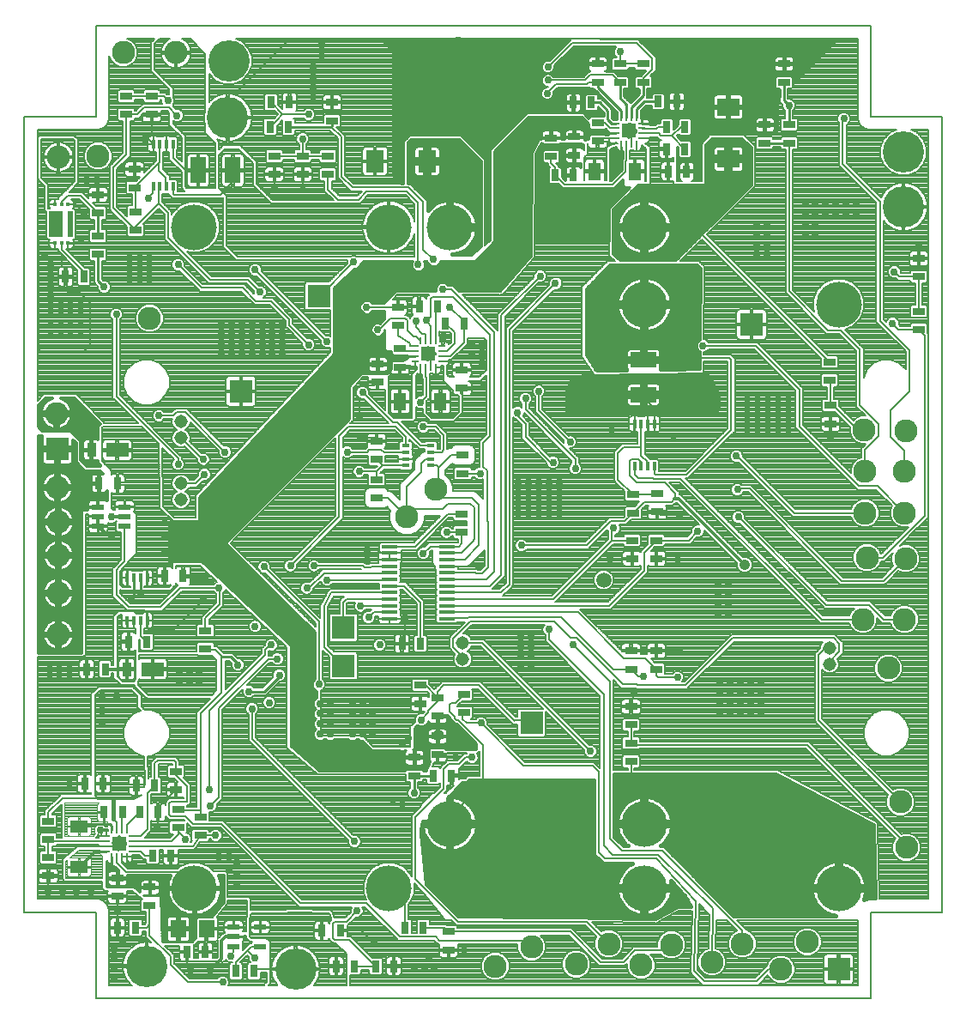
<source format=gtl>
G75*
%MOIN*%
%OFA0B0*%
%FSLAX25Y25*%
%IPPOS*%
%LPD*%
%AMOC8*
5,1,8,0,0,1.08239X$1,22.5*
%
%ADD10R,0.03150X0.04724*%
%ADD11R,0.04724X0.03150*%
%ADD12R,0.08661X0.05512*%
%ADD13R,0.03543X0.05512*%
%ADD14R,0.04921X0.06890*%
%ADD15C,0.17780*%
%ADD16R,0.10000X0.05984*%
%ADD17R,0.10000X0.05945*%
%ADD18R,0.04724X0.02362*%
%ADD19R,0.04803X0.02441*%
%ADD20R,0.05709X0.05709*%
%ADD21R,0.02756X0.00984*%
%ADD22R,0.00984X0.02756*%
%ADD23C,0.09000*%
%ADD24C,0.16000*%
%ADD25R,0.09000X0.09000*%
%ADD26C,0.05150*%
%ADD27R,0.03150X0.01575*%
%ADD28R,0.06299X0.01181*%
%ADD29R,0.01654X0.03504*%
%ADD30R,0.06890X0.04921*%
%ADD31R,0.05984X0.10000*%
%ADD32R,0.05945X0.10000*%
%ADD33R,0.05591X0.09843*%
%ADD34R,0.02441X0.09843*%
%ADD35R,0.01575X0.01575*%
%ADD36R,0.06299X0.07087*%
%ADD37R,0.07087X0.08661*%
%ADD38R,0.08661X0.07087*%
%ADD39C,0.00800*%
%ADD40C,0.02978*%
%ADD41C,0.01200*%
%ADD42C,0.00600*%
%ADD43C,0.01600*%
%ADD44C,0.01000*%
%ADD45C,0.04000*%
%ADD46C,0.04750*%
%ADD47C,0.00984*%
%ADD48C,0.05906*%
%ADD49C,0.04159*%
%ADD50C,0.00492*%
D10*
X0079753Y0100225D03*
X0086839Y0100225D03*
X0106918Y0090776D03*
X0114005Y0090776D03*
X0125816Y0083296D03*
X0132902Y0083296D03*
X0159280Y0099044D03*
X0166367Y0099044D03*
X0164792Y0085265D03*
X0171879Y0085265D03*
X0180146Y0085265D03*
X0187233Y0085265D03*
X0191564Y0100225D03*
X0198650Y0100225D03*
X0202587Y0159280D03*
X0209674Y0159280D03*
X0197469Y0210461D03*
X0190383Y0210461D03*
X0105343Y0236839D03*
X0098257Y0236839D03*
X0091170Y0211249D03*
X0084083Y0211249D03*
X0075028Y0200619D03*
X0067942Y0200619D03*
X0067154Y0156131D03*
X0074241Y0156131D03*
X0074635Y0145107D03*
X0081721Y0145107D03*
X0088414Y0145107D03*
X0095501Y0145107D03*
X0094320Y0155343D03*
X0087233Y0155343D03*
X0093532Y0128178D03*
X0100619Y0128178D03*
X0079753Y0272666D03*
X0072666Y0272666D03*
X0066761Y0352981D03*
X0059674Y0352981D03*
X0139202Y0411249D03*
X0146288Y0411249D03*
X0146682Y0420698D03*
X0139595Y0420698D03*
X0197076Y0341564D03*
X0204162Y0341564D03*
X0207312Y0334871D03*
X0214398Y0334871D03*
X0249831Y0392351D03*
X0256918Y0392351D03*
X0256918Y0420698D03*
X0264005Y0420698D03*
X0289989Y0421091D03*
X0297076Y0421091D03*
X0300225Y0411249D03*
X0293139Y0411249D03*
X0293139Y0402587D03*
X0300225Y0402587D03*
X0301013Y0393926D03*
X0293926Y0393926D03*
D11*
X0266367Y0405737D03*
X0266367Y0412824D03*
X0257312Y0407312D03*
X0257312Y0400225D03*
X0248257Y0399831D03*
X0248257Y0406918D03*
X0266367Y0428572D03*
X0266367Y0435658D03*
X0275028Y0435658D03*
X0275028Y0428572D03*
X0284083Y0428572D03*
X0284083Y0435658D03*
X0331328Y0412036D03*
X0331328Y0404950D03*
X0340776Y0404950D03*
X0340776Y0412036D03*
X0338808Y0428572D03*
X0338808Y0435658D03*
X0391170Y0360068D03*
X0391170Y0352981D03*
X0391170Y0339595D03*
X0391170Y0332509D03*
X0356524Y0319910D03*
X0356524Y0312824D03*
X0356918Y0302981D03*
X0356918Y0295894D03*
X0289595Y0268729D03*
X0289595Y0261643D03*
X0289202Y0250619D03*
X0289202Y0243532D03*
X0279753Y0243532D03*
X0279753Y0250619D03*
X0280146Y0261249D03*
X0280146Y0268335D03*
X0279359Y0207706D03*
X0279359Y0200619D03*
X0289202Y0200619D03*
X0289202Y0207706D03*
X0279359Y0186052D03*
X0279359Y0178965D03*
X0279359Y0171879D03*
X0279359Y0164792D03*
X0214398Y0183690D03*
X0214398Y0190776D03*
X0204162Y0189595D03*
X0204162Y0182509D03*
X0204162Y0174635D03*
X0204162Y0167548D03*
X0195107Y0166367D03*
X0195107Y0159280D03*
X0197469Y0187233D03*
X0197469Y0194320D03*
X0213611Y0253769D03*
X0213611Y0260855D03*
X0214005Y0276603D03*
X0214005Y0283690D03*
X0213611Y0309674D03*
X0213611Y0316761D03*
X0189595Y0317942D03*
X0189595Y0325028D03*
X0188808Y0334083D03*
X0188808Y0341170D03*
X0180934Y0319123D03*
X0180934Y0312036D03*
X0180540Y0289202D03*
X0180540Y0282115D03*
X0180540Y0274241D03*
X0180540Y0267154D03*
X0114005Y0215580D03*
X0114005Y0208493D03*
X0102587Y0160855D03*
X0102587Y0153769D03*
X0103375Y0146288D03*
X0103375Y0139202D03*
X0112036Y0136052D03*
X0112036Y0143139D03*
X0092351Y0115973D03*
X0092351Y0108887D03*
X0079753Y0112430D03*
X0079753Y0119517D03*
X0052981Y0120304D03*
X0052981Y0127391D03*
X0052981Y0134477D03*
X0052981Y0141564D03*
X0208493Y0098650D03*
X0208493Y0091564D03*
X0072272Y0361643D03*
X0072272Y0368729D03*
X0072272Y0377784D03*
X0072272Y0384871D03*
X0086446Y0387627D03*
X0086446Y0394713D03*
X0086839Y0378178D03*
X0086839Y0371091D03*
X0083296Y0415973D03*
X0083296Y0423060D03*
X0093139Y0423060D03*
X0093139Y0415973D03*
X0140776Y0399831D03*
X0140776Y0392745D03*
X0151800Y0392745D03*
X0151800Y0399831D03*
X0161643Y0399831D03*
X0161643Y0392745D03*
X0163217Y0413611D03*
X0163217Y0420698D03*
D12*
X0079753Y0285658D03*
X0093532Y0200619D03*
D13*
X0083493Y0200619D03*
X0069713Y0285658D03*
D14*
X0189595Y0304556D03*
X0205343Y0304556D03*
X0265186Y0393926D03*
X0280934Y0393926D03*
D15*
X0284477Y0372272D03*
X0284477Y0342272D03*
X0360068Y0342272D03*
X0208887Y0372272D03*
X0185265Y0372272D03*
X0109674Y0372272D03*
X0208887Y0140580D03*
X0185265Y0115580D03*
X0109674Y0115580D03*
X0284477Y0115580D03*
X0284477Y0140580D03*
X0360068Y0115580D03*
D16*
X0284083Y0307272D03*
D17*
X0284083Y0320737D03*
D18*
X0135288Y0100422D03*
X0135288Y0092942D03*
X0125005Y0092942D03*
X0125005Y0096682D03*
X0125005Y0100422D03*
D19*
X0082587Y0256131D03*
X0082587Y0259871D03*
X0082587Y0263611D03*
X0072272Y0263611D03*
X0072272Y0259871D03*
X0072272Y0256131D03*
D20*
X0080540Y0132902D03*
X0200619Y0323060D03*
X0278572Y0409674D03*
D21*
X0283690Y0408690D03*
X0283690Y0410658D03*
X0283690Y0412627D03*
X0283690Y0406721D03*
X0273454Y0406721D03*
X0273454Y0408690D03*
X0273454Y0410658D03*
X0273454Y0412627D03*
X0205737Y0326013D03*
X0205737Y0324044D03*
X0205737Y0322076D03*
X0205737Y0320107D03*
X0195501Y0320107D03*
X0195501Y0322076D03*
X0195501Y0324044D03*
X0195501Y0326013D03*
X0085658Y0135855D03*
X0085658Y0133887D03*
X0085658Y0131918D03*
X0085658Y0129950D03*
X0075422Y0129950D03*
X0075422Y0131918D03*
X0075422Y0133887D03*
X0075422Y0135855D03*
D22*
X0077587Y0138020D03*
X0079556Y0138020D03*
X0081524Y0138020D03*
X0083493Y0138020D03*
X0083493Y0127784D03*
X0081524Y0127784D03*
X0079556Y0127784D03*
X0077587Y0127784D03*
X0197666Y0317942D03*
X0199635Y0317942D03*
X0201603Y0317942D03*
X0203572Y0317942D03*
X0203572Y0328178D03*
X0201603Y0328178D03*
X0199635Y0328178D03*
X0197666Y0328178D03*
X0275619Y0404556D03*
X0277587Y0404556D03*
X0279556Y0404556D03*
X0281524Y0404556D03*
X0281524Y0414792D03*
X0279556Y0414792D03*
X0277587Y0414792D03*
X0275619Y0414792D03*
D23*
X0369910Y0293532D03*
X0370304Y0277391D03*
X0385658Y0277391D03*
X0386052Y0293139D03*
X0385658Y0261249D03*
X0386052Y0243532D03*
X0371091Y0243926D03*
X0370304Y0261249D03*
X0369517Y0219910D03*
X0385658Y0219910D03*
X0379359Y0201013D03*
X0384083Y0149044D03*
X0386446Y0131328D03*
X0347863Y0094713D03*
X0337627Y0084083D03*
X0322666Y0093926D03*
X0310855Y0086839D03*
X0295107Y0093532D03*
X0283296Y0085658D03*
X0270698Y0093926D03*
X0258099Y0086052D03*
X0240776Y0092745D03*
X0226603Y0085265D03*
X0192351Y0259674D03*
X0203375Y0270304D03*
X0092351Y0336839D03*
X0056131Y0299831D03*
X0056524Y0271091D03*
X0056918Y0257706D03*
X0056918Y0244713D03*
X0056918Y0230146D03*
X0056918Y0214005D03*
X0056918Y0399438D03*
X0072272Y0399831D03*
X0082115Y0439989D03*
X0102587Y0439989D03*
D24*
X0123060Y0436839D03*
X0122666Y0414792D03*
X0385265Y0401406D03*
X0385265Y0380146D03*
X0149044Y0084083D03*
X0091170Y0085265D03*
D25*
X0167548Y0201800D03*
X0167548Y0216761D03*
X0240776Y0179753D03*
X0127784Y0308493D03*
X0158099Y0345501D03*
X0056524Y0286052D03*
X0326209Y0334477D03*
X0360068Y0084083D03*
D26*
X0356524Y0202587D03*
X0356524Y0208887D03*
X0214005Y0210855D03*
X0214005Y0204556D03*
X0104556Y0266367D03*
X0104556Y0272666D03*
X0104556Y0290383D03*
X0104556Y0296682D03*
D27*
X0191839Y0287367D03*
X0191839Y0284808D03*
X0191839Y0282249D03*
X0191839Y0279690D03*
X0201682Y0279690D03*
X0201682Y0282249D03*
X0201682Y0284808D03*
X0201682Y0287367D03*
D28*
X0207706Y0248257D03*
X0207706Y0245698D03*
X0207706Y0243139D03*
X0207706Y0240580D03*
X0207706Y0238020D03*
X0207706Y0235461D03*
X0207706Y0232902D03*
X0207706Y0230343D03*
X0207706Y0227784D03*
X0207706Y0225225D03*
X0207706Y0222666D03*
X0207706Y0220107D03*
X0185658Y0220107D03*
X0185658Y0222666D03*
X0185658Y0225225D03*
X0185658Y0227784D03*
X0185658Y0230343D03*
X0185658Y0232902D03*
X0185658Y0235461D03*
X0185658Y0238020D03*
X0185658Y0240580D03*
X0185658Y0243139D03*
X0185658Y0245698D03*
X0185658Y0248257D03*
D29*
X0091367Y0236091D03*
X0088808Y0236091D03*
X0086249Y0236091D03*
X0083690Y0236091D03*
X0083690Y0219517D03*
X0086249Y0219517D03*
X0088808Y0219517D03*
X0091367Y0219517D03*
X0093729Y0387981D03*
X0096288Y0387981D03*
X0098847Y0387981D03*
X0101406Y0387981D03*
X0101406Y0404556D03*
X0098847Y0404556D03*
X0096288Y0404556D03*
X0093729Y0404556D03*
X0280737Y0295894D03*
X0283296Y0295894D03*
X0285855Y0295894D03*
X0288414Y0295894D03*
X0288414Y0279320D03*
X0285855Y0279320D03*
X0283296Y0279320D03*
X0280737Y0279320D03*
D30*
X0064792Y0139595D03*
X0064792Y0123847D03*
D31*
X0111209Y0394320D03*
D32*
X0124674Y0394320D03*
D33*
X0055973Y0373454D03*
D34*
X0061446Y0373454D03*
D35*
X0060619Y0366013D03*
X0058060Y0366013D03*
X0055501Y0366013D03*
X0055501Y0380973D03*
X0058060Y0380973D03*
X0060619Y0380973D03*
D36*
X0103375Y0099831D03*
X0114398Y0099831D03*
D37*
X0179950Y0397863D03*
X0200028Y0397863D03*
D38*
X0317154Y0398847D03*
X0317154Y0418926D03*
D39*
X0372666Y0072666D02*
X0071485Y0072666D01*
X0071485Y0106131D01*
X0043532Y0106131D01*
X0043532Y0414792D01*
X0043532Y0415186D01*
X0071485Y0415186D01*
X0071485Y0450619D01*
X0372666Y0450619D01*
X0372666Y0415186D01*
X0400225Y0415186D01*
X0400225Y0106131D01*
X0372666Y0106131D01*
X0372666Y0072666D01*
X0367466Y0077866D02*
X0170129Y0077866D01*
X0170129Y0081902D01*
X0173868Y0081902D01*
X0174454Y0082488D01*
X0174454Y0083865D01*
X0177572Y0083865D01*
X0177572Y0082488D01*
X0178157Y0081902D01*
X0182135Y0081902D01*
X0182721Y0082488D01*
X0182721Y0088041D01*
X0182135Y0088627D01*
X0178764Y0088627D01*
X0171329Y0096062D01*
X0170509Y0096882D01*
X0169342Y0096882D01*
X0169342Y0098657D01*
X0166754Y0098657D01*
X0166754Y0099431D01*
X0169342Y0099431D01*
X0169342Y0101220D01*
X0172381Y0104259D01*
X0172391Y0104255D01*
X0173381Y0104255D01*
X0174296Y0104634D01*
X0174996Y0105334D01*
X0175375Y0106249D01*
X0175375Y0107239D01*
X0174996Y0108154D01*
X0174876Y0108274D01*
X0175901Y0108274D01*
X0188092Y0096083D01*
X0188912Y0095263D01*
X0202814Y0095263D01*
X0203550Y0094527D01*
X0204370Y0093707D01*
X0204842Y0093707D01*
X0204826Y0093679D01*
X0204731Y0093323D01*
X0204731Y0091951D01*
X0208105Y0091951D01*
X0208105Y0091176D01*
X0204731Y0091176D01*
X0204731Y0089805D01*
X0204826Y0089449D01*
X0205010Y0089129D01*
X0205271Y0088869D01*
X0205590Y0088684D01*
X0205946Y0088589D01*
X0208105Y0088589D01*
X0208105Y0091176D01*
X0208880Y0091176D01*
X0208880Y0088589D01*
X0211039Y0088589D01*
X0211395Y0088684D01*
X0211715Y0088869D01*
X0211975Y0089129D01*
X0212160Y0089449D01*
X0212255Y0089805D01*
X0212255Y0091176D01*
X0208880Y0091176D01*
X0208880Y0091951D01*
X0212255Y0091951D01*
X0212255Y0093323D01*
X0212160Y0093679D01*
X0212143Y0093707D01*
X0235276Y0093707D01*
X0235276Y0091651D01*
X0236114Y0089629D01*
X0237661Y0088082D01*
X0239682Y0087245D01*
X0241870Y0087245D01*
X0243892Y0088082D01*
X0245439Y0089629D01*
X0246276Y0091651D01*
X0246276Y0093839D01*
X0245439Y0095860D01*
X0244049Y0097250D01*
X0255157Y0097250D01*
X0266148Y0086259D01*
X0266968Y0085439D01*
X0276996Y0085439D01*
X0277796Y0086239D01*
X0277796Y0084564D01*
X0278633Y0082543D01*
X0280181Y0080996D01*
X0282202Y0080158D01*
X0284390Y0080158D01*
X0286412Y0080996D01*
X0287959Y0082543D01*
X0288796Y0084564D01*
X0288796Y0086752D01*
X0287959Y0088774D01*
X0286774Y0089958D01*
X0290903Y0089958D01*
X0291992Y0088870D01*
X0294013Y0088032D01*
X0296201Y0088032D01*
X0298223Y0088870D01*
X0299770Y0090417D01*
X0300607Y0092438D01*
X0300607Y0094626D01*
X0299770Y0096648D01*
X0298223Y0098195D01*
X0296201Y0099032D01*
X0294013Y0099032D01*
X0291992Y0098195D01*
X0290444Y0096648D01*
X0289607Y0094626D01*
X0289607Y0092758D01*
X0280355Y0092758D01*
X0279535Y0091938D01*
X0275836Y0088239D01*
X0268128Y0088239D01*
X0256317Y0100050D01*
X0211855Y0100050D01*
X0211855Y0100639D01*
X0211269Y0101225D01*
X0207757Y0101225D01*
X0207457Y0101525D01*
X0201225Y0101525D01*
X0201225Y0103002D01*
X0200639Y0103587D01*
X0196661Y0103587D01*
X0196076Y0103002D01*
X0196076Y0098063D01*
X0194139Y0098063D01*
X0194139Y0103002D01*
X0193553Y0103587D01*
X0192864Y0103587D01*
X0192864Y0109192D01*
X0193649Y0109977D01*
X0195154Y0113612D01*
X0195154Y0117489D01*
X0198358Y0114286D01*
X0198354Y0114250D01*
X0198491Y0114078D01*
X0198515Y0113859D01*
X0198942Y0113514D01*
X0206290Y0104330D01*
X0206288Y0104230D01*
X0206748Y0103758D01*
X0207159Y0103243D01*
X0207258Y0103232D01*
X0207327Y0103161D01*
X0207986Y0103151D01*
X0208641Y0103078D01*
X0208719Y0103140D01*
X0209515Y0103129D01*
X0211456Y0101187D01*
X0261456Y0101187D01*
X0265908Y0096735D01*
X0265198Y0095020D01*
X0265198Y0092832D01*
X0266035Y0090810D01*
X0267582Y0089263D01*
X0269604Y0088426D01*
X0271792Y0088426D01*
X0273813Y0089263D01*
X0275360Y0090810D01*
X0276198Y0092832D01*
X0276198Y0095020D01*
X0275360Y0097041D01*
X0273813Y0098589D01*
X0271792Y0099426D01*
X0269604Y0099426D01*
X0267888Y0098715D01*
X0264276Y0102327D01*
X0288536Y0101972D01*
X0289015Y0101831D01*
X0289255Y0101962D01*
X0289527Y0101958D01*
X0289886Y0102306D01*
X0297928Y0106693D01*
X0302369Y0106693D01*
X0302880Y0106567D01*
X0303043Y0106665D01*
X0302385Y0083893D01*
X0302369Y0083876D01*
X0302369Y0083316D01*
X0302352Y0082757D01*
X0302369Y0082740D01*
X0302369Y0082716D01*
X0302764Y0082320D01*
X0303148Y0081913D01*
X0303172Y0081913D01*
X0306306Y0078779D01*
X0307126Y0077959D01*
X0328758Y0077959D01*
X0332613Y0081815D01*
X0332964Y0080968D01*
X0334511Y0079421D01*
X0336533Y0078583D01*
X0338721Y0078583D01*
X0340742Y0079421D01*
X0342289Y0080968D01*
X0343127Y0082989D01*
X0343127Y0085177D01*
X0342289Y0087199D01*
X0340742Y0088746D01*
X0338721Y0089583D01*
X0336533Y0089583D01*
X0334511Y0088746D01*
X0332964Y0087199D01*
X0332205Y0085366D01*
X0331502Y0084663D01*
X0327598Y0080759D01*
X0308285Y0080759D01*
X0305185Y0083859D01*
X0305925Y0109466D01*
X0309801Y0105175D01*
X0309557Y0092255D01*
X0307740Y0091502D01*
X0306192Y0089955D01*
X0305355Y0087933D01*
X0305355Y0085745D01*
X0306192Y0083724D01*
X0307740Y0082177D01*
X0309761Y0081339D01*
X0311949Y0081339D01*
X0313971Y0082177D01*
X0315518Y0083724D01*
X0316355Y0085745D01*
X0316355Y0087933D01*
X0315518Y0089955D01*
X0313971Y0091502D01*
X0312356Y0092171D01*
X0312563Y0103141D01*
X0313083Y0103114D01*
X0313122Y0103150D01*
X0316581Y0103150D01*
X0320676Y0099055D01*
X0319551Y0098589D01*
X0318003Y0097041D01*
X0317166Y0095020D01*
X0317166Y0092832D01*
X0318003Y0090810D01*
X0319551Y0089263D01*
X0321572Y0088426D01*
X0323760Y0088426D01*
X0325782Y0089263D01*
X0327329Y0090810D01*
X0328166Y0092832D01*
X0328166Y0095020D01*
X0327329Y0097041D01*
X0325782Y0098589D01*
X0324066Y0099299D01*
X0324066Y0099624D01*
X0320541Y0103150D01*
X0367466Y0103150D01*
X0367466Y0077866D01*
X0367466Y0078256D02*
X0365022Y0078256D01*
X0365108Y0078279D02*
X0365427Y0078463D01*
X0365688Y0078724D01*
X0365872Y0079043D01*
X0365968Y0079399D01*
X0365968Y0083683D01*
X0360468Y0083683D01*
X0360468Y0078183D01*
X0364752Y0078183D01*
X0365108Y0078279D01*
X0365875Y0079054D02*
X0367466Y0079054D01*
X0367466Y0079853D02*
X0365968Y0079853D01*
X0365968Y0080651D02*
X0367466Y0080651D01*
X0367466Y0081450D02*
X0365968Y0081450D01*
X0365968Y0082248D02*
X0367466Y0082248D01*
X0367466Y0083047D02*
X0365968Y0083047D01*
X0365968Y0084483D02*
X0365968Y0088768D01*
X0365872Y0089124D01*
X0365688Y0089443D01*
X0365427Y0089704D01*
X0365108Y0089888D01*
X0364752Y0089983D01*
X0360468Y0089983D01*
X0360468Y0084484D01*
X0359668Y0084484D01*
X0359668Y0089983D01*
X0355383Y0089983D01*
X0355027Y0089888D01*
X0354708Y0089704D01*
X0354447Y0089443D01*
X0354263Y0089124D01*
X0354168Y0088768D01*
X0354168Y0084483D01*
X0359668Y0084483D01*
X0359668Y0083683D01*
X0360468Y0083683D01*
X0360468Y0084483D01*
X0365968Y0084483D01*
X0365968Y0084644D02*
X0367466Y0084644D01*
X0367466Y0085442D02*
X0365968Y0085442D01*
X0365968Y0086241D02*
X0367466Y0086241D01*
X0367466Y0087039D02*
X0365968Y0087039D01*
X0365968Y0087838D02*
X0367466Y0087838D01*
X0367466Y0088636D02*
X0365968Y0088636D01*
X0365693Y0089435D02*
X0367466Y0089435D01*
X0367466Y0090233D02*
X0351161Y0090233D01*
X0350978Y0090051D02*
X0352526Y0091598D01*
X0353363Y0093619D01*
X0353363Y0095807D01*
X0352526Y0097829D01*
X0350978Y0099376D01*
X0348957Y0100213D01*
X0346769Y0100213D01*
X0344747Y0099376D01*
X0343200Y0097829D01*
X0342363Y0095807D01*
X0342363Y0093619D01*
X0343200Y0091598D01*
X0344747Y0090051D01*
X0346769Y0089213D01*
X0348957Y0089213D01*
X0350978Y0090051D01*
X0351960Y0091032D02*
X0367466Y0091032D01*
X0367466Y0091830D02*
X0352622Y0091830D01*
X0352953Y0092629D02*
X0367466Y0092629D01*
X0367466Y0093427D02*
X0353283Y0093427D01*
X0353363Y0094226D02*
X0367466Y0094226D01*
X0367466Y0095024D02*
X0353363Y0095024D01*
X0353357Y0095823D02*
X0367466Y0095823D01*
X0367466Y0096621D02*
X0353026Y0096621D01*
X0352695Y0097420D02*
X0367466Y0097420D01*
X0367466Y0098219D02*
X0352136Y0098219D01*
X0351338Y0099017D02*
X0367466Y0099017D01*
X0367466Y0099816D02*
X0349917Y0099816D01*
X0345808Y0099816D02*
X0323875Y0099816D01*
X0323076Y0100614D02*
X0367466Y0100614D01*
X0367466Y0101413D02*
X0322278Y0101413D01*
X0321479Y0102211D02*
X0367466Y0102211D01*
X0367466Y0103010D02*
X0320681Y0103010D01*
X0318318Y0101413D02*
X0312530Y0101413D01*
X0312545Y0102211D02*
X0317519Y0102211D01*
X0316721Y0103010D02*
X0312560Y0103010D01*
X0312515Y0100614D02*
X0319116Y0100614D01*
X0319915Y0099816D02*
X0312500Y0099816D01*
X0312485Y0099017D02*
X0320585Y0099017D01*
X0319180Y0098219D02*
X0312470Y0098219D01*
X0312455Y0097420D02*
X0318382Y0097420D01*
X0317830Y0096621D02*
X0312440Y0096621D01*
X0312425Y0095823D02*
X0317499Y0095823D01*
X0317168Y0095024D02*
X0312410Y0095024D01*
X0312395Y0094226D02*
X0317166Y0094226D01*
X0317166Y0093427D02*
X0312380Y0093427D01*
X0312365Y0092629D02*
X0317250Y0092629D01*
X0317581Y0091830D02*
X0313178Y0091830D01*
X0314441Y0091032D02*
X0317912Y0091032D01*
X0318581Y0090233D02*
X0315239Y0090233D01*
X0315733Y0089435D02*
X0319379Y0089435D01*
X0321064Y0088636D02*
X0316064Y0088636D01*
X0316355Y0087838D02*
X0333603Y0087838D01*
X0332898Y0087039D02*
X0316355Y0087039D01*
X0316355Y0086241D02*
X0332567Y0086241D01*
X0332236Y0085442D02*
X0316230Y0085442D01*
X0315899Y0084644D02*
X0331483Y0084644D01*
X0330684Y0083845D02*
X0315568Y0083845D01*
X0314841Y0083047D02*
X0329886Y0083047D01*
X0329087Y0082248D02*
X0314042Y0082248D01*
X0312216Y0081450D02*
X0328289Y0081450D01*
X0328178Y0079359D02*
X0332902Y0084083D01*
X0337627Y0084083D01*
X0342686Y0086241D02*
X0354168Y0086241D01*
X0354168Y0087039D02*
X0342356Y0087039D01*
X0341651Y0087838D02*
X0354168Y0087838D01*
X0354168Y0088636D02*
X0340852Y0088636D01*
X0339079Y0089435D02*
X0346234Y0089435D01*
X0344565Y0090233D02*
X0326752Y0090233D01*
X0327421Y0091032D02*
X0343766Y0091032D01*
X0343104Y0091830D02*
X0327751Y0091830D01*
X0328082Y0092629D02*
X0342773Y0092629D01*
X0342442Y0093427D02*
X0328166Y0093427D01*
X0328166Y0094226D02*
X0342363Y0094226D01*
X0342363Y0095024D02*
X0328164Y0095024D01*
X0327834Y0095823D02*
X0342369Y0095823D01*
X0342700Y0096621D02*
X0327503Y0096621D01*
X0326950Y0097420D02*
X0343031Y0097420D01*
X0343590Y0098219D02*
X0326152Y0098219D01*
X0324747Y0099017D02*
X0344388Y0099017D01*
X0349492Y0089435D02*
X0354443Y0089435D01*
X0354168Y0085442D02*
X0343017Y0085442D01*
X0343127Y0084644D02*
X0354168Y0084644D01*
X0354168Y0083683D02*
X0354168Y0079399D01*
X0354263Y0079043D01*
X0354447Y0078724D01*
X0354708Y0078463D01*
X0355027Y0078279D01*
X0355383Y0078183D01*
X0359668Y0078183D01*
X0359668Y0083683D01*
X0354168Y0083683D01*
X0354168Y0083047D02*
X0343127Y0083047D01*
X0343127Y0083845D02*
X0359668Y0083845D01*
X0359668Y0083047D02*
X0360468Y0083047D01*
X0360468Y0083845D02*
X0367466Y0083845D01*
X0360468Y0084644D02*
X0359668Y0084644D01*
X0359668Y0085442D02*
X0360468Y0085442D01*
X0360468Y0086241D02*
X0359668Y0086241D01*
X0359668Y0087039D02*
X0360468Y0087039D01*
X0360468Y0087838D02*
X0359668Y0087838D01*
X0359668Y0088636D02*
X0360468Y0088636D01*
X0360468Y0089435D02*
X0359668Y0089435D01*
X0359668Y0082248D02*
X0360468Y0082248D01*
X0360468Y0081450D02*
X0359668Y0081450D01*
X0359668Y0080651D02*
X0360468Y0080651D01*
X0360468Y0079853D02*
X0359668Y0079853D01*
X0359668Y0079054D02*
X0360468Y0079054D01*
X0360468Y0078256D02*
X0359668Y0078256D01*
X0355114Y0078256D02*
X0329055Y0078256D01*
X0329853Y0079054D02*
X0335396Y0079054D01*
X0334079Y0079853D02*
X0330652Y0079853D01*
X0331450Y0080651D02*
X0333281Y0080651D01*
X0332765Y0081450D02*
X0332249Y0081450D01*
X0328178Y0079359D02*
X0307706Y0079359D01*
X0303769Y0083296D01*
X0304556Y0110543D01*
X0289309Y0126972D01*
X0269148Y0126972D01*
X0266761Y0129359D01*
X0266761Y0160855D01*
X0264398Y0163217D01*
X0237627Y0163217D01*
X0221091Y0179753D01*
X0215480Y0179753D01*
X0214005Y0181228D01*
X0214005Y0183296D01*
X0214398Y0183690D01*
X0217761Y0183659D02*
X0228984Y0183659D01*
X0228186Y0184458D02*
X0217761Y0184458D01*
X0217761Y0185256D02*
X0227387Y0185256D01*
X0226589Y0186055D02*
X0217385Y0186055D01*
X0217175Y0186265D02*
X0211866Y0186265D01*
X0212649Y0187047D01*
X0213804Y0188202D01*
X0217175Y0188202D01*
X0217761Y0188787D01*
X0217761Y0192765D01*
X0217606Y0192920D01*
X0219724Y0192920D01*
X0232556Y0180088D01*
X0233376Y0179268D01*
X0233504Y0179140D01*
X0234663Y0179140D01*
X0234791Y0179268D01*
X0235276Y0179268D01*
X0235276Y0174839D01*
X0235862Y0174253D01*
X0245691Y0174253D01*
X0246276Y0174839D01*
X0246276Y0184084D01*
X0261126Y0169234D01*
X0261122Y0169224D01*
X0261122Y0168234D01*
X0261501Y0167319D01*
X0262201Y0166619D01*
X0263116Y0166240D01*
X0264106Y0166240D01*
X0265021Y0166619D01*
X0265721Y0167319D01*
X0266100Y0168234D01*
X0266100Y0169224D01*
X0265721Y0170139D01*
X0265021Y0170839D01*
X0264106Y0171218D01*
X0263116Y0171218D01*
X0263106Y0171214D01*
X0222885Y0211435D01*
X0222065Y0212255D01*
X0217294Y0212255D01*
X0217035Y0212880D01*
X0216030Y0213886D01*
X0214716Y0214430D01*
X0214221Y0214430D01*
X0217514Y0217723D01*
X0245699Y0217723D01*
X0245359Y0217383D01*
X0244980Y0216468D01*
X0244980Y0215478D01*
X0245359Y0214563D01*
X0246059Y0213863D01*
X0246069Y0213859D01*
X0246069Y0211456D01*
X0267329Y0190196D01*
X0267329Y0162266D01*
X0264978Y0164617D01*
X0238207Y0164617D01*
X0223576Y0179248D01*
X0223580Y0179258D01*
X0223580Y0180248D01*
X0223201Y0181163D01*
X0222501Y0181863D01*
X0221586Y0182242D01*
X0220596Y0182242D01*
X0219681Y0181863D01*
X0218981Y0181163D01*
X0218977Y0181153D01*
X0217213Y0181153D01*
X0217761Y0181701D01*
X0217761Y0185679D01*
X0217175Y0186265D01*
X0217424Y0188450D02*
X0224193Y0188450D01*
X0223395Y0189249D02*
X0217761Y0189249D01*
X0217761Y0190047D02*
X0222596Y0190047D01*
X0221798Y0190846D02*
X0217761Y0190846D01*
X0217761Y0191644D02*
X0220999Y0191644D01*
X0220201Y0192443D02*
X0217761Y0192443D01*
X0220304Y0194320D02*
X0233956Y0180668D01*
X0239861Y0180668D01*
X0240776Y0179753D01*
X0246276Y0179667D02*
X0250694Y0179667D01*
X0251492Y0178868D02*
X0246276Y0178868D01*
X0246276Y0178070D02*
X0252291Y0178070D01*
X0253089Y0177271D02*
X0246276Y0177271D01*
X0246276Y0176473D02*
X0253888Y0176473D01*
X0254686Y0175674D02*
X0246276Y0175674D01*
X0246276Y0174876D02*
X0255485Y0174876D01*
X0256283Y0174077D02*
X0228747Y0174077D01*
X0229545Y0173279D02*
X0257082Y0173279D01*
X0257880Y0172480D02*
X0230344Y0172480D01*
X0231142Y0171682D02*
X0258679Y0171682D01*
X0259477Y0170883D02*
X0231941Y0170883D01*
X0232739Y0170085D02*
X0260276Y0170085D01*
X0261074Y0169286D02*
X0233538Y0169286D01*
X0234336Y0168488D02*
X0261122Y0168488D01*
X0261348Y0167689D02*
X0235135Y0167689D01*
X0235934Y0166890D02*
X0261930Y0166890D01*
X0263611Y0168729D02*
X0221485Y0210855D01*
X0214005Y0210855D01*
X0217294Y0209455D02*
X0220905Y0209455D01*
X0245108Y0185253D01*
X0235862Y0185253D01*
X0235276Y0184667D01*
X0235276Y0182068D01*
X0234536Y0182068D01*
X0220884Y0195720D01*
X0205945Y0195720D01*
X0205124Y0194900D01*
X0202981Y0192756D01*
X0200838Y0194900D01*
X0200831Y0194906D01*
X0200831Y0196309D01*
X0200246Y0196894D01*
X0194693Y0196894D01*
X0194107Y0196309D01*
X0194107Y0192331D01*
X0194693Y0191745D01*
X0200033Y0191745D01*
X0200800Y0190978D01*
X0200800Y0189819D01*
X0200691Y0189928D01*
X0200372Y0190112D01*
X0200016Y0190208D01*
X0197857Y0190208D01*
X0197857Y0187621D01*
X0197082Y0187621D01*
X0197082Y0190208D01*
X0194923Y0190208D01*
X0194567Y0190112D01*
X0194247Y0189928D01*
X0193987Y0189667D01*
X0193802Y0189348D01*
X0193707Y0188992D01*
X0193707Y0187620D01*
X0197082Y0187620D01*
X0197082Y0186846D01*
X0193707Y0186846D01*
X0193707Y0185474D01*
X0193802Y0185118D01*
X0193987Y0184799D01*
X0194247Y0184538D01*
X0194567Y0184354D01*
X0194923Y0184258D01*
X0197082Y0184258D01*
X0197082Y0186846D01*
X0197857Y0186846D01*
X0197857Y0184258D01*
X0199200Y0184258D01*
X0199200Y0184251D01*
X0198368Y0183419D01*
X0198358Y0183423D01*
X0197368Y0183423D01*
X0196453Y0183044D01*
X0195753Y0182344D01*
X0195374Y0181429D01*
X0195374Y0180439D01*
X0195452Y0180250D01*
X0194486Y0179284D01*
X0193607Y0178406D01*
X0193607Y0170623D01*
X0179193Y0170623D01*
X0175741Y0174075D01*
X0174862Y0174954D01*
X0158812Y0174954D01*
X0158812Y0192315D01*
X0159509Y0192603D01*
X0160209Y0193303D01*
X0160588Y0194218D01*
X0160588Y0195208D01*
X0160209Y0196123D01*
X0159509Y0196823D01*
X0159499Y0196828D01*
X0159499Y0207869D01*
X0162048Y0205320D01*
X0162048Y0196886D01*
X0162634Y0196300D01*
X0172462Y0196300D01*
X0173048Y0196886D01*
X0173048Y0206714D01*
X0172462Y0207300D01*
X0164028Y0207300D01*
X0161468Y0209860D01*
X0161468Y0224666D01*
X0163844Y0228943D01*
X0167908Y0228943D01*
X0166968Y0228003D01*
X0166148Y0227183D01*
X0166148Y0222261D01*
X0162634Y0222261D01*
X0162048Y0221675D01*
X0162048Y0211846D01*
X0162634Y0211261D01*
X0172462Y0211261D01*
X0173048Y0211846D01*
X0173048Y0221675D01*
X0172462Y0222261D01*
X0168948Y0222261D01*
X0168948Y0226023D01*
X0169309Y0226384D01*
X0172081Y0226384D01*
X0171752Y0225590D01*
X0171752Y0224600D01*
X0172131Y0223685D01*
X0172831Y0222985D01*
X0173746Y0222606D01*
X0174736Y0222606D01*
X0175651Y0222985D01*
X0176351Y0223685D01*
X0176355Y0223695D01*
X0178408Y0223695D01*
X0177896Y0223183D01*
X0177886Y0223187D01*
X0176895Y0223187D01*
X0175981Y0222808D01*
X0175280Y0222108D01*
X0174902Y0221193D01*
X0174902Y0220203D01*
X0175280Y0219288D01*
X0175981Y0218588D01*
X0176895Y0218209D01*
X0177886Y0218209D01*
X0178800Y0218588D01*
X0179501Y0219288D01*
X0179880Y0220203D01*
X0179880Y0221193D01*
X0179875Y0221203D01*
X0179939Y0221266D01*
X0181220Y0221266D01*
X0181204Y0221238D01*
X0181109Y0220882D01*
X0181109Y0220107D01*
X0181109Y0219332D01*
X0181204Y0218976D01*
X0181388Y0218657D01*
X0181649Y0218396D01*
X0181968Y0218212D01*
X0182324Y0218117D01*
X0185658Y0218117D01*
X0185658Y0220107D01*
X0181109Y0220107D01*
X0185658Y0220107D01*
X0185658Y0220107D01*
X0185658Y0220107D01*
X0185698Y0220146D01*
X0191761Y0220146D01*
X0191603Y0220304D01*
X0191564Y0220304D01*
X0191564Y0211643D01*
X0190383Y0210461D01*
X0190770Y0210809D02*
X0194894Y0210809D01*
X0194894Y0211607D02*
X0193357Y0211607D01*
X0193357Y0210849D02*
X0193357Y0213008D01*
X0193262Y0213364D01*
X0193078Y0213683D01*
X0192817Y0213944D01*
X0192498Y0214128D01*
X0192142Y0214224D01*
X0190770Y0214224D01*
X0190770Y0210849D01*
X0189995Y0210849D01*
X0189995Y0210074D01*
X0187408Y0210074D01*
X0187408Y0207915D01*
X0187503Y0207559D01*
X0187688Y0207240D01*
X0187948Y0206979D01*
X0188267Y0206795D01*
X0188624Y0206699D01*
X0189995Y0206699D01*
X0189995Y0210074D01*
X0190770Y0210074D01*
X0190770Y0206699D01*
X0192142Y0206699D01*
X0192498Y0206795D01*
X0192817Y0206979D01*
X0193078Y0207240D01*
X0193262Y0207559D01*
X0193357Y0207915D01*
X0193357Y0210074D01*
X0190770Y0210074D01*
X0190770Y0210849D01*
X0193357Y0210849D01*
X0193357Y0210010D02*
X0194894Y0210010D01*
X0194894Y0209212D02*
X0193357Y0209212D01*
X0193357Y0208413D02*
X0194894Y0208413D01*
X0194894Y0207685D02*
X0195480Y0207099D01*
X0199458Y0207099D01*
X0200044Y0207685D01*
X0200044Y0213238D01*
X0199458Y0213824D01*
X0198869Y0213824D01*
X0198869Y0227183D01*
X0191750Y0234302D01*
X0189654Y0234302D01*
X0189808Y0234457D01*
X0189808Y0236466D01*
X0189533Y0236741D01*
X0189808Y0237016D01*
X0189808Y0239025D01*
X0189533Y0239300D01*
X0189808Y0239575D01*
X0189808Y0241568D01*
X0189928Y0241688D01*
X0190112Y0242008D01*
X0190208Y0242364D01*
X0190208Y0243139D01*
X0190208Y0243913D01*
X0190112Y0244270D01*
X0190027Y0244418D01*
X0190112Y0244567D01*
X0190208Y0244923D01*
X0190208Y0245698D01*
X0190208Y0246473D01*
X0190112Y0246829D01*
X0190096Y0246857D01*
X0196081Y0246857D01*
X0208679Y0259455D01*
X0210249Y0259455D01*
X0210249Y0258866D01*
X0210835Y0258280D01*
X0215573Y0258280D01*
X0215573Y0256343D01*
X0210835Y0256343D01*
X0210249Y0255758D01*
X0210249Y0255168D01*
X0209820Y0255168D01*
X0209816Y0255178D01*
X0209115Y0255879D01*
X0208201Y0256257D01*
X0207210Y0256257D01*
X0206296Y0255879D01*
X0205595Y0255178D01*
X0205217Y0254264D01*
X0205217Y0253273D01*
X0205595Y0252359D01*
X0206296Y0251658D01*
X0207210Y0251280D01*
X0208201Y0251280D01*
X0209115Y0251658D01*
X0209816Y0252359D01*
X0209820Y0252369D01*
X0210249Y0252369D01*
X0210249Y0251779D01*
X0210835Y0251194D01*
X0212211Y0251194D01*
X0212211Y0250018D01*
X0211850Y0249657D01*
X0211460Y0249657D01*
X0211269Y0249847D01*
X0204142Y0249847D01*
X0203951Y0249657D01*
X0200826Y0249657D01*
X0199155Y0247986D01*
X0199145Y0247990D01*
X0198155Y0247990D01*
X0197241Y0247611D01*
X0196540Y0246911D01*
X0196161Y0245996D01*
X0196161Y0245006D01*
X0196540Y0244091D01*
X0197241Y0243391D01*
X0198155Y0243012D01*
X0199145Y0243012D01*
X0200060Y0243391D01*
X0200760Y0244091D01*
X0201139Y0245006D01*
X0201139Y0245996D01*
X0201135Y0246006D01*
X0201986Y0246857D01*
X0202194Y0246857D01*
X0202156Y0246766D01*
X0202156Y0244630D01*
X0202244Y0244418D01*
X0202156Y0244207D01*
X0202156Y0242071D01*
X0202521Y0241189D01*
X0203156Y0240554D01*
X0203156Y0239805D01*
X0203251Y0239449D01*
X0203436Y0239129D01*
X0203556Y0239009D01*
X0203556Y0237016D01*
X0203831Y0236741D01*
X0203556Y0236466D01*
X0203556Y0234457D01*
X0203831Y0234182D01*
X0203556Y0233907D01*
X0203556Y0231898D01*
X0203831Y0231623D01*
X0203556Y0231348D01*
X0203556Y0229339D01*
X0203831Y0229064D01*
X0203556Y0228789D01*
X0203556Y0226779D01*
X0203831Y0226505D01*
X0203556Y0226230D01*
X0203556Y0224220D01*
X0203831Y0223946D01*
X0203556Y0223671D01*
X0203556Y0221661D01*
X0203831Y0221387D01*
X0203556Y0221112D01*
X0203556Y0219102D01*
X0204142Y0218517D01*
X0211269Y0218517D01*
X0211657Y0218904D01*
X0214735Y0218904D01*
X0208830Y0212999D01*
X0208830Y0208712D01*
X0210970Y0206571D01*
X0210430Y0205267D01*
X0210430Y0203845D01*
X0210974Y0202531D01*
X0211980Y0201525D01*
X0213294Y0200981D01*
X0214716Y0200981D01*
X0216030Y0201525D01*
X0217035Y0202531D01*
X0217580Y0203845D01*
X0217580Y0205267D01*
X0217035Y0206581D01*
X0216030Y0207586D01*
X0215742Y0207705D01*
X0216030Y0207825D01*
X0217035Y0208830D01*
X0217294Y0209455D01*
X0217193Y0209212D02*
X0221149Y0209212D01*
X0221947Y0208413D02*
X0216618Y0208413D01*
X0215962Y0207615D02*
X0222746Y0207615D01*
X0223544Y0206816D02*
X0216800Y0206816D01*
X0217269Y0206018D02*
X0224343Y0206018D01*
X0225141Y0205219D02*
X0217580Y0205219D01*
X0217580Y0204421D02*
X0225940Y0204421D01*
X0226738Y0203622D02*
X0217487Y0203622D01*
X0217156Y0202823D02*
X0227537Y0202823D01*
X0228335Y0202025D02*
X0216529Y0202025D01*
X0215308Y0201226D02*
X0229134Y0201226D01*
X0229932Y0200428D02*
X0173048Y0200428D01*
X0173048Y0201226D02*
X0212701Y0201226D01*
X0211480Y0202025D02*
X0173048Y0202025D01*
X0173048Y0202823D02*
X0210853Y0202823D01*
X0210522Y0203622D02*
X0173048Y0203622D01*
X0173048Y0204421D02*
X0210430Y0204421D01*
X0210430Y0205219D02*
X0173048Y0205219D01*
X0173048Y0206018D02*
X0210741Y0206018D01*
X0210726Y0206816D02*
X0192535Y0206816D01*
X0193277Y0207615D02*
X0194965Y0207615D01*
X0194894Y0207685D02*
X0194894Y0213238D01*
X0195480Y0213824D01*
X0196069Y0213824D01*
X0196069Y0226023D01*
X0190590Y0231502D01*
X0189654Y0231502D01*
X0189808Y0231348D01*
X0189808Y0229339D01*
X0189533Y0229064D01*
X0189808Y0228789D01*
X0189808Y0226779D01*
X0189533Y0226505D01*
X0189808Y0226230D01*
X0189808Y0224220D01*
X0189533Y0223946D01*
X0189808Y0223671D01*
X0189808Y0221678D01*
X0189928Y0221557D01*
X0190112Y0221238D01*
X0190208Y0220882D01*
X0190208Y0220107D01*
X0185658Y0220107D01*
X0185658Y0218117D01*
X0188992Y0218117D01*
X0189348Y0218212D01*
X0189667Y0218396D01*
X0189928Y0218657D01*
X0190112Y0218976D01*
X0190208Y0219332D01*
X0190208Y0220107D01*
X0185658Y0220107D01*
X0185658Y0220107D01*
X0185658Y0219592D02*
X0185658Y0219592D01*
X0185658Y0218794D02*
X0185658Y0218794D01*
X0185658Y0222666D02*
X0179359Y0222666D01*
X0177391Y0220698D01*
X0179627Y0219592D02*
X0181109Y0219592D01*
X0181109Y0220391D02*
X0179880Y0220391D01*
X0179880Y0221189D02*
X0181191Y0221189D01*
X0181309Y0218794D02*
X0179007Y0218794D01*
X0175775Y0218794D02*
X0173048Y0218794D01*
X0173048Y0219592D02*
X0175154Y0219592D01*
X0174902Y0220391D02*
X0173048Y0220391D01*
X0173048Y0221189D02*
X0174902Y0221189D01*
X0175231Y0221988D02*
X0172735Y0221988D01*
X0173311Y0222786D02*
X0168948Y0222786D01*
X0168948Y0223585D02*
X0172231Y0223585D01*
X0171842Y0224383D02*
X0168948Y0224383D01*
X0168948Y0225182D02*
X0171752Y0225182D01*
X0171914Y0225980D02*
X0168948Y0225980D01*
X0167548Y0226603D02*
X0168729Y0227784D01*
X0185658Y0227784D01*
X0185658Y0225225D02*
X0185528Y0225095D01*
X0174241Y0225095D01*
X0175171Y0222786D02*
X0175959Y0222786D01*
X0176250Y0223585D02*
X0178298Y0223585D01*
X0185658Y0230343D02*
X0163020Y0230343D01*
X0160068Y0225028D01*
X0160068Y0209280D01*
X0167548Y0201800D01*
X0162048Y0202025D02*
X0159499Y0202025D01*
X0159499Y0202823D02*
X0162048Y0202823D01*
X0162048Y0203622D02*
X0159499Y0203622D01*
X0159499Y0204421D02*
X0162048Y0204421D01*
X0162048Y0205219D02*
X0159499Y0205219D01*
X0159499Y0206018D02*
X0161351Y0206018D01*
X0160552Y0206816D02*
X0159499Y0206816D01*
X0159499Y0207615D02*
X0159754Y0207615D01*
X0162116Y0209212D02*
X0179382Y0209212D01*
X0179232Y0209573D02*
X0179611Y0208658D01*
X0180311Y0207958D01*
X0181226Y0207579D01*
X0182216Y0207579D01*
X0183131Y0207958D01*
X0183831Y0208658D01*
X0184210Y0209573D01*
X0184210Y0210563D01*
X0183831Y0211478D01*
X0183131Y0212178D01*
X0182216Y0212557D01*
X0181226Y0212557D01*
X0180311Y0212178D01*
X0179611Y0211478D01*
X0179232Y0210563D01*
X0179232Y0209573D01*
X0179232Y0210010D02*
X0161468Y0210010D01*
X0161468Y0210809D02*
X0179334Y0210809D01*
X0179741Y0211607D02*
X0172809Y0211607D01*
X0173048Y0212406D02*
X0180861Y0212406D01*
X0182581Y0212406D02*
X0187408Y0212406D01*
X0187408Y0213008D02*
X0187408Y0210849D01*
X0189995Y0210849D01*
X0189995Y0214224D01*
X0188624Y0214224D01*
X0188267Y0214128D01*
X0187948Y0213944D01*
X0187688Y0213683D01*
X0187503Y0213364D01*
X0187408Y0213008D01*
X0187460Y0213204D02*
X0173048Y0213204D01*
X0173048Y0214003D02*
X0188050Y0214003D01*
X0189995Y0214003D02*
X0190770Y0214003D01*
X0190770Y0213204D02*
X0189995Y0213204D01*
X0189995Y0212406D02*
X0190770Y0212406D01*
X0190770Y0211607D02*
X0189995Y0211607D01*
X0189995Y0210809D02*
X0184108Y0210809D01*
X0184210Y0210010D02*
X0187408Y0210010D01*
X0187408Y0209212D02*
X0184061Y0209212D01*
X0183587Y0208413D02*
X0187408Y0208413D01*
X0187488Y0207615D02*
X0182303Y0207615D01*
X0181140Y0207615D02*
X0163713Y0207615D01*
X0162915Y0208413D02*
X0179856Y0208413D01*
X0183702Y0211607D02*
X0187408Y0211607D01*
X0189995Y0210010D02*
X0190770Y0210010D01*
X0190770Y0209212D02*
X0189995Y0209212D01*
X0189995Y0208413D02*
X0190770Y0208413D01*
X0190770Y0207615D02*
X0189995Y0207615D01*
X0189995Y0206816D02*
X0190770Y0206816D01*
X0188230Y0206816D02*
X0172946Y0206816D01*
X0173048Y0199629D02*
X0230731Y0199629D01*
X0231529Y0198831D02*
X0173048Y0198831D01*
X0173048Y0198032D02*
X0232328Y0198032D01*
X0233126Y0197234D02*
X0173048Y0197234D01*
X0172598Y0196435D02*
X0194234Y0196435D01*
X0194107Y0195637D02*
X0160411Y0195637D01*
X0160588Y0194838D02*
X0194107Y0194838D01*
X0194107Y0194040D02*
X0160514Y0194040D01*
X0160147Y0193241D02*
X0194107Y0193241D01*
X0194107Y0192443D02*
X0159122Y0192443D01*
X0158812Y0191644D02*
X0200133Y0191644D01*
X0200800Y0190846D02*
X0158812Y0190846D01*
X0158812Y0190047D02*
X0194454Y0190047D01*
X0193776Y0189249D02*
X0158812Y0189249D01*
X0158812Y0188450D02*
X0193707Y0188450D01*
X0193707Y0187652D02*
X0158812Y0187652D01*
X0158812Y0186853D02*
X0197082Y0186853D01*
X0197469Y0187233D02*
X0178965Y0187233D01*
X0174940Y0174876D02*
X0193607Y0174876D01*
X0193607Y0175674D02*
X0158812Y0175674D01*
X0158812Y0176473D02*
X0193607Y0176473D01*
X0193607Y0177271D02*
X0158812Y0177271D01*
X0158812Y0178070D02*
X0193607Y0178070D01*
X0194070Y0178868D02*
X0158812Y0178868D01*
X0158812Y0179667D02*
X0194868Y0179667D01*
X0195374Y0180465D02*
X0158812Y0180465D01*
X0158812Y0181264D02*
X0195374Y0181264D01*
X0195636Y0182062D02*
X0158812Y0182062D01*
X0158812Y0182861D02*
X0196270Y0182861D01*
X0197082Y0184458D02*
X0197857Y0184458D01*
X0197857Y0185256D02*
X0197082Y0185256D01*
X0197082Y0186055D02*
X0197857Y0186055D01*
X0197857Y0187652D02*
X0197082Y0187652D01*
X0197082Y0188450D02*
X0197857Y0188450D01*
X0197857Y0189249D02*
X0197082Y0189249D01*
X0197082Y0190047D02*
X0197857Y0190047D01*
X0200485Y0190047D02*
X0200800Y0190047D01*
X0204162Y0189595D02*
X0199438Y0194320D01*
X0197469Y0194320D01*
X0200899Y0194838D02*
X0205063Y0194838D01*
X0204265Y0194040D02*
X0201698Y0194040D01*
X0202496Y0193241D02*
X0203466Y0193241D01*
X0204162Y0191957D02*
X0206524Y0194320D01*
X0220304Y0194320D01*
X0220967Y0195637D02*
X0234723Y0195637D01*
X0233925Y0196435D02*
X0200705Y0196435D01*
X0200831Y0195637D02*
X0205862Y0195637D01*
X0204162Y0191957D02*
X0204162Y0189595D01*
X0204162Y0188143D01*
X0200600Y0184581D01*
X0200600Y0183671D01*
X0197863Y0180934D01*
X0198608Y0183659D02*
X0158812Y0183659D01*
X0158812Y0184458D02*
X0194386Y0184458D01*
X0193765Y0185256D02*
X0158812Y0185256D01*
X0158812Y0186055D02*
X0193707Y0186055D01*
X0193607Y0174077D02*
X0175739Y0174077D01*
X0176537Y0173279D02*
X0193607Y0173279D01*
X0193607Y0172480D02*
X0177336Y0172480D01*
X0178134Y0171682D02*
X0193607Y0171682D01*
X0193607Y0170883D02*
X0178933Y0170883D01*
X0191745Y0159749D02*
X0191745Y0157291D01*
X0192331Y0156706D01*
X0193607Y0156706D01*
X0193607Y0154607D01*
X0192997Y0153997D01*
X0192618Y0153082D01*
X0192618Y0152092D01*
X0192997Y0151178D01*
X0193697Y0150477D01*
X0194612Y0150098D01*
X0195602Y0150098D01*
X0196517Y0150477D01*
X0197217Y0151178D01*
X0197596Y0152092D01*
X0197596Y0153082D01*
X0197217Y0153997D01*
X0196607Y0154607D01*
X0196607Y0156706D01*
X0197884Y0156706D01*
X0198469Y0157291D01*
X0198469Y0157780D01*
X0200013Y0157780D01*
X0200013Y0156504D01*
X0200598Y0155918D01*
X0204576Y0155918D01*
X0205124Y0156466D01*
X0205124Y0154742D01*
X0202801Y0152419D01*
X0202236Y0152419D01*
X0201181Y0151364D01*
X0198280Y0148463D01*
X0197800Y0148131D01*
X0197767Y0147951D01*
X0197638Y0147821D01*
X0197638Y0147255D01*
X0194101Y0143718D01*
X0194101Y0120090D01*
X0193649Y0121182D01*
X0190867Y0123964D01*
X0187232Y0125469D01*
X0183297Y0125469D01*
X0179662Y0123964D01*
X0176880Y0121182D01*
X0175375Y0117547D01*
X0175375Y0113612D01*
X0176426Y0111074D01*
X0151592Y0111074D01*
X0121723Y0140944D01*
X0120903Y0141764D01*
X0115398Y0141764D01*
X0115398Y0145013D01*
X0115478Y0144980D01*
X0116468Y0144980D01*
X0117383Y0145359D01*
X0118083Y0146059D01*
X0118462Y0146974D01*
X0118462Y0147964D01*
X0118419Y0148069D01*
X0119753Y0149403D01*
X0120573Y0150224D01*
X0120573Y0184735D01*
X0128554Y0192716D01*
X0128445Y0192453D01*
X0128445Y0191462D01*
X0128824Y0190548D01*
X0129524Y0189847D01*
X0130439Y0189469D01*
X0131429Y0189469D01*
X0132344Y0189847D01*
X0132954Y0190457D01*
X0137461Y0190457D01*
X0142771Y0195768D01*
X0143240Y0195768D01*
X0144155Y0196147D01*
X0144855Y0196847D01*
X0145234Y0197762D01*
X0145234Y0198752D01*
X0144855Y0199667D01*
X0144155Y0200367D01*
X0143240Y0200746D01*
X0142250Y0200746D01*
X0141335Y0200367D01*
X0140635Y0199667D01*
X0140256Y0198752D01*
X0140256Y0197762D01*
X0140334Y0197573D01*
X0136218Y0193457D01*
X0132954Y0193457D01*
X0132344Y0194068D01*
X0131429Y0194446D01*
X0130439Y0194446D01*
X0130176Y0194337D01*
X0138994Y0203156D01*
X0139843Y0203156D01*
X0139847Y0203146D01*
X0140548Y0202446D01*
X0141462Y0202067D01*
X0142453Y0202067D01*
X0143367Y0202446D01*
X0144068Y0203146D01*
X0144446Y0204061D01*
X0144446Y0205051D01*
X0144068Y0205966D01*
X0143367Y0206666D01*
X0142453Y0207045D01*
X0141462Y0207045D01*
X0140548Y0206666D01*
X0139847Y0205966D01*
X0139843Y0205956D01*
X0138658Y0205956D01*
X0138658Y0207545D01*
X0138812Y0207698D01*
X0139100Y0207579D01*
X0140090Y0207579D01*
X0141005Y0207958D01*
X0141705Y0208658D01*
X0142084Y0209573D01*
X0142084Y0210563D01*
X0141705Y0211478D01*
X0141005Y0212178D01*
X0140090Y0212557D01*
X0139100Y0212557D01*
X0138185Y0212178D01*
X0137485Y0211478D01*
X0137106Y0210563D01*
X0137106Y0209952D01*
X0136678Y0209524D01*
X0135858Y0208704D01*
X0135858Y0206835D01*
X0121704Y0192681D01*
X0121704Y0203843D01*
X0123226Y0203843D01*
X0124192Y0202877D01*
X0124114Y0202689D01*
X0124114Y0201699D01*
X0124493Y0200784D01*
X0125193Y0200084D01*
X0126108Y0199705D01*
X0127098Y0199705D01*
X0128013Y0200084D01*
X0128713Y0200784D01*
X0129092Y0201699D01*
X0129092Y0202689D01*
X0128713Y0203604D01*
X0128013Y0204304D01*
X0127098Y0204683D01*
X0126629Y0204683D01*
X0124469Y0206843D01*
X0121178Y0206843D01*
X0119342Y0208679D01*
X0118522Y0209499D01*
X0117367Y0209499D01*
X0117367Y0210482D01*
X0116781Y0211068D01*
X0111228Y0211068D01*
X0110643Y0210482D01*
X0110643Y0207531D01*
X0088239Y0207531D01*
X0088239Y0212200D01*
X0088595Y0211844D01*
X0088595Y0208472D01*
X0089181Y0207887D01*
X0093159Y0207887D01*
X0093745Y0208472D01*
X0093745Y0214025D01*
X0093159Y0214611D01*
X0090208Y0214611D01*
X0090208Y0216404D01*
X0090356Y0216365D01*
X0091354Y0216365D01*
X0091354Y0219503D01*
X0091380Y0219503D01*
X0091380Y0216365D01*
X0092378Y0216365D01*
X0092734Y0216460D01*
X0093053Y0216644D01*
X0093314Y0216905D01*
X0093498Y0217224D01*
X0093594Y0217580D01*
X0093594Y0219503D01*
X0091380Y0219503D01*
X0091380Y0219530D01*
X0091354Y0219530D01*
X0091354Y0222668D01*
X0090356Y0222668D01*
X0090000Y0222573D01*
X0089681Y0222389D01*
X0089560Y0222268D01*
X0087567Y0222268D01*
X0087528Y0222230D01*
X0087490Y0222268D01*
X0087248Y0222268D01*
X0086238Y0223279D01*
X0080354Y0223279D01*
X0079173Y0222098D01*
X0078353Y0221278D01*
X0078353Y0202219D01*
X0077603Y0202219D01*
X0077603Y0203395D01*
X0077017Y0203981D01*
X0073039Y0203981D01*
X0072454Y0203395D01*
X0072454Y0197842D01*
X0073039Y0197257D01*
X0077017Y0197257D01*
X0077603Y0197842D01*
X0077603Y0199019D01*
X0078353Y0199019D01*
X0078353Y0197283D01*
X0080321Y0195315D01*
X0081141Y0194494D01*
X0086620Y0194494D01*
X0086620Y0193740D01*
X0090557Y0189803D01*
X0091378Y0188983D01*
X0115743Y0188983D01*
X0110636Y0183876D01*
X0110636Y0147294D01*
X0106737Y0147294D01*
X0106737Y0147663D01*
X0107517Y0147663D01*
X0108337Y0148483D01*
X0108337Y0155633D01*
X0107517Y0156453D01*
X0105527Y0158443D01*
X0105950Y0158866D01*
X0105950Y0162844D01*
X0105364Y0163430D01*
X0103987Y0163430D01*
X0103987Y0164978D01*
X0103200Y0165766D01*
X0102380Y0166586D01*
X0094921Y0166586D01*
X0094101Y0165766D01*
X0094101Y0165766D01*
X0093740Y0165405D01*
X0093740Y0165405D01*
X0092920Y0164585D01*
X0092920Y0158705D01*
X0092331Y0158705D01*
X0091754Y0158129D01*
X0091626Y0166947D01*
X0092934Y0166947D01*
X0096194Y0168297D01*
X0098688Y0170792D01*
X0100039Y0174052D01*
X0100039Y0177580D01*
X0098688Y0180839D01*
X0096194Y0183334D01*
X0092934Y0184684D01*
X0090581Y0184684D01*
X0089027Y0186238D01*
X0089027Y0190569D01*
X0088207Y0191389D01*
X0085844Y0193751D01*
X0072480Y0193751D01*
X0071660Y0192931D01*
X0069691Y0190963D01*
X0069691Y0159511D01*
X0069589Y0159613D01*
X0069270Y0159797D01*
X0068913Y0159893D01*
X0067542Y0159893D01*
X0067542Y0156518D01*
X0066767Y0156518D01*
X0066767Y0155743D01*
X0067542Y0155743D01*
X0067542Y0152369D01*
X0068913Y0152369D01*
X0069270Y0152464D01*
X0069589Y0152648D01*
X0069691Y0152751D01*
X0069691Y0152019D01*
X0057913Y0152019D01*
X0057093Y0151199D01*
X0051581Y0145687D01*
X0051581Y0144139D01*
X0050205Y0144139D01*
X0049619Y0143553D01*
X0049619Y0139575D01*
X0050205Y0138989D01*
X0055758Y0138989D01*
X0056343Y0139575D01*
X0056343Y0143553D01*
X0055758Y0144139D01*
X0054381Y0144139D01*
X0054381Y0144527D01*
X0058034Y0148180D01*
X0058034Y0135287D01*
X0056343Y0135287D01*
X0056343Y0136466D01*
X0055758Y0137052D01*
X0050205Y0137052D01*
X0049619Y0136466D01*
X0049619Y0132488D01*
X0050205Y0131902D01*
X0051581Y0131902D01*
X0051581Y0129965D01*
X0050205Y0129965D01*
X0049619Y0129380D01*
X0049619Y0125402D01*
X0050205Y0124816D01*
X0055758Y0124816D01*
X0056343Y0125402D01*
X0056343Y0129380D01*
X0055758Y0129965D01*
X0054381Y0129965D01*
X0054381Y0131902D01*
X0055758Y0131902D01*
X0056342Y0132487D01*
X0072644Y0132487D01*
X0072644Y0131918D01*
X0072644Y0131786D01*
X0064844Y0131786D01*
X0064381Y0131825D01*
X0064336Y0131786D01*
X0064276Y0131786D01*
X0063948Y0131458D01*
X0059218Y0127455D01*
X0059158Y0127455D01*
X0058830Y0127127D01*
X0058475Y0126827D01*
X0058470Y0126768D01*
X0058428Y0126726D01*
X0058428Y0126261D01*
X0058389Y0125799D01*
X0058428Y0125753D01*
X0058428Y0119000D01*
X0059158Y0118270D01*
X0073930Y0118270D01*
X0073930Y0116591D01*
X0073930Y0115355D01*
X0074804Y0114481D01*
X0076069Y0114481D01*
X0075991Y0114189D01*
X0075991Y0112817D01*
X0079365Y0112817D01*
X0079365Y0112042D01*
X0080140Y0112042D01*
X0080140Y0109455D01*
X0082299Y0109455D01*
X0082655Y0109551D01*
X0082975Y0109735D01*
X0083235Y0109995D01*
X0083420Y0110315D01*
X0083515Y0110671D01*
X0083515Y0112042D01*
X0080140Y0112042D01*
X0080140Y0112817D01*
X0083515Y0112817D01*
X0083515Y0114189D01*
X0083437Y0114481D01*
X0085529Y0114481D01*
X0088992Y0111710D01*
X0089371Y0111331D01*
X0089445Y0111331D01*
X0088989Y0110876D01*
X0088989Y0106898D01*
X0089575Y0106312D01*
X0090951Y0106312D01*
X0090951Y0101986D01*
X0090590Y0101625D01*
X0089414Y0101625D01*
X0089414Y0103002D01*
X0088828Y0103587D01*
X0084850Y0103587D01*
X0084265Y0103002D01*
X0084265Y0097449D01*
X0084850Y0096863D01*
X0088828Y0096863D01*
X0089414Y0097449D01*
X0089414Y0098825D01*
X0090951Y0098825D01*
X0090951Y0096514D01*
X0092970Y0094495D01*
X0092747Y0094546D01*
X0091698Y0094665D01*
X0091570Y0094665D01*
X0091570Y0085665D01*
X0090770Y0085665D01*
X0090770Y0094665D01*
X0090642Y0094665D01*
X0089593Y0094546D01*
X0088564Y0094311D01*
X0087567Y0093963D01*
X0086616Y0093505D01*
X0085722Y0092943D01*
X0084897Y0092285D01*
X0084150Y0091538D01*
X0083492Y0090713D01*
X0082930Y0089819D01*
X0082472Y0088867D01*
X0082123Y0087871D01*
X0081888Y0086842D01*
X0081770Y0085792D01*
X0081770Y0085665D01*
X0090770Y0085665D01*
X0090770Y0084865D01*
X0081770Y0084865D01*
X0081770Y0084737D01*
X0081888Y0083688D01*
X0082123Y0082658D01*
X0082472Y0081662D01*
X0082930Y0080710D01*
X0083492Y0079816D01*
X0084150Y0078991D01*
X0084897Y0078244D01*
X0085371Y0077866D01*
X0076685Y0077866D01*
X0076685Y0107165D01*
X0075893Y0109076D01*
X0074431Y0110539D01*
X0072519Y0111331D01*
X0048732Y0111331D01*
X0048732Y0205318D01*
X0066636Y0205318D01*
X0067573Y0206255D01*
X0067573Y0260830D01*
X0068471Y0260830D01*
X0068471Y0260081D01*
X0072062Y0260081D01*
X0072062Y0259661D01*
X0068471Y0259661D01*
X0068471Y0258466D01*
X0068566Y0258110D01*
X0068629Y0258001D01*
X0068566Y0257892D01*
X0068471Y0257535D01*
X0068471Y0256341D01*
X0072062Y0256341D01*
X0072062Y0255920D01*
X0072483Y0255920D01*
X0072483Y0253510D01*
X0074858Y0253510D01*
X0075214Y0253606D01*
X0075534Y0253790D01*
X0075794Y0254051D01*
X0075979Y0254370D01*
X0076074Y0254726D01*
X0076074Y0255920D01*
X0072483Y0255920D01*
X0072483Y0256341D01*
X0076074Y0256341D01*
X0076074Y0257525D01*
X0076895Y0257185D01*
X0077886Y0257185D01*
X0078800Y0257564D01*
X0079310Y0258074D01*
X0079348Y0258074D01*
X0079421Y0258001D01*
X0079186Y0257765D01*
X0079186Y0254496D01*
X0079772Y0253910D01*
X0081187Y0253910D01*
X0081187Y0243010D01*
X0080354Y0242176D01*
X0080031Y0241853D01*
X0078779Y0240602D01*
X0077959Y0239781D01*
X0077959Y0228913D01*
X0083571Y0223302D01*
X0090523Y0223302D01*
X0090590Y0223235D01*
X0097262Y0223235D01*
X0104742Y0230715D01*
X0117142Y0230715D01*
X0117146Y0230705D01*
X0117846Y0230005D01*
X0118117Y0229893D01*
X0118117Y0226396D01*
X0112605Y0220884D01*
X0112605Y0218154D01*
X0111228Y0218154D01*
X0110643Y0217569D01*
X0110643Y0213591D01*
X0111228Y0213005D01*
X0116781Y0213005D01*
X0117367Y0213591D01*
X0117367Y0217569D01*
X0116781Y0218154D01*
X0115405Y0218154D01*
X0115405Y0219724D01*
X0120096Y0224416D01*
X0120917Y0225236D01*
X0120917Y0230256D01*
X0121366Y0230705D01*
X0121710Y0231536D01*
X0145576Y0209027D01*
X0145576Y0171253D01*
X0145532Y0171202D01*
X0145576Y0170640D01*
X0145576Y0170076D01*
X0145623Y0170029D01*
X0145628Y0169963D01*
X0146056Y0169596D01*
X0146454Y0169198D01*
X0146521Y0169198D01*
X0157079Y0160147D01*
X0157478Y0159749D01*
X0157544Y0159749D01*
X0157595Y0159706D01*
X0158157Y0159749D01*
X0191745Y0159749D01*
X0191745Y0159704D02*
X0147845Y0159704D01*
X0148643Y0158905D02*
X0191745Y0158905D01*
X0191745Y0158107D02*
X0149442Y0158107D01*
X0150240Y0157308D02*
X0191745Y0157308D01*
X0193607Y0156510D02*
X0151039Y0156510D01*
X0151837Y0155711D02*
X0193607Y0155711D01*
X0193607Y0154913D02*
X0152636Y0154913D01*
X0153434Y0154114D02*
X0193114Y0154114D01*
X0192715Y0153316D02*
X0154233Y0153316D01*
X0155031Y0152517D02*
X0192618Y0152517D01*
X0192773Y0151719D02*
X0155830Y0151719D01*
X0156628Y0150920D02*
X0193254Y0150920D01*
X0194556Y0150122D02*
X0157427Y0150122D01*
X0158225Y0149323D02*
X0199140Y0149323D01*
X0198341Y0148525D02*
X0159024Y0148525D01*
X0159822Y0147726D02*
X0197638Y0147726D01*
X0197310Y0146928D02*
X0160621Y0146928D01*
X0161419Y0146129D02*
X0196511Y0146129D01*
X0195713Y0145331D02*
X0162218Y0145331D01*
X0163016Y0144532D02*
X0194914Y0144532D01*
X0194116Y0143734D02*
X0163815Y0143734D01*
X0164613Y0142935D02*
X0194101Y0142935D01*
X0194101Y0142137D02*
X0165412Y0142137D01*
X0166210Y0141338D02*
X0194101Y0141338D01*
X0194101Y0140540D02*
X0167009Y0140540D01*
X0167807Y0139741D02*
X0194101Y0139741D01*
X0194101Y0138943D02*
X0168606Y0138943D01*
X0169404Y0138144D02*
X0194101Y0138144D01*
X0194101Y0137346D02*
X0170203Y0137346D01*
X0171001Y0136547D02*
X0194101Y0136547D01*
X0194101Y0135749D02*
X0173340Y0135749D01*
X0173289Y0135800D02*
X0172374Y0136179D01*
X0171384Y0136179D01*
X0171374Y0136175D01*
X0133515Y0174033D01*
X0133515Y0183150D01*
X0133525Y0183155D01*
X0134225Y0183855D01*
X0134604Y0184769D01*
X0134604Y0185760D01*
X0134225Y0186674D01*
X0133525Y0187375D01*
X0132610Y0187754D01*
X0131620Y0187754D01*
X0130705Y0187375D01*
X0130005Y0186674D01*
X0129626Y0185760D01*
X0129626Y0184769D01*
X0130005Y0183855D01*
X0130705Y0183155D01*
X0130715Y0183150D01*
X0130715Y0172874D01*
X0131535Y0172054D01*
X0169394Y0134195D01*
X0169390Y0134185D01*
X0169390Y0133195D01*
X0169769Y0132280D01*
X0170469Y0131580D01*
X0171384Y0131201D01*
X0172374Y0131201D01*
X0173289Y0131580D01*
X0173989Y0132280D01*
X0174368Y0133195D01*
X0174368Y0134185D01*
X0173989Y0135100D01*
X0173289Y0135800D01*
X0174051Y0134950D02*
X0194101Y0134950D01*
X0194101Y0134152D02*
X0174368Y0134152D01*
X0174368Y0133353D02*
X0194101Y0133353D01*
X0194101Y0132554D02*
X0174103Y0132554D01*
X0173465Y0131756D02*
X0194101Y0131756D01*
X0194101Y0130957D02*
X0131709Y0130957D01*
X0132508Y0130159D02*
X0194101Y0130159D01*
X0194101Y0129360D02*
X0133306Y0129360D01*
X0134105Y0128562D02*
X0194101Y0128562D01*
X0194101Y0127763D02*
X0134903Y0127763D01*
X0135702Y0126965D02*
X0194101Y0126965D01*
X0194101Y0126166D02*
X0136500Y0126166D01*
X0137299Y0125368D02*
X0183053Y0125368D01*
X0181125Y0124569D02*
X0138097Y0124569D01*
X0138896Y0123771D02*
X0179470Y0123771D01*
X0178671Y0122972D02*
X0139694Y0122972D01*
X0140493Y0122174D02*
X0177873Y0122174D01*
X0177074Y0121375D02*
X0141291Y0121375D01*
X0142090Y0120577D02*
X0176630Y0120577D01*
X0176299Y0119778D02*
X0142888Y0119778D01*
X0143687Y0118980D02*
X0175968Y0118980D01*
X0175638Y0118181D02*
X0144485Y0118181D01*
X0145284Y0117383D02*
X0175375Y0117383D01*
X0175375Y0116584D02*
X0146082Y0116584D01*
X0146881Y0115786D02*
X0175375Y0115786D01*
X0175375Y0114987D02*
X0147679Y0114987D01*
X0148478Y0114189D02*
X0175375Y0114189D01*
X0175467Y0113390D02*
X0149276Y0113390D01*
X0150075Y0112592D02*
X0175798Y0112592D01*
X0176128Y0111793D02*
X0150873Y0111793D01*
X0151013Y0109674D02*
X0176481Y0109674D01*
X0189492Y0096663D01*
X0203394Y0096663D01*
X0204950Y0095107D01*
X0238414Y0095107D01*
X0240776Y0092745D01*
X0244678Y0096621D02*
X0255786Y0096621D01*
X0256585Y0095823D02*
X0245455Y0095823D01*
X0245785Y0095024D02*
X0257383Y0095024D01*
X0258182Y0094226D02*
X0246116Y0094226D01*
X0246276Y0093427D02*
X0258980Y0093427D01*
X0259779Y0092629D02*
X0246276Y0092629D01*
X0246276Y0091830D02*
X0260577Y0091830D01*
X0260449Y0091032D02*
X0261376Y0091032D01*
X0261215Y0090715D02*
X0259193Y0091552D01*
X0257005Y0091552D01*
X0254984Y0090715D01*
X0253437Y0089167D01*
X0252599Y0087146D01*
X0252599Y0084958D01*
X0253437Y0082936D01*
X0254984Y0081389D01*
X0257005Y0080552D01*
X0259193Y0080552D01*
X0261215Y0081389D01*
X0262762Y0082936D01*
X0263599Y0084958D01*
X0263599Y0087146D01*
X0262762Y0089167D01*
X0261215Y0090715D01*
X0261696Y0090233D02*
X0262174Y0090233D01*
X0262494Y0089435D02*
X0262973Y0089435D01*
X0262982Y0088636D02*
X0263771Y0088636D01*
X0263313Y0087838D02*
X0264570Y0087838D01*
X0265368Y0087039D02*
X0263599Y0087039D01*
X0263599Y0086241D02*
X0266167Y0086241D01*
X0266965Y0085442D02*
X0263599Y0085442D01*
X0263469Y0084644D02*
X0277796Y0084644D01*
X0277796Y0085442D02*
X0276999Y0085442D01*
X0276416Y0086839D02*
X0280935Y0091358D01*
X0292933Y0091358D01*
X0295107Y0093532D01*
X0291217Y0097420D02*
X0274982Y0097420D01*
X0275534Y0096621D02*
X0290434Y0096621D01*
X0290103Y0095823D02*
X0275865Y0095823D01*
X0276196Y0095024D02*
X0289772Y0095024D01*
X0289607Y0094226D02*
X0276198Y0094226D01*
X0276198Y0093427D02*
X0289607Y0093427D01*
X0291426Y0089435D02*
X0287298Y0089435D01*
X0288016Y0088636D02*
X0292555Y0088636D01*
X0288677Y0087039D02*
X0302476Y0087039D01*
X0302453Y0086241D02*
X0288796Y0086241D01*
X0288796Y0085442D02*
X0302430Y0085442D01*
X0302407Y0084644D02*
X0288796Y0084644D01*
X0288498Y0083845D02*
X0302369Y0083845D01*
X0302361Y0083047D02*
X0288167Y0083047D01*
X0287664Y0082248D02*
X0302832Y0082248D01*
X0303635Y0081450D02*
X0286866Y0081450D01*
X0285580Y0080651D02*
X0304433Y0080651D01*
X0305232Y0079853D02*
X0227910Y0079853D01*
X0227697Y0079765D02*
X0229719Y0080602D01*
X0231266Y0082149D01*
X0232103Y0084171D01*
X0232103Y0086359D01*
X0231266Y0088380D01*
X0229719Y0089927D01*
X0227697Y0090765D01*
X0225509Y0090765D01*
X0223488Y0089927D01*
X0221940Y0088380D01*
X0221103Y0086359D01*
X0221103Y0084171D01*
X0221940Y0082149D01*
X0223488Y0080602D01*
X0225509Y0079765D01*
X0227697Y0079765D01*
X0229768Y0080651D02*
X0256765Y0080651D01*
X0254923Y0081450D02*
X0230567Y0081450D01*
X0231307Y0082248D02*
X0254125Y0082248D01*
X0253391Y0083047D02*
X0231638Y0083047D01*
X0231968Y0083845D02*
X0253060Y0083845D01*
X0252729Y0084644D02*
X0232103Y0084644D01*
X0232103Y0085442D02*
X0252599Y0085442D01*
X0252599Y0086241D02*
X0232103Y0086241D01*
X0231821Y0087039D02*
X0252599Y0087039D01*
X0252886Y0087838D02*
X0243302Y0087838D01*
X0244446Y0088636D02*
X0253217Y0088636D01*
X0253704Y0089435D02*
X0245245Y0089435D01*
X0245689Y0090233D02*
X0254502Y0090233D01*
X0255750Y0091032D02*
X0246020Y0091032D01*
X0238251Y0087838D02*
X0231490Y0087838D01*
X0231009Y0088636D02*
X0237107Y0088636D01*
X0236308Y0089435D02*
X0230211Y0089435D01*
X0228980Y0090233D02*
X0235864Y0090233D01*
X0235533Y0091032D02*
X0212255Y0091032D01*
X0212255Y0090233D02*
X0224227Y0090233D01*
X0222995Y0089435D02*
X0212152Y0089435D01*
X0211216Y0088636D02*
X0222197Y0088636D01*
X0221716Y0087838D02*
X0190201Y0087838D01*
X0190208Y0087811D02*
X0190112Y0088167D01*
X0189928Y0088486D01*
X0189667Y0088747D01*
X0189348Y0088931D01*
X0188992Y0089027D01*
X0187620Y0089027D01*
X0187620Y0085652D01*
X0186846Y0085652D01*
X0186846Y0089027D01*
X0185474Y0089027D01*
X0185118Y0088931D01*
X0184799Y0088747D01*
X0184538Y0088486D01*
X0184354Y0088167D01*
X0184258Y0087811D01*
X0184258Y0085652D01*
X0186846Y0085652D01*
X0186846Y0084877D01*
X0187620Y0084877D01*
X0187620Y0081502D01*
X0188992Y0081502D01*
X0189348Y0081598D01*
X0189667Y0081782D01*
X0189928Y0082043D01*
X0190112Y0082362D01*
X0190208Y0082718D01*
X0190208Y0084877D01*
X0187621Y0084877D01*
X0187621Y0085652D01*
X0190208Y0085652D01*
X0190208Y0087811D01*
X0190208Y0087039D02*
X0221385Y0087039D01*
X0221103Y0086241D02*
X0190208Y0086241D01*
X0190208Y0084644D02*
X0221103Y0084644D01*
X0221103Y0085442D02*
X0187621Y0085442D01*
X0186846Y0085442D02*
X0182721Y0085442D01*
X0182721Y0084644D02*
X0184258Y0084644D01*
X0184258Y0084877D02*
X0184258Y0082718D01*
X0184354Y0082362D01*
X0184538Y0082043D01*
X0184799Y0081782D01*
X0185118Y0081598D01*
X0185474Y0081502D01*
X0186846Y0081502D01*
X0186846Y0084877D01*
X0184258Y0084877D01*
X0184258Y0083845D02*
X0182721Y0083845D01*
X0182721Y0083047D02*
X0184258Y0083047D01*
X0184419Y0082248D02*
X0182481Y0082248D01*
X0180146Y0085265D02*
X0169929Y0095482D01*
X0164295Y0095482D01*
X0163592Y0096185D01*
X0163592Y0101903D01*
X0164295Y0102606D01*
X0168748Y0102606D01*
X0172886Y0106744D01*
X0173060Y0106918D01*
X0172886Y0106744D01*
X0175142Y0107801D02*
X0176374Y0107801D01*
X0177173Y0107002D02*
X0175375Y0107002D01*
X0175356Y0106204D02*
X0177971Y0106204D01*
X0178770Y0105405D02*
X0175025Y0105405D01*
X0174229Y0104607D02*
X0179568Y0104607D01*
X0180367Y0103808D02*
X0171930Y0103808D01*
X0171131Y0103010D02*
X0181165Y0103010D01*
X0181964Y0102211D02*
X0170333Y0102211D01*
X0169534Y0101413D02*
X0182762Y0101413D01*
X0183561Y0100614D02*
X0169342Y0100614D01*
X0169342Y0099816D02*
X0184359Y0099816D01*
X0185158Y0099017D02*
X0166754Y0099017D01*
X0166367Y0099044D02*
X0174635Y0099044D01*
X0178339Y0095340D01*
X0178339Y0095020D01*
X0179826Y0093926D01*
X0176359Y0091032D02*
X0204731Y0091032D01*
X0204731Y0090233D02*
X0177158Y0090233D01*
X0177956Y0089435D02*
X0204834Y0089435D01*
X0205770Y0088636D02*
X0189778Y0088636D01*
X0187620Y0088636D02*
X0186846Y0088636D01*
X0186846Y0087838D02*
X0187620Y0087838D01*
X0187620Y0087039D02*
X0186846Y0087039D01*
X0186846Y0086241D02*
X0187620Y0086241D01*
X0187620Y0084644D02*
X0186846Y0084644D01*
X0186846Y0083845D02*
X0187620Y0083845D01*
X0187620Y0083047D02*
X0186846Y0083047D01*
X0186846Y0082248D02*
X0187620Y0082248D01*
X0190047Y0082248D02*
X0221899Y0082248D01*
X0221569Y0083047D02*
X0190208Y0083047D01*
X0190208Y0083845D02*
X0221238Y0083845D01*
X0222640Y0081450D02*
X0170129Y0081450D01*
X0170129Y0080651D02*
X0223438Y0080651D01*
X0225296Y0079853D02*
X0170129Y0079853D01*
X0170129Y0079054D02*
X0306030Y0079054D01*
X0306829Y0078256D02*
X0170129Y0078256D01*
X0168729Y0078256D02*
X0156420Y0078256D01*
X0156722Y0078635D02*
X0157284Y0079529D01*
X0157742Y0080481D01*
X0158091Y0081477D01*
X0158326Y0082506D01*
X0158444Y0083556D01*
X0158444Y0083683D01*
X0149444Y0083683D01*
X0149444Y0084483D01*
X0158444Y0084483D01*
X0158444Y0084611D01*
X0158326Y0085661D01*
X0158091Y0086690D01*
X0157742Y0087686D01*
X0157284Y0088638D01*
X0156722Y0089532D01*
X0156064Y0090357D01*
X0155318Y0091104D01*
X0154492Y0091762D01*
X0153598Y0092324D01*
X0152647Y0092782D01*
X0151650Y0093130D01*
X0150621Y0093365D01*
X0149572Y0093483D01*
X0149444Y0093483D01*
X0149444Y0084484D01*
X0148644Y0084484D01*
X0148644Y0093483D01*
X0148516Y0093483D01*
X0147467Y0093365D01*
X0146438Y0093130D01*
X0145441Y0092782D01*
X0144490Y0092324D01*
X0143596Y0091762D01*
X0142771Y0091104D01*
X0142024Y0090357D01*
X0141366Y0089532D01*
X0140804Y0088638D01*
X0140346Y0087686D01*
X0139997Y0086690D01*
X0139762Y0085661D01*
X0139644Y0084611D01*
X0139644Y0084483D01*
X0148644Y0084483D01*
X0148644Y0083683D01*
X0139644Y0083683D01*
X0139644Y0083556D01*
X0139762Y0082506D01*
X0139997Y0081477D01*
X0140346Y0080481D01*
X0140804Y0079529D01*
X0141366Y0078635D01*
X0141979Y0077866D01*
X0138496Y0077866D01*
X0139202Y0078572D01*
X0139202Y0094713D01*
X0137627Y0096288D01*
X0131721Y0096288D01*
X0131328Y0096682D01*
X0131328Y0103375D01*
X0131721Y0105737D01*
X0142351Y0105737D01*
X0149044Y0106131D01*
X0162036Y0105737D01*
X0162824Y0103769D01*
X0162824Y0103115D01*
X0162192Y0102483D01*
X0162192Y0101826D01*
X0162160Y0101947D01*
X0161975Y0102266D01*
X0161715Y0102527D01*
X0161395Y0102711D01*
X0161039Y0102806D01*
X0159668Y0102806D01*
X0159668Y0099432D01*
X0158893Y0099432D01*
X0158893Y0102806D01*
X0157521Y0102806D01*
X0157165Y0102711D01*
X0156846Y0102527D01*
X0156585Y0102266D01*
X0156401Y0101947D01*
X0156306Y0101591D01*
X0156305Y0099431D01*
X0158893Y0099431D01*
X0158893Y0098657D01*
X0156306Y0098657D01*
X0156306Y0096498D01*
X0156401Y0096141D01*
X0156585Y0095822D01*
X0156846Y0095562D01*
X0157165Y0095377D01*
X0157521Y0095282D01*
X0158893Y0095282D01*
X0158893Y0098657D01*
X0159668Y0098657D01*
X0159668Y0095282D01*
X0161039Y0095282D01*
X0161395Y0095377D01*
X0161715Y0095562D01*
X0161975Y0095822D01*
X0162160Y0096141D01*
X0162192Y0096263D01*
X0162192Y0095605D01*
X0162895Y0094902D01*
X0163715Y0094082D01*
X0164636Y0094082D01*
X0168729Y0089989D01*
X0168729Y0077866D01*
X0156109Y0077866D01*
X0156722Y0078635D01*
X0156986Y0079054D02*
X0168729Y0079054D01*
X0168729Y0079853D02*
X0157440Y0079853D01*
X0157802Y0080651D02*
X0168729Y0080651D01*
X0168729Y0081450D02*
X0158081Y0081450D01*
X0158267Y0082248D02*
X0161978Y0082248D01*
X0161913Y0082362D02*
X0162097Y0082043D01*
X0162358Y0081782D01*
X0162677Y0081598D01*
X0163033Y0081502D01*
X0164405Y0081502D01*
X0164405Y0084877D01*
X0165180Y0084877D01*
X0165180Y0085652D01*
X0167767Y0085652D01*
X0167767Y0087811D01*
X0167672Y0088167D01*
X0167487Y0088486D01*
X0167227Y0088747D01*
X0166907Y0088931D01*
X0166551Y0089027D01*
X0165180Y0089027D01*
X0165180Y0085652D01*
X0164405Y0085652D01*
X0164405Y0089027D01*
X0163033Y0089027D01*
X0162677Y0088931D01*
X0162358Y0088747D01*
X0162097Y0088486D01*
X0161913Y0088167D01*
X0161817Y0087811D01*
X0161817Y0085652D01*
X0164405Y0085652D01*
X0164405Y0084877D01*
X0161817Y0084877D01*
X0161817Y0082718D01*
X0161913Y0082362D01*
X0161817Y0083047D02*
X0158387Y0083047D01*
X0158440Y0084644D02*
X0161817Y0084644D01*
X0161817Y0083845D02*
X0149444Y0083845D01*
X0149044Y0084083D02*
X0133690Y0084083D01*
X0132902Y0083296D01*
X0130328Y0083047D02*
X0128391Y0083047D01*
X0128391Y0083845D02*
X0130328Y0083845D01*
X0130328Y0084644D02*
X0128391Y0084644D01*
X0128391Y0085442D02*
X0130328Y0085442D01*
X0130328Y0086072D02*
X0130328Y0080520D01*
X0130913Y0079934D01*
X0134891Y0079934D01*
X0135477Y0080520D01*
X0135477Y0082683D01*
X0137802Y0082683D01*
X0137802Y0079152D01*
X0137014Y0078364D01*
X0137014Y0077866D01*
X0122936Y0077866D01*
X0123187Y0078470D01*
X0123187Y0079460D01*
X0122808Y0080375D01*
X0122108Y0081075D01*
X0121193Y0081454D01*
X0120203Y0081454D01*
X0119288Y0081075D01*
X0118588Y0080375D01*
X0118583Y0080365D01*
X0107892Y0080365D01*
X0101770Y0086487D01*
X0101770Y0089655D01*
X0098204Y0093221D01*
X0103943Y0093221D01*
X0103943Y0091164D01*
X0106531Y0091164D01*
X0106531Y0090389D01*
X0107093Y0090389D01*
X0107093Y0087834D01*
X0107306Y0087622D01*
X0107306Y0087014D01*
X0120367Y0087014D01*
X0120590Y0086903D01*
X0120925Y0087014D01*
X0121278Y0087014D01*
X0121454Y0087191D01*
X0121690Y0087269D01*
X0121848Y0087585D01*
X0121896Y0087633D01*
X0122437Y0087092D01*
X0123352Y0086713D01*
X0124342Y0086713D01*
X0124416Y0086743D01*
X0124416Y0086658D01*
X0123827Y0086658D01*
X0123241Y0086072D01*
X0123241Y0080520D01*
X0123827Y0079934D01*
X0127805Y0079934D01*
X0128391Y0080520D01*
X0128391Y0086072D01*
X0127805Y0086658D01*
X0127615Y0086658D01*
X0130343Y0089387D01*
X0130811Y0088919D01*
X0130807Y0088909D01*
X0130807Y0087919D01*
X0131186Y0087004D01*
X0131532Y0086658D01*
X0130913Y0086658D01*
X0130328Y0086072D01*
X0130496Y0086241D02*
X0128222Y0086241D01*
X0127996Y0087039D02*
X0131171Y0087039D01*
X0130841Y0087838D02*
X0128794Y0087838D01*
X0129593Y0088636D02*
X0130807Y0088636D01*
X0131918Y0089792D02*
X0130431Y0091279D01*
X0130431Y0091455D01*
X0125816Y0086839D01*
X0125816Y0083296D01*
X0123241Y0083047D02*
X0105210Y0083047D01*
X0104412Y0083845D02*
X0123241Y0083845D01*
X0123241Y0084644D02*
X0103613Y0084644D01*
X0102815Y0085442D02*
X0123241Y0085442D01*
X0123409Y0086241D02*
X0102016Y0086241D01*
X0101770Y0087039D02*
X0105065Y0087039D01*
X0105159Y0087014D02*
X0106531Y0087014D01*
X0106531Y0090389D01*
X0103943Y0090389D01*
X0103943Y0088230D01*
X0104039Y0087874D01*
X0104223Y0087555D01*
X0104484Y0087294D01*
X0104803Y0087110D01*
X0105159Y0087014D01*
X0106531Y0087039D02*
X0107306Y0087039D01*
X0107093Y0087838D02*
X0106531Y0087838D01*
X0106531Y0088636D02*
X0107093Y0088636D01*
X0107093Y0089435D02*
X0106531Y0089435D01*
X0106531Y0090233D02*
X0107093Y0090233D01*
X0106918Y0090776D02*
X0106918Y0084871D01*
X0108099Y0083690D01*
X0106009Y0082248D02*
X0123241Y0082248D01*
X0123241Y0081450D02*
X0121204Y0081450D01*
X0120192Y0081450D02*
X0106807Y0081450D01*
X0107606Y0080651D02*
X0118864Y0080651D01*
X0120698Y0078965D02*
X0107312Y0078965D01*
X0100370Y0085907D01*
X0100370Y0089075D01*
X0092351Y0097094D01*
X0092351Y0101406D01*
X0091170Y0100225D01*
X0086839Y0100225D01*
X0086839Y0099438D01*
X0084265Y0099816D02*
X0082728Y0099816D01*
X0082728Y0099838D02*
X0080140Y0099838D01*
X0080140Y0100613D01*
X0079365Y0100613D01*
X0079365Y0103987D01*
X0077994Y0103987D01*
X0077638Y0103892D01*
X0077318Y0103708D01*
X0077058Y0103447D01*
X0076873Y0103128D01*
X0076778Y0102772D01*
X0076778Y0100613D01*
X0079365Y0100613D01*
X0079365Y0099838D01*
X0076778Y0099838D01*
X0076778Y0097679D01*
X0076873Y0097323D01*
X0077058Y0097003D01*
X0077318Y0096743D01*
X0077638Y0096558D01*
X0077994Y0096463D01*
X0079365Y0096463D01*
X0079365Y0099838D01*
X0080140Y0099838D01*
X0080140Y0096463D01*
X0081512Y0096463D01*
X0081868Y0096558D01*
X0082187Y0096743D01*
X0082448Y0097003D01*
X0082632Y0097323D01*
X0082728Y0097679D01*
X0082728Y0099838D01*
X0082728Y0100613D02*
X0082728Y0102772D01*
X0082632Y0103128D01*
X0082448Y0103447D01*
X0082187Y0103708D01*
X0081868Y0103892D01*
X0081512Y0103987D01*
X0080140Y0103987D01*
X0080140Y0100613D01*
X0082728Y0100613D01*
X0082728Y0100614D02*
X0084265Y0100614D01*
X0084265Y0101413D02*
X0082728Y0101413D01*
X0082728Y0102211D02*
X0084265Y0102211D01*
X0084273Y0103010D02*
X0082664Y0103010D01*
X0082013Y0103808D02*
X0090951Y0103808D01*
X0090951Y0103010D02*
X0089406Y0103010D01*
X0089414Y0102211D02*
X0090951Y0102211D01*
X0092351Y0101406D02*
X0092351Y0108887D01*
X0090951Y0106204D02*
X0076685Y0106204D01*
X0076685Y0107002D02*
X0088989Y0107002D01*
X0088989Y0107801D02*
X0076422Y0107801D01*
X0076091Y0108599D02*
X0088989Y0108599D01*
X0088989Y0109398D02*
X0075572Y0109398D01*
X0076270Y0109995D02*
X0076531Y0109735D01*
X0076850Y0109551D01*
X0077206Y0109455D01*
X0079365Y0109455D01*
X0079365Y0112042D01*
X0075991Y0112042D01*
X0075991Y0110671D01*
X0076086Y0110315D01*
X0076270Y0109995D01*
X0076154Y0110196D02*
X0074773Y0110196D01*
X0075991Y0110995D02*
X0073331Y0110995D01*
X0075991Y0111793D02*
X0048732Y0111793D01*
X0048732Y0112592D02*
X0079365Y0112592D01*
X0079753Y0112430D02*
X0079753Y0106918D01*
X0079753Y0100225D01*
X0080140Y0100614D02*
X0079365Y0100614D01*
X0079365Y0099816D02*
X0080140Y0099816D01*
X0080140Y0099017D02*
X0079365Y0099017D01*
X0079365Y0098219D02*
X0080140Y0098219D01*
X0080140Y0097420D02*
X0079365Y0097420D01*
X0079365Y0096621D02*
X0080140Y0096621D01*
X0081977Y0096621D02*
X0090951Y0096621D01*
X0090951Y0097420D02*
X0089385Y0097420D01*
X0089414Y0098219D02*
X0090951Y0098219D01*
X0091643Y0095823D02*
X0076685Y0095823D01*
X0076685Y0096621D02*
X0077528Y0096621D01*
X0076847Y0097420D02*
X0076685Y0097420D01*
X0076685Y0098219D02*
X0076778Y0098219D01*
X0076778Y0099017D02*
X0076685Y0099017D01*
X0076685Y0099816D02*
X0076778Y0099816D01*
X0076778Y0100614D02*
X0076685Y0100614D01*
X0076685Y0101413D02*
X0076778Y0101413D01*
X0076778Y0102211D02*
X0076685Y0102211D01*
X0076685Y0103010D02*
X0076842Y0103010D01*
X0076685Y0103808D02*
X0077492Y0103808D01*
X0076685Y0104607D02*
X0090951Y0104607D01*
X0090951Y0105405D02*
X0076685Y0105405D01*
X0079365Y0103808D02*
X0080140Y0103808D01*
X0080140Y0103010D02*
X0079365Y0103010D01*
X0079365Y0102211D02*
X0080140Y0102211D01*
X0080140Y0101413D02*
X0079365Y0101413D01*
X0082728Y0099017D02*
X0084265Y0099017D01*
X0084265Y0098219D02*
X0082728Y0098219D01*
X0082658Y0097420D02*
X0084293Y0097420D01*
X0086493Y0093427D02*
X0076685Y0093427D01*
X0076685Y0092629D02*
X0085328Y0092629D01*
X0084442Y0091830D02*
X0076685Y0091830D01*
X0076685Y0091032D02*
X0083746Y0091032D01*
X0083191Y0090233D02*
X0076685Y0090233D01*
X0076685Y0089435D02*
X0082745Y0089435D01*
X0082391Y0088636D02*
X0076685Y0088636D01*
X0076685Y0087838D02*
X0082116Y0087838D01*
X0081933Y0087039D02*
X0076685Y0087039D01*
X0076685Y0086241D02*
X0081821Y0086241D01*
X0081781Y0084644D02*
X0076685Y0084644D01*
X0076685Y0085442D02*
X0090770Y0085442D01*
X0090770Y0086241D02*
X0091570Y0086241D01*
X0091570Y0087039D02*
X0090770Y0087039D01*
X0090770Y0087838D02*
X0091570Y0087838D01*
X0091570Y0088636D02*
X0090770Y0088636D01*
X0090770Y0089435D02*
X0091570Y0089435D01*
X0091570Y0090233D02*
X0090770Y0090233D01*
X0090770Y0091032D02*
X0091570Y0091032D01*
X0091570Y0091830D02*
X0090770Y0091830D01*
X0090770Y0092629D02*
X0091570Y0092629D01*
X0091570Y0093427D02*
X0090770Y0093427D01*
X0090770Y0094226D02*
X0091570Y0094226D01*
X0092441Y0095024D02*
X0076685Y0095024D01*
X0076685Y0094226D02*
X0088319Y0094226D01*
X0098796Y0092629D02*
X0103943Y0092629D01*
X0103943Y0091830D02*
X0099595Y0091830D01*
X0100393Y0091032D02*
X0106531Y0091032D01*
X0103943Y0090233D02*
X0101192Y0090233D01*
X0101770Y0089435D02*
X0103943Y0089435D01*
X0103943Y0088636D02*
X0101770Y0088636D01*
X0101770Y0087838D02*
X0104059Y0087838D01*
X0109493Y0088414D02*
X0109493Y0093221D01*
X0109505Y0093221D01*
X0109573Y0093290D01*
X0109670Y0093301D01*
X0110002Y0093718D01*
X0110379Y0094095D01*
X0110379Y0094193D01*
X0110955Y0094918D01*
X0111064Y0094888D01*
X0113998Y0094888D01*
X0113998Y0098746D01*
X0114543Y0099431D01*
X0114798Y0099431D01*
X0114798Y0094888D01*
X0117732Y0094888D01*
X0118088Y0094984D01*
X0118408Y0095168D01*
X0118668Y0095429D01*
X0118704Y0095490D01*
X0118704Y0088683D01*
X0118435Y0088414D01*
X0116980Y0088414D01*
X0116980Y0090389D01*
X0114392Y0090389D01*
X0114392Y0091164D01*
X0113617Y0091164D01*
X0113617Y0090389D01*
X0111030Y0090389D01*
X0111030Y0088414D01*
X0109493Y0088414D01*
X0109493Y0088636D02*
X0111030Y0088636D01*
X0111030Y0089435D02*
X0109493Y0089435D01*
X0109493Y0090233D02*
X0111030Y0090233D01*
X0111030Y0091164D02*
X0113617Y0091164D01*
X0113617Y0094539D01*
X0112246Y0094539D01*
X0111890Y0094443D01*
X0111570Y0094259D01*
X0111310Y0093998D01*
X0111125Y0093679D01*
X0111030Y0093323D01*
X0111030Y0091164D01*
X0111030Y0091830D02*
X0109493Y0091830D01*
X0109493Y0091032D02*
X0113617Y0091032D01*
X0114392Y0091032D02*
X0118704Y0091032D01*
X0118704Y0091830D02*
X0116980Y0091830D01*
X0116980Y0091164D02*
X0116980Y0093323D01*
X0116884Y0093679D01*
X0116700Y0093998D01*
X0116439Y0094259D01*
X0116120Y0094443D01*
X0115764Y0094539D01*
X0114392Y0094539D01*
X0114392Y0091164D01*
X0116980Y0091164D01*
X0116980Y0090233D02*
X0118704Y0090233D01*
X0118704Y0089435D02*
X0116980Y0089435D01*
X0116980Y0088636D02*
X0118657Y0088636D01*
X0121303Y0087039D02*
X0122563Y0087039D01*
X0123847Y0089202D02*
X0125005Y0090753D01*
X0125005Y0092942D01*
X0128367Y0092629D02*
X0129625Y0092629D01*
X0129851Y0092855D02*
X0129031Y0092034D01*
X0128367Y0091370D01*
X0128367Y0094521D01*
X0128487Y0094641D01*
X0128672Y0094960D01*
X0128767Y0095316D01*
X0128767Y0096491D01*
X0126301Y0096491D01*
X0126492Y0096872D01*
X0128767Y0096872D01*
X0128767Y0097250D01*
X0129928Y0097250D01*
X0129928Y0096102D01*
X0130321Y0095708D01*
X0131141Y0094888D01*
X0132277Y0094888D01*
X0131926Y0094537D01*
X0131926Y0094145D01*
X0131141Y0094145D01*
X0129851Y0092855D01*
X0129851Y0092855D01*
X0130424Y0093427D02*
X0128367Y0093427D01*
X0128367Y0094226D02*
X0131926Y0094226D01*
X0131005Y0095024D02*
X0128689Y0095024D01*
X0128767Y0095823D02*
X0130207Y0095823D01*
X0129928Y0096621D02*
X0126367Y0096621D01*
X0128643Y0098650D02*
X0128672Y0098701D01*
X0128767Y0099057D01*
X0128767Y0100231D01*
X0125195Y0100231D01*
X0125195Y0100613D01*
X0124814Y0100613D01*
X0124814Y0103003D01*
X0122458Y0103003D01*
X0122102Y0102908D01*
X0121783Y0102723D01*
X0121522Y0102463D01*
X0121338Y0102144D01*
X0121243Y0101787D01*
X0121243Y0100613D01*
X0124814Y0100613D01*
X0124814Y0100231D01*
X0121243Y0100231D01*
X0121243Y0099057D01*
X0121338Y0098701D01*
X0121522Y0098381D01*
X0121622Y0098282D01*
X0121216Y0098282D01*
X0119641Y0096707D01*
X0118915Y0095981D01*
X0118948Y0096104D01*
X0118948Y0099432D01*
X0114798Y0099432D01*
X0114798Y0099753D01*
X0115179Y0100231D01*
X0118948Y0100231D01*
X0118948Y0103559D01*
X0118853Y0103915D01*
X0118668Y0104234D01*
X0118497Y0104406D01*
X0122207Y0109073D01*
X0122583Y0109450D01*
X0122583Y0109547D01*
X0122644Y0109623D01*
X0122583Y0110153D01*
X0122583Y0110855D01*
X0130146Y0110855D01*
X0130146Y0104804D01*
X0130020Y0104048D01*
X0129928Y0103955D01*
X0129928Y0103491D01*
X0129851Y0103033D01*
X0129928Y0102926D01*
X0129928Y0098650D01*
X0128643Y0098650D01*
X0128756Y0099017D02*
X0129928Y0099017D01*
X0129928Y0099816D02*
X0128767Y0099816D01*
X0128767Y0100613D02*
X0128767Y0101787D01*
X0128672Y0102144D01*
X0128487Y0102463D01*
X0128227Y0102723D01*
X0127907Y0102908D01*
X0127551Y0103003D01*
X0125195Y0103003D01*
X0125195Y0100613D01*
X0128767Y0100613D01*
X0128767Y0100614D02*
X0129928Y0100614D01*
X0129928Y0101413D02*
X0128767Y0101413D01*
X0128633Y0102211D02*
X0129928Y0102211D01*
X0129868Y0103010D02*
X0118948Y0103010D01*
X0118948Y0102211D02*
X0121377Y0102211D01*
X0121243Y0101413D02*
X0118948Y0101413D01*
X0118948Y0100614D02*
X0121243Y0100614D01*
X0121243Y0099816D02*
X0114848Y0099816D01*
X0114798Y0099017D02*
X0114214Y0099017D01*
X0113998Y0098219D02*
X0114798Y0098219D01*
X0114798Y0097420D02*
X0113998Y0097420D01*
X0113998Y0096621D02*
X0114798Y0096621D01*
X0114798Y0095823D02*
X0113998Y0095823D01*
X0113998Y0095024D02*
X0114798Y0095024D01*
X0114392Y0094226D02*
X0113617Y0094226D01*
X0113617Y0093427D02*
X0114392Y0093427D01*
X0114392Y0092629D02*
X0113617Y0092629D01*
X0113617Y0091830D02*
X0114392Y0091830D01*
X0116980Y0092629D02*
X0118704Y0092629D01*
X0118704Y0093427D02*
X0116952Y0093427D01*
X0116472Y0094226D02*
X0118704Y0094226D01*
X0118704Y0095024D02*
X0118159Y0095024D01*
X0118948Y0096621D02*
X0119556Y0096621D01*
X0118948Y0097420D02*
X0120354Y0097420D01*
X0121153Y0098219D02*
X0118948Y0098219D01*
X0118948Y0099017D02*
X0121253Y0099017D01*
X0124814Y0100614D02*
X0125195Y0100614D01*
X0125195Y0101413D02*
X0124814Y0101413D01*
X0124814Y0102211D02*
X0125195Y0102211D01*
X0129928Y0103808D02*
X0118881Y0103808D01*
X0118657Y0104607D02*
X0130114Y0104607D01*
X0130146Y0105405D02*
X0119291Y0105405D01*
X0119926Y0106204D02*
X0130146Y0106204D01*
X0130146Y0107002D02*
X0120561Y0107002D01*
X0121195Y0107801D02*
X0130146Y0107801D01*
X0130146Y0108599D02*
X0121830Y0108599D01*
X0122531Y0109398D02*
X0130146Y0109398D01*
X0130146Y0110196D02*
X0122583Y0110196D01*
X0122583Y0112255D02*
X0129567Y0112255D01*
X0130726Y0112255D01*
X0131546Y0111435D01*
X0131546Y0107185D01*
X0131837Y0107137D01*
X0142310Y0107137D01*
X0148455Y0107498D01*
X0148507Y0107548D01*
X0149024Y0107532D01*
X0149541Y0107562D01*
X0149594Y0107515D01*
X0161787Y0107145D01*
X0162055Y0107252D01*
X0162344Y0107128D01*
X0162658Y0107119D01*
X0162856Y0106909D01*
X0163121Y0106795D01*
X0163238Y0106503D01*
X0163453Y0106274D01*
X0163444Y0105986D01*
X0164017Y0104555D01*
X0164224Y0104348D01*
X0164224Y0104038D01*
X0164236Y0104006D01*
X0168168Y0104006D01*
X0170401Y0106239D01*
X0170397Y0106249D01*
X0170397Y0107239D01*
X0170776Y0108154D01*
X0170896Y0108274D01*
X0150433Y0108274D01*
X0149613Y0109094D01*
X0149613Y0109094D01*
X0119743Y0138964D01*
X0108597Y0138964D01*
X0106737Y0140824D01*
X0106737Y0137213D01*
X0106620Y0137096D01*
X0106626Y0137096D01*
X0107541Y0136717D01*
X0108241Y0136017D01*
X0108620Y0135102D01*
X0108620Y0134112D01*
X0108291Y0133318D01*
X0108363Y0133318D01*
X0108803Y0133934D01*
X0108674Y0134063D01*
X0108674Y0138041D01*
X0109260Y0138627D01*
X0114813Y0138627D01*
X0115398Y0138041D01*
X0115398Y0137452D01*
X0115828Y0137452D01*
X0115832Y0137462D01*
X0116532Y0138162D01*
X0117447Y0138541D01*
X0118437Y0138541D01*
X0119352Y0138162D01*
X0120052Y0137462D01*
X0120431Y0136547D01*
X0122160Y0136547D01*
X0122958Y0135749D02*
X0120431Y0135749D01*
X0120431Y0135557D02*
X0120431Y0136547D01*
X0120100Y0137346D02*
X0121361Y0137346D01*
X0120563Y0138144D02*
X0119370Y0138144D01*
X0119764Y0138943D02*
X0106737Y0138943D01*
X0106737Y0139741D02*
X0107820Y0139741D01*
X0107021Y0140540D02*
X0106737Y0140540D01*
X0105784Y0141776D02*
X0100598Y0141776D01*
X0100013Y0141191D01*
X0100013Y0137213D01*
X0100598Y0136627D01*
X0101576Y0136627D01*
X0100236Y0135287D01*
X0090416Y0135287D01*
X0092144Y0137014D01*
X0092964Y0137834D01*
X0092964Y0141727D01*
X0093066Y0141625D01*
X0093386Y0141440D01*
X0093742Y0141345D01*
X0095113Y0141345D01*
X0095113Y0144720D01*
X0095888Y0144720D01*
X0095888Y0141345D01*
X0097260Y0141345D01*
X0097616Y0141440D01*
X0097935Y0141625D01*
X0098196Y0141885D01*
X0098380Y0142204D01*
X0098476Y0142561D01*
X0098476Y0143573D01*
X0099116Y0142933D01*
X0099936Y0142113D01*
X0105447Y0142113D01*
X0105784Y0141776D01*
X0106027Y0143513D02*
X0109177Y0140364D01*
X0120323Y0140364D01*
X0151013Y0109674D01*
X0150108Y0108599D02*
X0131546Y0108599D01*
X0131546Y0107801D02*
X0170629Y0107801D01*
X0170397Y0107002D02*
X0162768Y0107002D01*
X0163451Y0106204D02*
X0170365Y0106204D01*
X0169567Y0105405D02*
X0163677Y0105405D01*
X0163996Y0104607D02*
X0168768Y0104607D01*
X0169342Y0098219D02*
X0185957Y0098219D01*
X0186755Y0097420D02*
X0169342Y0097420D01*
X0170769Y0096621D02*
X0187554Y0096621D01*
X0188352Y0095823D02*
X0171568Y0095823D01*
X0171329Y0096062D02*
X0171329Y0096062D01*
X0172366Y0095024D02*
X0203052Y0095024D01*
X0203851Y0094226D02*
X0173165Y0094226D01*
X0173963Y0093427D02*
X0204759Y0093427D01*
X0204731Y0092629D02*
X0174762Y0092629D01*
X0175560Y0091830D02*
X0208105Y0091830D01*
X0208880Y0091830D02*
X0235276Y0091830D01*
X0235276Y0092629D02*
X0212255Y0092629D01*
X0212227Y0093427D02*
X0235276Y0093427D01*
X0255737Y0098650D02*
X0267548Y0086839D01*
X0276416Y0086839D01*
X0276233Y0088636D02*
X0272300Y0088636D01*
X0273985Y0089435D02*
X0277032Y0089435D01*
X0277830Y0090233D02*
X0274783Y0090233D01*
X0275452Y0091032D02*
X0278629Y0091032D01*
X0279427Y0091830D02*
X0275783Y0091830D01*
X0276114Y0092629D02*
X0280226Y0092629D01*
X0274183Y0098219D02*
X0292048Y0098219D01*
X0293976Y0099017D02*
X0272779Y0099017D01*
X0272220Y0102211D02*
X0264392Y0102211D01*
X0265191Y0101413D02*
X0302891Y0101413D01*
X0302915Y0102211D02*
X0289788Y0102211D01*
X0291175Y0103010D02*
X0302938Y0103010D01*
X0302961Y0103808D02*
X0292639Y0103808D01*
X0294103Y0104607D02*
X0302984Y0104607D01*
X0303007Y0105405D02*
X0295567Y0105405D01*
X0297031Y0106204D02*
X0303030Y0106204D01*
X0305831Y0106204D02*
X0308872Y0106204D01*
X0308150Y0107002D02*
X0305854Y0107002D01*
X0305877Y0107801D02*
X0307429Y0107801D01*
X0306708Y0108599D02*
X0305900Y0108599D01*
X0305923Y0109398D02*
X0305987Y0109398D01*
X0305808Y0105405D02*
X0309593Y0105405D01*
X0309790Y0104607D02*
X0305785Y0104607D01*
X0305762Y0103808D02*
X0309775Y0103808D01*
X0309760Y0103010D02*
X0305739Y0103010D01*
X0305716Y0102211D02*
X0309745Y0102211D01*
X0309730Y0101413D02*
X0305693Y0101413D01*
X0305670Y0100614D02*
X0309715Y0100614D01*
X0309700Y0099816D02*
X0305646Y0099816D01*
X0305623Y0099017D02*
X0309685Y0099017D01*
X0309670Y0098219D02*
X0305600Y0098219D01*
X0305577Y0097420D02*
X0309655Y0097420D01*
X0309639Y0096621D02*
X0305554Y0096621D01*
X0305531Y0095823D02*
X0309624Y0095823D01*
X0309609Y0095024D02*
X0305508Y0095024D01*
X0305485Y0094226D02*
X0309594Y0094226D01*
X0309579Y0093427D02*
X0305462Y0093427D01*
X0305439Y0092629D02*
X0309564Y0092629D01*
X0308532Y0091830D02*
X0305416Y0091830D01*
X0305393Y0091032D02*
X0307269Y0091032D01*
X0306471Y0090233D02*
X0305370Y0090233D01*
X0305346Y0089435D02*
X0305977Y0089435D01*
X0305646Y0088636D02*
X0305323Y0088636D01*
X0305300Y0087838D02*
X0305355Y0087838D01*
X0305355Y0087039D02*
X0305277Y0087039D01*
X0305254Y0086241D02*
X0305355Y0086241D01*
X0305231Y0085442D02*
X0305481Y0085442D01*
X0305208Y0084644D02*
X0305811Y0084644D01*
X0306142Y0083845D02*
X0305199Y0083845D01*
X0305998Y0083047D02*
X0306870Y0083047D01*
X0306796Y0082248D02*
X0307668Y0082248D01*
X0307595Y0081450D02*
X0309495Y0081450D01*
X0310855Y0086839D02*
X0311249Y0107706D01*
X0289989Y0128572D01*
X0272272Y0128572D01*
X0268729Y0132115D01*
X0268729Y0190776D01*
X0247469Y0212036D01*
X0247469Y0215973D01*
X0245261Y0214801D02*
X0214592Y0214801D01*
X0215391Y0215600D02*
X0244980Y0215600D01*
X0244980Y0216398D02*
X0216189Y0216398D01*
X0216988Y0217197D02*
X0245282Y0217197D01*
X0245920Y0214003D02*
X0215747Y0214003D01*
X0216711Y0213204D02*
X0246069Y0213204D01*
X0246069Y0212406D02*
X0217232Y0212406D01*
X0222713Y0211607D02*
X0246069Y0211607D01*
X0246717Y0210809D02*
X0223511Y0210809D01*
X0224310Y0210010D02*
X0247516Y0210010D01*
X0248314Y0209212D02*
X0225108Y0209212D01*
X0225907Y0208413D02*
X0249113Y0208413D01*
X0249911Y0207615D02*
X0226705Y0207615D01*
X0227504Y0206816D02*
X0250710Y0206816D01*
X0251508Y0206018D02*
X0228303Y0206018D01*
X0229101Y0205219D02*
X0252307Y0205219D01*
X0253105Y0204421D02*
X0229900Y0204421D01*
X0230698Y0203622D02*
X0253904Y0203622D01*
X0254702Y0202823D02*
X0231497Y0202823D01*
X0232295Y0202025D02*
X0255501Y0202025D01*
X0256299Y0201226D02*
X0233094Y0201226D01*
X0233892Y0200428D02*
X0257098Y0200428D01*
X0257896Y0199629D02*
X0234691Y0199629D01*
X0235489Y0198831D02*
X0258695Y0198831D01*
X0259493Y0198032D02*
X0236288Y0198032D01*
X0237086Y0197234D02*
X0260292Y0197234D01*
X0261090Y0196435D02*
X0237885Y0196435D01*
X0238683Y0195637D02*
X0261889Y0195637D01*
X0262687Y0194838D02*
X0239482Y0194838D01*
X0240280Y0194040D02*
X0263486Y0194040D01*
X0264284Y0193241D02*
X0241079Y0193241D01*
X0241877Y0192443D02*
X0265083Y0192443D01*
X0265881Y0191644D02*
X0242676Y0191644D01*
X0243474Y0190846D02*
X0266680Y0190846D01*
X0267329Y0190047D02*
X0244273Y0190047D01*
X0245071Y0189249D02*
X0267329Y0189249D01*
X0267329Y0188450D02*
X0245870Y0188450D01*
X0246668Y0187652D02*
X0267329Y0187652D01*
X0267329Y0186853D02*
X0247467Y0186853D01*
X0248265Y0186055D02*
X0267329Y0186055D01*
X0267329Y0185256D02*
X0249064Y0185256D01*
X0249862Y0184458D02*
X0267329Y0184458D01*
X0267329Y0183659D02*
X0250661Y0183659D01*
X0251459Y0182861D02*
X0267329Y0182861D01*
X0267329Y0182062D02*
X0252258Y0182062D01*
X0253056Y0181264D02*
X0267329Y0181264D01*
X0267329Y0180465D02*
X0253855Y0180465D01*
X0254653Y0179667D02*
X0267329Y0179667D01*
X0267329Y0178868D02*
X0255452Y0178868D01*
X0256250Y0178070D02*
X0267329Y0178070D01*
X0267329Y0177271D02*
X0257049Y0177271D01*
X0257847Y0176473D02*
X0267329Y0176473D01*
X0267329Y0175674D02*
X0258646Y0175674D01*
X0259444Y0174876D02*
X0267329Y0174876D01*
X0267329Y0174077D02*
X0260243Y0174077D01*
X0261041Y0173279D02*
X0267329Y0173279D01*
X0267329Y0172480D02*
X0261840Y0172480D01*
X0262638Y0171682D02*
X0267329Y0171682D01*
X0267329Y0170883D02*
X0264915Y0170883D01*
X0265744Y0170085D02*
X0267329Y0170085D01*
X0267329Y0169286D02*
X0266074Y0169286D01*
X0266100Y0168488D02*
X0267329Y0168488D01*
X0267329Y0167689D02*
X0265874Y0167689D01*
X0265292Y0166890D02*
X0267329Y0166890D01*
X0267329Y0166092D02*
X0236732Y0166092D01*
X0237531Y0165293D02*
X0267329Y0165293D01*
X0267329Y0164495D02*
X0265101Y0164495D01*
X0265899Y0163696D02*
X0267329Y0163696D01*
X0267329Y0162898D02*
X0266698Y0162898D01*
X0272491Y0162898D02*
X0275997Y0162898D01*
X0275997Y0162803D02*
X0276583Y0162217D01*
X0278059Y0162217D01*
X0278059Y0161474D01*
X0272491Y0161474D01*
X0272491Y0196317D01*
X0275562Y0193246D01*
X0281074Y0193246D01*
X0281401Y0192920D01*
X0301199Y0192920D01*
X0302019Y0193740D01*
X0319541Y0211261D01*
X0353844Y0211261D01*
X0353494Y0210912D01*
X0352950Y0209598D01*
X0352950Y0208867D01*
X0350794Y0206711D01*
X0350794Y0180354D01*
X0351614Y0179534D01*
X0379294Y0151854D01*
X0378583Y0150138D01*
X0378583Y0147950D01*
X0379421Y0145929D01*
X0380968Y0144381D01*
X0382989Y0143544D01*
X0385177Y0143544D01*
X0387199Y0144381D01*
X0388746Y0145929D01*
X0389583Y0147950D01*
X0389583Y0150138D01*
X0388746Y0152160D01*
X0387199Y0153707D01*
X0385177Y0154544D01*
X0382989Y0154544D01*
X0381274Y0153833D01*
X0353594Y0181514D01*
X0353594Y0200463D01*
X0354499Y0199557D01*
X0355813Y0199013D01*
X0357235Y0199013D01*
X0358549Y0199557D01*
X0359555Y0200562D01*
X0360099Y0201876D01*
X0360099Y0203298D01*
X0359559Y0204603D01*
X0360879Y0205923D01*
X0360879Y0205923D01*
X0361699Y0206743D01*
X0361699Y0211030D01*
X0360879Y0211850D01*
X0358668Y0214061D01*
X0318381Y0214061D01*
X0317561Y0213241D01*
X0300039Y0195720D01*
X0299240Y0195720D01*
X0299579Y0196059D01*
X0299958Y0196974D01*
X0299958Y0197964D01*
X0299579Y0198879D01*
X0298879Y0199579D01*
X0297964Y0199958D01*
X0296974Y0199958D01*
X0296059Y0199579D01*
X0295359Y0198879D01*
X0295355Y0198869D01*
X0292564Y0198869D01*
X0292564Y0202608D01*
X0291978Y0203194D01*
X0288607Y0203194D01*
X0287070Y0204731D01*
X0288814Y0204731D01*
X0288814Y0207318D01*
X0285439Y0207318D01*
X0285439Y0206331D01*
X0283121Y0206331D01*
X0283121Y0207318D01*
X0279747Y0207318D01*
X0279747Y0208093D01*
X0283121Y0208093D01*
X0283121Y0209465D01*
X0283026Y0209821D01*
X0282842Y0210140D01*
X0282581Y0210401D01*
X0282262Y0210585D01*
X0281906Y0210680D01*
X0279746Y0210680D01*
X0279746Y0208093D01*
X0278972Y0208093D01*
X0278972Y0210680D01*
X0276813Y0210680D01*
X0276456Y0210585D01*
X0276137Y0210401D01*
X0275877Y0210140D01*
X0275692Y0209821D01*
X0275597Y0209465D01*
X0275597Y0208093D01*
X0278972Y0208093D01*
X0278972Y0207318D01*
X0276092Y0207318D01*
X0259546Y0223865D01*
X0271514Y0223865D01*
X0285877Y0238228D01*
X0285877Y0240940D01*
X0285980Y0240837D01*
X0286299Y0240653D01*
X0286655Y0240557D01*
X0288814Y0240557D01*
X0288814Y0243145D01*
X0289589Y0243145D01*
X0289589Y0243920D01*
X0288814Y0243920D01*
X0288814Y0246507D01*
X0287070Y0246507D01*
X0288607Y0248044D01*
X0291978Y0248044D01*
X0292564Y0248630D01*
X0292564Y0249219D01*
X0302380Y0249219D01*
X0304838Y0251677D01*
X0304848Y0251673D01*
X0305838Y0251673D01*
X0306753Y0252052D01*
X0307453Y0252752D01*
X0307832Y0253667D01*
X0307832Y0254529D01*
X0320434Y0241927D01*
X0320374Y0241783D01*
X0320374Y0240558D01*
X0320843Y0239426D01*
X0321709Y0238559D01*
X0322841Y0238091D01*
X0324066Y0238091D01*
X0325198Y0238559D01*
X0326064Y0239426D01*
X0326533Y0240558D01*
X0326533Y0241783D01*
X0326064Y0242914D01*
X0325198Y0243781D01*
X0324066Y0244250D01*
X0322841Y0244250D01*
X0322697Y0244190D01*
X0298526Y0268361D01*
X0298082Y0268361D01*
X0298082Y0269309D01*
X0297262Y0270129D01*
X0297262Y0270129D01*
X0294181Y0273209D01*
X0298096Y0273209D01*
X0352795Y0218510D01*
X0364143Y0218510D01*
X0364854Y0216795D01*
X0366401Y0215248D01*
X0368423Y0214410D01*
X0370611Y0214410D01*
X0372632Y0215248D01*
X0374179Y0216795D01*
X0375017Y0218816D01*
X0375017Y0220491D01*
X0376998Y0218510D01*
X0380285Y0218510D01*
X0380996Y0216795D01*
X0382543Y0215248D01*
X0384564Y0214410D01*
X0386752Y0214410D01*
X0388774Y0215248D01*
X0390321Y0216795D01*
X0391158Y0218816D01*
X0391158Y0221004D01*
X0390321Y0223026D01*
X0388774Y0224573D01*
X0386752Y0225410D01*
X0384564Y0225410D01*
X0382543Y0224573D01*
X0380996Y0223026D01*
X0380285Y0221310D01*
X0378157Y0221310D01*
X0373278Y0226190D01*
X0372457Y0227010D01*
X0355735Y0227010D01*
X0323576Y0259169D01*
X0323580Y0259179D01*
X0323580Y0260169D01*
X0323201Y0261084D01*
X0322501Y0261784D01*
X0321586Y0262163D01*
X0320596Y0262163D01*
X0319681Y0261784D01*
X0318981Y0261084D01*
X0318602Y0260169D01*
X0318602Y0259179D01*
X0318981Y0258264D01*
X0319681Y0257564D01*
X0320596Y0257185D01*
X0321586Y0257185D01*
X0321596Y0257189D01*
X0353755Y0225030D01*
X0354575Y0224210D01*
X0366038Y0224210D01*
X0364854Y0223026D01*
X0364143Y0221310D01*
X0353955Y0221310D01*
X0300455Y0274809D01*
X0301592Y0274809D01*
X0318915Y0292132D01*
X0319735Y0292952D01*
X0319735Y0321278D01*
X0318948Y0322065D01*
X0318128Y0322885D01*
X0307614Y0322885D01*
X0307622Y0323720D01*
X0307807Y0323720D01*
X0308722Y0324099D01*
X0309422Y0324800D01*
X0309426Y0324809D01*
X0327204Y0324809D01*
X0343313Y0308700D01*
X0343313Y0294340D01*
X0367363Y0270291D01*
X0374637Y0270291D01*
X0380869Y0264058D01*
X0380158Y0262343D01*
X0380158Y0260155D01*
X0380996Y0258133D01*
X0382543Y0256586D01*
X0384564Y0255749D01*
X0386752Y0255749D01*
X0387221Y0255943D01*
X0376604Y0245326D01*
X0376465Y0245326D01*
X0375754Y0247041D01*
X0374207Y0248589D01*
X0372185Y0249426D01*
X0369997Y0249426D01*
X0367976Y0248589D01*
X0366429Y0247041D01*
X0365591Y0245020D01*
X0365591Y0242832D01*
X0366429Y0240810D01*
X0367976Y0239263D01*
X0369997Y0238426D01*
X0372185Y0238426D01*
X0374207Y0239263D01*
X0375754Y0240810D01*
X0376465Y0242526D01*
X0377764Y0242526D01*
X0381038Y0245801D01*
X0380552Y0244626D01*
X0380552Y0242438D01*
X0381263Y0240723D01*
X0376811Y0236271D01*
X0361829Y0236271D01*
X0326822Y0271278D01*
X0326002Y0272098D01*
X0322424Y0272098D01*
X0322108Y0272414D01*
X0321193Y0272793D01*
X0320203Y0272793D01*
X0319288Y0272414D01*
X0318588Y0271714D01*
X0318209Y0270799D01*
X0318209Y0269809D01*
X0318588Y0268894D01*
X0319288Y0268194D01*
X0320203Y0267815D01*
X0321193Y0267815D01*
X0322108Y0268194D01*
X0322808Y0268894D01*
X0322975Y0269298D01*
X0324842Y0269298D01*
X0360669Y0233471D01*
X0377970Y0233471D01*
X0378791Y0234291D01*
X0383242Y0238743D01*
X0384958Y0238032D01*
X0387146Y0238032D01*
X0389167Y0238870D01*
X0390715Y0240417D01*
X0391552Y0242438D01*
X0391552Y0244626D01*
X0390715Y0246648D01*
X0389167Y0248195D01*
X0387146Y0249032D01*
X0384958Y0249032D01*
X0383784Y0248546D01*
X0390345Y0255107D01*
X0391488Y0256100D01*
X0391544Y0256100D01*
X0391920Y0256475D01*
X0392320Y0256823D01*
X0392324Y0256880D01*
X0394112Y0258668D01*
X0394932Y0259488D01*
X0394932Y0330726D01*
X0394532Y0331126D01*
X0394532Y0334498D01*
X0393946Y0335083D01*
X0388394Y0335083D01*
X0387808Y0334498D01*
X0387808Y0333909D01*
X0383876Y0333909D01*
X0383419Y0334366D01*
X0383423Y0334376D01*
X0383423Y0335366D01*
X0383044Y0336281D01*
X0382344Y0336981D01*
X0381429Y0337360D01*
X0380439Y0337360D01*
X0379524Y0336981D01*
X0378824Y0336281D01*
X0378495Y0335487D01*
X0377465Y0336517D01*
X0377465Y0374892D01*
X0377586Y0374698D01*
X0378244Y0373873D01*
X0378991Y0373126D01*
X0379816Y0372468D01*
X0380710Y0371906D01*
X0381662Y0371448D01*
X0382658Y0371100D01*
X0383688Y0370865D01*
X0384737Y0370746D01*
X0384865Y0370746D01*
X0384865Y0379746D01*
X0385665Y0379746D01*
X0385665Y0380546D01*
X0394665Y0380546D01*
X0394665Y0380674D01*
X0394546Y0381723D01*
X0394311Y0382753D01*
X0393963Y0383749D01*
X0393505Y0384701D01*
X0392943Y0385595D01*
X0392285Y0386420D01*
X0391538Y0387167D01*
X0390713Y0387825D01*
X0389819Y0388387D01*
X0388867Y0388845D01*
X0387871Y0389193D01*
X0386842Y0389428D01*
X0385792Y0389546D01*
X0385665Y0389546D01*
X0385665Y0380547D01*
X0384865Y0380547D01*
X0384865Y0389546D01*
X0384737Y0389546D01*
X0383688Y0389428D01*
X0382658Y0389193D01*
X0381662Y0388845D01*
X0380710Y0388387D01*
X0379816Y0387825D01*
X0378991Y0387167D01*
X0378244Y0386420D01*
X0377586Y0385595D01*
X0377025Y0384701D01*
X0376566Y0383749D01*
X0376563Y0383741D01*
X0363043Y0397262D01*
X0363043Y0412121D01*
X0363446Y0412288D01*
X0364146Y0412989D01*
X0364525Y0413903D01*
X0364525Y0414894D01*
X0364146Y0415808D01*
X0363446Y0416508D01*
X0362531Y0416887D01*
X0361541Y0416887D01*
X0360626Y0416508D01*
X0359926Y0415808D01*
X0359547Y0414894D01*
X0359547Y0413903D01*
X0359926Y0412989D01*
X0360243Y0412672D01*
X0360243Y0396102D01*
X0361063Y0395282D01*
X0374665Y0381680D01*
X0374665Y0335357D01*
X0375485Y0334537D01*
X0386040Y0323982D01*
X0386040Y0317110D01*
X0383595Y0319555D01*
X0380336Y0320905D01*
X0376808Y0320905D01*
X0373548Y0319555D01*
X0371053Y0317060D01*
X0369735Y0313878D01*
X0369735Y0325215D01*
X0368915Y0326035D01*
X0362411Y0332539D01*
X0365670Y0333888D01*
X0368452Y0336670D01*
X0369957Y0340305D01*
X0369957Y0344240D01*
X0368452Y0347875D01*
X0365670Y0350657D01*
X0362035Y0352162D01*
X0358101Y0352162D01*
X0354466Y0350657D01*
X0351684Y0347875D01*
X0350178Y0344240D01*
X0350178Y0340305D01*
X0350484Y0339567D01*
X0342176Y0347875D01*
X0342176Y0402375D01*
X0343553Y0402375D01*
X0344139Y0402961D01*
X0344139Y0406939D01*
X0343553Y0407524D01*
X0338000Y0407524D01*
X0337414Y0406939D01*
X0337414Y0406450D01*
X0334690Y0406450D01*
X0334690Y0406939D01*
X0334104Y0407524D01*
X0328551Y0407524D01*
X0327965Y0406939D01*
X0327965Y0402961D01*
X0328551Y0402375D01*
X0334104Y0402375D01*
X0334690Y0402961D01*
X0334690Y0403450D01*
X0337414Y0403450D01*
X0337414Y0402961D01*
X0338000Y0402375D01*
X0339376Y0402375D01*
X0339376Y0346715D01*
X0355308Y0330783D01*
X0360207Y0330783D01*
X0366935Y0324055D01*
X0366935Y0302588D01*
X0370491Y0299032D01*
X0368816Y0299032D01*
X0366795Y0298195D01*
X0365756Y0297157D01*
X0360280Y0302633D01*
X0360280Y0304970D01*
X0359695Y0305556D01*
X0358318Y0305556D01*
X0358318Y0310249D01*
X0359301Y0310249D01*
X0359887Y0310835D01*
X0359887Y0314813D01*
X0359301Y0315398D01*
X0353748Y0315398D01*
X0353162Y0314813D01*
X0353162Y0310835D01*
X0353748Y0310249D01*
X0355518Y0310249D01*
X0355518Y0305556D01*
X0354142Y0305556D01*
X0353556Y0304970D01*
X0353556Y0300992D01*
X0354142Y0300406D01*
X0358547Y0300406D01*
X0364410Y0294543D01*
X0364410Y0292438D01*
X0365248Y0290417D01*
X0366795Y0288870D01*
X0368816Y0288032D01*
X0370491Y0288032D01*
X0369724Y0287265D01*
X0368904Y0286445D01*
X0368904Y0282764D01*
X0367188Y0282053D01*
X0365641Y0280506D01*
X0364804Y0278485D01*
X0364804Y0276809D01*
X0346113Y0295500D01*
X0346113Y0309860D01*
X0345293Y0310680D01*
X0328364Y0327609D01*
X0309426Y0327609D01*
X0309422Y0327619D01*
X0308722Y0328319D01*
X0307807Y0328698D01*
X0307670Y0328698D01*
X0307924Y0355378D01*
X0307931Y0355385D01*
X0307931Y0356123D01*
X0307938Y0356859D01*
X0307931Y0356866D01*
X0307931Y0356876D01*
X0307409Y0357398D01*
X0306893Y0357924D01*
X0306883Y0357924D01*
X0306750Y0358057D01*
X0305695Y0359112D01*
X0298665Y0359112D01*
X0307004Y0367451D01*
X0353162Y0321293D01*
X0353162Y0317921D01*
X0353748Y0317335D01*
X0359301Y0317335D01*
X0359887Y0317921D01*
X0359887Y0321899D01*
X0359301Y0322485D01*
X0355929Y0322485D01*
X0308984Y0369431D01*
X0326561Y0387008D01*
X0327616Y0388062D01*
X0327616Y0403727D01*
X0324072Y0407270D01*
X0323018Y0408324D01*
X0310110Y0408324D01*
X0306693Y0404908D01*
X0306693Y0390214D01*
X0302960Y0390214D01*
X0303128Y0390259D01*
X0303447Y0390444D01*
X0303708Y0390704D01*
X0303892Y0391023D01*
X0303987Y0391379D01*
X0303987Y0393539D01*
X0301400Y0393539D01*
X0301400Y0394313D01*
X0303987Y0394313D01*
X0303987Y0396473D01*
X0303892Y0396829D01*
X0303708Y0397148D01*
X0303447Y0397408D01*
X0303128Y0397593D01*
X0302772Y0397688D01*
X0301400Y0397688D01*
X0301400Y0394313D01*
X0300625Y0394313D01*
X0300625Y0393539D01*
X0298038Y0393539D01*
X0298038Y0391379D01*
X0298133Y0391023D01*
X0298318Y0390704D01*
X0298578Y0390444D01*
X0298897Y0390259D01*
X0299065Y0390214D01*
X0297294Y0390214D01*
X0297294Y0403538D01*
X0297650Y0403182D01*
X0297650Y0399811D01*
X0298236Y0399225D01*
X0302214Y0399225D01*
X0302800Y0399811D01*
X0302800Y0405364D01*
X0302214Y0405950D01*
X0298843Y0405950D01*
X0297148Y0407644D01*
X0297813Y0408310D01*
X0298236Y0407887D01*
X0302214Y0407887D01*
X0302800Y0408472D01*
X0302800Y0414025D01*
X0302214Y0414611D01*
X0298236Y0414611D01*
X0297650Y0414025D01*
X0297650Y0412106D01*
X0295713Y0410169D01*
X0295713Y0414025D01*
X0295128Y0414611D01*
X0291150Y0414611D01*
X0290564Y0414025D01*
X0290564Y0412649D01*
X0289330Y0412649D01*
X0288700Y0412019D01*
X0286468Y0412019D01*
X0286468Y0412627D01*
X0286468Y0413303D01*
X0286372Y0413659D01*
X0286188Y0413979D01*
X0285927Y0414239D01*
X0285608Y0414423D01*
X0285252Y0414519D01*
X0283690Y0414519D01*
X0283690Y0412627D01*
X0283690Y0412627D01*
X0286468Y0412627D01*
X0283690Y0412627D01*
X0283690Y0412627D01*
X0283690Y0414519D01*
X0283064Y0414519D01*
X0283064Y0417399D01*
X0285256Y0419591D01*
X0287414Y0419591D01*
X0287414Y0418315D01*
X0288000Y0417729D01*
X0291978Y0417729D01*
X0292564Y0418315D01*
X0292564Y0423868D01*
X0291978Y0424454D01*
X0288000Y0424454D01*
X0287414Y0423868D01*
X0287414Y0422591D01*
X0285461Y0422591D01*
X0285583Y0422714D01*
X0285583Y0425997D01*
X0286860Y0425997D01*
X0287446Y0426583D01*
X0287446Y0430561D01*
X0287023Y0430984D01*
X0289046Y0433007D01*
X0289046Y0438310D01*
X0282917Y0444439D01*
X0282097Y0445259D01*
X0267407Y0445259D01*
X0267341Y0445326D01*
X0255945Y0445326D01*
X0247581Y0436962D01*
X0247571Y0436966D01*
X0246580Y0436966D01*
X0245666Y0436587D01*
X0244966Y0435887D01*
X0244587Y0434972D01*
X0244587Y0433982D01*
X0244966Y0433067D01*
X0245666Y0432367D01*
X0246580Y0431988D01*
X0247571Y0431988D01*
X0248485Y0432367D01*
X0249186Y0433067D01*
X0249565Y0433982D01*
X0249565Y0434972D01*
X0249560Y0434982D01*
X0257104Y0442526D01*
X0266181Y0442526D01*
X0266248Y0442459D01*
X0273585Y0442459D01*
X0272918Y0441793D01*
X0272539Y0440878D01*
X0272539Y0439888D01*
X0272918Y0438973D01*
X0273618Y0438273D01*
X0273628Y0438269D01*
X0273628Y0438233D01*
X0272252Y0438233D01*
X0271666Y0437647D01*
X0271666Y0433669D01*
X0272252Y0433083D01*
X0277805Y0433083D01*
X0278391Y0433669D01*
X0278391Y0434258D01*
X0280721Y0434258D01*
X0280721Y0433669D01*
X0281307Y0433083D01*
X0285163Y0433083D01*
X0283226Y0431146D01*
X0281307Y0431146D01*
X0280721Y0430561D01*
X0280721Y0426583D01*
X0281307Y0425997D01*
X0282583Y0425997D01*
X0282583Y0423957D01*
X0279087Y0420461D01*
X0279087Y0420532D01*
X0276528Y0423091D01*
X0276528Y0425997D01*
X0277805Y0425997D01*
X0278391Y0426583D01*
X0278391Y0430561D01*
X0277805Y0431146D01*
X0274255Y0431146D01*
X0272655Y0432746D01*
X0269148Y0432746D01*
X0269270Y0432779D01*
X0269589Y0432963D01*
X0269849Y0433224D01*
X0270034Y0433543D01*
X0270129Y0433899D01*
X0270129Y0435271D01*
X0266754Y0435271D01*
X0266754Y0436046D01*
X0265980Y0436046D01*
X0265980Y0438633D01*
X0263820Y0438633D01*
X0263464Y0438538D01*
X0263145Y0438353D01*
X0262884Y0438093D01*
X0262700Y0437773D01*
X0262605Y0437417D01*
X0262605Y0436046D01*
X0265979Y0436046D01*
X0265979Y0435271D01*
X0262605Y0435271D01*
X0262605Y0433899D01*
X0262700Y0433543D01*
X0262884Y0433224D01*
X0263145Y0432963D01*
X0263464Y0432779D01*
X0263585Y0432746D01*
X0262928Y0432746D01*
X0262108Y0431926D01*
X0260940Y0430759D01*
X0249190Y0430759D01*
X0249186Y0430769D01*
X0248485Y0431469D01*
X0247571Y0431848D01*
X0246580Y0431848D01*
X0245666Y0431469D01*
X0244966Y0430769D01*
X0244587Y0429854D01*
X0244587Y0428864D01*
X0244966Y0427949D01*
X0245666Y0427249D01*
X0246580Y0426870D01*
X0247331Y0426870D01*
X0247191Y0426730D01*
X0246344Y0426730D01*
X0245429Y0426351D01*
X0244729Y0425651D01*
X0244350Y0424736D01*
X0244350Y0423746D01*
X0244729Y0422831D01*
X0245429Y0422131D01*
X0246344Y0421752D01*
X0247334Y0421752D01*
X0248249Y0422131D01*
X0248949Y0422831D01*
X0249328Y0423746D01*
X0249328Y0424736D01*
X0249278Y0424857D01*
X0250780Y0426359D01*
X0262763Y0426359D01*
X0263005Y0426601D01*
X0263005Y0426583D01*
X0263591Y0425997D01*
X0264867Y0425997D01*
X0264867Y0425942D01*
X0265746Y0425064D01*
X0274119Y0416690D01*
X0274119Y0414171D01*
X0274127Y0414163D01*
X0274127Y0414119D01*
X0274083Y0414119D01*
X0274075Y0414127D01*
X0272832Y0414127D01*
X0272824Y0414119D01*
X0272314Y0414119D01*
X0271804Y0414629D01*
X0271804Y0418169D01*
X0268654Y0421319D01*
X0267776Y0422198D01*
X0266580Y0422198D01*
X0266580Y0423474D01*
X0265994Y0424060D01*
X0262016Y0424060D01*
X0261430Y0423474D01*
X0261430Y0417921D01*
X0262016Y0417335D01*
X0265994Y0417335D01*
X0266580Y0417921D01*
X0266580Y0419151D01*
X0268804Y0416927D01*
X0268804Y0415398D01*
X0263591Y0415398D01*
X0263005Y0414813D01*
X0263005Y0414370D01*
X0261568Y0415807D01*
X0260689Y0416686D01*
X0238974Y0416686D01*
X0225588Y0403300D01*
X0224709Y0402421D01*
X0224709Y0367382D01*
X0222498Y0365170D01*
X0222498Y0398609D01*
X0221443Y0399663D01*
X0213176Y0407931D01*
X0193180Y0407931D01*
X0192126Y0406876D01*
X0190945Y0405695D01*
X0190945Y0389052D01*
X0171646Y0389052D01*
X0168161Y0392537D01*
X0168161Y0407892D01*
X0167341Y0408712D01*
X0165016Y0411036D01*
X0165994Y0411036D01*
X0166580Y0411622D01*
X0166580Y0415600D01*
X0165994Y0416186D01*
X0160441Y0416186D01*
X0159855Y0415600D01*
X0159855Y0412749D01*
X0148863Y0412749D01*
X0148863Y0414025D01*
X0148315Y0414573D01*
X0152048Y0414573D01*
X0152052Y0414563D01*
X0152752Y0413863D01*
X0153667Y0413484D01*
X0154657Y0413484D01*
X0155572Y0413863D01*
X0156272Y0414563D01*
X0156651Y0415478D01*
X0156651Y0416468D01*
X0156272Y0417383D01*
X0155572Y0418083D01*
X0154657Y0418462D01*
X0153667Y0418462D01*
X0152752Y0418083D01*
X0152052Y0417383D01*
X0152048Y0417373D01*
X0149274Y0417373D01*
X0149377Y0417476D01*
X0149561Y0417795D01*
X0149657Y0418151D01*
X0149657Y0420310D01*
X0147069Y0420310D01*
X0147069Y0421085D01*
X0146294Y0421085D01*
X0146294Y0420310D01*
X0143707Y0420310D01*
X0143707Y0418284D01*
X0142170Y0419961D01*
X0142170Y0423474D01*
X0141584Y0424060D01*
X0137606Y0424060D01*
X0137020Y0423474D01*
X0137020Y0417921D01*
X0137606Y0417335D01*
X0140778Y0417335D01*
X0142027Y0415973D01*
X0140778Y0414611D01*
X0137213Y0414611D01*
X0136627Y0414025D01*
X0136627Y0408472D01*
X0137213Y0407887D01*
X0141191Y0407887D01*
X0141776Y0408472D01*
X0141776Y0411556D01*
X0143713Y0413669D01*
X0143713Y0408472D01*
X0144299Y0407887D01*
X0148277Y0407887D01*
X0148863Y0408472D01*
X0148863Y0409749D01*
X0162344Y0409749D01*
X0165361Y0406732D01*
X0165361Y0391378D01*
X0169666Y0387072D01*
X0170486Y0386252D01*
X0174823Y0386252D01*
X0172874Y0384302D01*
X0166159Y0384302D01*
X0163043Y0387419D01*
X0163043Y0390170D01*
X0164419Y0390170D01*
X0165005Y0390756D01*
X0165005Y0394734D01*
X0164419Y0395320D01*
X0158866Y0395320D01*
X0158280Y0394734D01*
X0158280Y0390756D01*
X0158866Y0390170D01*
X0160243Y0390170D01*
X0160243Y0386259D01*
X0163774Y0382728D01*
X0140175Y0382728D01*
X0133909Y0388994D01*
X0133909Y0397655D01*
X0128397Y0403167D01*
X0128397Y0403167D01*
X0133909Y0397655D01*
X0133909Y0397644D01*
X0134083Y0397469D01*
X0134083Y0389595D01*
X0140383Y0383296D01*
X0163206Y0383296D01*
X0160243Y0386259D01*
X0160243Y0390170D01*
X0158866Y0390170D01*
X0158280Y0390756D01*
X0158280Y0394734D01*
X0158866Y0395320D01*
X0164419Y0395320D01*
X0165005Y0394734D01*
X0165005Y0390756D01*
X0164419Y0390170D01*
X0163043Y0390170D01*
X0163043Y0387419D01*
X0166159Y0384302D01*
X0172874Y0384302D01*
X0174823Y0386252D01*
X0170486Y0386252D01*
X0169666Y0387072D01*
X0165361Y0391378D01*
X0165361Y0406732D01*
X0162344Y0409749D01*
X0148863Y0409749D01*
X0148863Y0408472D01*
X0148277Y0407887D01*
X0144299Y0407887D01*
X0143713Y0408472D01*
X0143713Y0413669D01*
X0141776Y0411556D01*
X0141776Y0408472D01*
X0141191Y0407887D01*
X0137213Y0407887D01*
X0136627Y0408472D01*
X0136627Y0414025D01*
X0137213Y0414611D01*
X0140778Y0414611D01*
X0142027Y0415973D01*
X0140778Y0417335D01*
X0137606Y0417335D01*
X0137020Y0417921D01*
X0137020Y0423474D01*
X0137606Y0424060D01*
X0141584Y0424060D01*
X0142170Y0423474D01*
X0142170Y0419961D01*
X0143707Y0418284D01*
X0143707Y0420310D01*
X0146294Y0420310D01*
X0146294Y0421085D01*
X0143707Y0421085D01*
X0143707Y0423244D01*
X0143802Y0423600D01*
X0143987Y0423919D01*
X0144247Y0424180D01*
X0144567Y0424364D01*
X0144923Y0424460D01*
X0146294Y0424460D01*
X0146294Y0421085D01*
X0143707Y0421085D01*
X0143707Y0423244D01*
X0143802Y0423600D01*
X0143987Y0423919D01*
X0144247Y0424180D01*
X0144567Y0424364D01*
X0144923Y0424460D01*
X0146294Y0424460D01*
X0146294Y0421085D01*
X0147069Y0421085D01*
X0147069Y0424460D01*
X0148441Y0424460D01*
X0148797Y0424364D01*
X0149116Y0424180D01*
X0149377Y0423919D01*
X0149561Y0423600D01*
X0149657Y0423244D01*
X0149657Y0421085D01*
X0147069Y0421085D01*
X0147069Y0424460D01*
X0148441Y0424460D01*
X0148797Y0424364D01*
X0149116Y0424180D01*
X0149377Y0423919D01*
X0149561Y0423600D01*
X0149657Y0423244D01*
X0149657Y0421085D01*
X0147069Y0421085D01*
X0147069Y0420310D01*
X0149657Y0420310D01*
X0149657Y0418151D01*
X0149561Y0417795D01*
X0149377Y0417476D01*
X0149274Y0417373D01*
X0152048Y0417373D01*
X0152052Y0417383D01*
X0152752Y0418083D01*
X0153667Y0418462D01*
X0154657Y0418462D01*
X0155572Y0418083D01*
X0156272Y0417383D01*
X0156651Y0416468D01*
X0156651Y0415478D01*
X0156272Y0414563D01*
X0155572Y0413863D01*
X0154657Y0413484D01*
X0153667Y0413484D01*
X0152752Y0413863D01*
X0152052Y0414563D01*
X0152048Y0414573D01*
X0148315Y0414573D01*
X0148863Y0414025D01*
X0148863Y0412749D01*
X0159855Y0412749D01*
X0159855Y0415600D01*
X0160441Y0416186D01*
X0165994Y0416186D01*
X0166580Y0415600D01*
X0166580Y0411622D01*
X0165994Y0411036D01*
X0165016Y0411036D01*
X0167341Y0408712D01*
X0168161Y0407892D01*
X0168161Y0392537D01*
X0171646Y0389052D01*
X0186296Y0389052D01*
X0188020Y0390776D01*
X0188020Y0441170D01*
X0183772Y0445419D01*
X0146994Y0445419D01*
X0126603Y0425028D01*
X0115405Y0425028D01*
X0115405Y0420763D01*
X0115405Y0431802D01*
X0115430Y0431741D01*
X0117962Y0429210D01*
X0121270Y0427839D01*
X0124850Y0427839D01*
X0128158Y0429210D01*
X0130690Y0431741D01*
X0132060Y0435049D01*
X0132060Y0438630D01*
X0130690Y0441937D01*
X0128158Y0444469D01*
X0125865Y0445419D01*
X0367466Y0445419D01*
X0367466Y0414151D01*
X0368258Y0412240D01*
X0369721Y0410777D01*
X0371632Y0409986D01*
X0382459Y0409986D01*
X0380166Y0409036D01*
X0377635Y0406504D01*
X0376265Y0403197D01*
X0376265Y0399616D01*
X0377635Y0396308D01*
X0380166Y0393776D01*
X0383474Y0392406D01*
X0387055Y0392406D01*
X0390363Y0393776D01*
X0392894Y0396308D01*
X0394265Y0399616D01*
X0394265Y0403197D01*
X0392894Y0406504D01*
X0390363Y0409036D01*
X0388070Y0409986D01*
X0395025Y0409986D01*
X0395025Y0111331D01*
X0375998Y0111331D01*
X0375265Y0139570D01*
X0375394Y0139819D01*
X0375246Y0140289D01*
X0375234Y0140781D01*
X0375030Y0140974D01*
X0374946Y0141241D01*
X0374509Y0141469D01*
X0374152Y0141808D01*
X0373872Y0141800D01*
X0336735Y0161143D01*
X0336404Y0161474D01*
X0336099Y0161474D01*
X0335828Y0161615D01*
X0335381Y0161474D01*
X0280659Y0161474D01*
X0280659Y0162217D01*
X0282135Y0162217D01*
X0282721Y0162803D01*
X0282721Y0166781D01*
X0282135Y0167367D01*
X0276583Y0167367D01*
X0275997Y0166781D01*
X0275997Y0162803D01*
X0275997Y0163696D02*
X0272491Y0163696D01*
X0272491Y0164495D02*
X0275997Y0164495D01*
X0275997Y0165293D02*
X0272491Y0165293D01*
X0272491Y0166092D02*
X0275997Y0166092D01*
X0276106Y0166890D02*
X0272491Y0166890D01*
X0272491Y0167689D02*
X0349285Y0167689D01*
X0348487Y0168488D02*
X0272491Y0168488D01*
X0272491Y0169286D02*
X0347688Y0169286D01*
X0347283Y0169691D02*
X0382157Y0134817D01*
X0381783Y0134443D01*
X0380946Y0132422D01*
X0380946Y0130234D01*
X0381783Y0128212D01*
X0383330Y0126665D01*
X0385352Y0125828D01*
X0387540Y0125828D01*
X0389561Y0126665D01*
X0391108Y0128212D01*
X0391946Y0130234D01*
X0391946Y0132422D01*
X0391108Y0134443D01*
X0389561Y0135990D01*
X0387540Y0136828D01*
X0385352Y0136828D01*
X0384471Y0136463D01*
X0348443Y0172491D01*
X0282721Y0172491D01*
X0282721Y0173868D01*
X0282135Y0174454D01*
X0280659Y0174454D01*
X0280659Y0176391D01*
X0282135Y0176391D01*
X0282721Y0176976D01*
X0282721Y0180954D01*
X0282135Y0181540D01*
X0276583Y0181540D01*
X0275997Y0180954D01*
X0275997Y0176976D01*
X0276583Y0176391D01*
X0278059Y0176391D01*
X0278059Y0174454D01*
X0276583Y0174454D01*
X0275997Y0173868D01*
X0275997Y0169890D01*
X0276583Y0169304D01*
X0282135Y0169304D01*
X0282523Y0169691D01*
X0347283Y0169691D01*
X0347863Y0171091D02*
X0386446Y0132509D01*
X0386446Y0131328D01*
X0391560Y0133353D02*
X0395025Y0133353D01*
X0395025Y0132554D02*
X0391891Y0132554D01*
X0391946Y0131756D02*
X0395025Y0131756D01*
X0395025Y0130957D02*
X0391946Y0130957D01*
X0391915Y0130159D02*
X0395025Y0130159D01*
X0395025Y0129360D02*
X0391584Y0129360D01*
X0391253Y0128562D02*
X0395025Y0128562D01*
X0395025Y0127763D02*
X0390660Y0127763D01*
X0389861Y0126965D02*
X0395025Y0126965D01*
X0395025Y0126166D02*
X0388358Y0126166D01*
X0384534Y0126166D02*
X0375613Y0126166D01*
X0375634Y0125368D02*
X0395025Y0125368D01*
X0395025Y0124569D02*
X0375655Y0124569D01*
X0375675Y0123771D02*
X0395025Y0123771D01*
X0395025Y0122972D02*
X0375696Y0122972D01*
X0375717Y0122174D02*
X0395025Y0122174D01*
X0395025Y0121375D02*
X0375738Y0121375D01*
X0375758Y0120577D02*
X0395025Y0120577D01*
X0395025Y0119778D02*
X0375779Y0119778D01*
X0375800Y0118980D02*
X0395025Y0118980D01*
X0395025Y0118181D02*
X0375821Y0118181D01*
X0375841Y0117383D02*
X0395025Y0117383D01*
X0395025Y0116584D02*
X0375862Y0116584D01*
X0375883Y0115786D02*
X0395025Y0115786D01*
X0395025Y0114987D02*
X0375904Y0114987D01*
X0375924Y0114189D02*
X0395025Y0114189D01*
X0395025Y0113390D02*
X0375945Y0113390D01*
X0375966Y0112592D02*
X0395025Y0112592D01*
X0395025Y0111793D02*
X0375986Y0111793D01*
X0375592Y0126965D02*
X0383030Y0126965D01*
X0382232Y0127763D02*
X0375572Y0127763D01*
X0375551Y0128562D02*
X0381638Y0128562D01*
X0381307Y0129360D02*
X0375530Y0129360D01*
X0375509Y0130159D02*
X0380977Y0130159D01*
X0380946Y0130957D02*
X0375489Y0130957D01*
X0375468Y0131756D02*
X0380946Y0131756D01*
X0381001Y0132554D02*
X0375447Y0132554D01*
X0375427Y0133353D02*
X0381331Y0133353D01*
X0381662Y0134152D02*
X0375406Y0134152D01*
X0375385Y0134950D02*
X0382024Y0134950D01*
X0381226Y0135749D02*
X0375364Y0135749D01*
X0375344Y0136547D02*
X0380427Y0136547D01*
X0379629Y0137346D02*
X0375323Y0137346D01*
X0375302Y0138144D02*
X0378830Y0138144D01*
X0378032Y0138943D02*
X0375281Y0138943D01*
X0375354Y0139741D02*
X0377233Y0139741D01*
X0376435Y0140540D02*
X0375240Y0140540D01*
X0375636Y0141338D02*
X0374760Y0141338D01*
X0374838Y0142137D02*
X0373227Y0142137D01*
X0374039Y0142935D02*
X0371694Y0142935D01*
X0370160Y0143734D02*
X0373241Y0143734D01*
X0372442Y0144532D02*
X0368627Y0144532D01*
X0367094Y0145331D02*
X0371644Y0145331D01*
X0370845Y0146129D02*
X0365561Y0146129D01*
X0364028Y0146928D02*
X0370047Y0146928D01*
X0369248Y0147726D02*
X0362495Y0147726D01*
X0360962Y0148525D02*
X0368450Y0148525D01*
X0367651Y0149323D02*
X0359428Y0149323D01*
X0357895Y0150122D02*
X0366853Y0150122D01*
X0366054Y0150920D02*
X0356362Y0150920D01*
X0354829Y0151719D02*
X0365256Y0151719D01*
X0364457Y0152517D02*
X0353296Y0152517D01*
X0351763Y0153316D02*
X0363659Y0153316D01*
X0362860Y0154114D02*
X0350230Y0154114D01*
X0348696Y0154913D02*
X0362062Y0154913D01*
X0361263Y0155711D02*
X0347163Y0155711D01*
X0345630Y0156510D02*
X0360465Y0156510D01*
X0359666Y0157308D02*
X0344097Y0157308D01*
X0342564Y0158107D02*
X0358868Y0158107D01*
X0358069Y0158905D02*
X0341031Y0158905D01*
X0339498Y0159704D02*
X0357271Y0159704D01*
X0356472Y0160502D02*
X0337964Y0160502D01*
X0336577Y0161301D02*
X0355674Y0161301D01*
X0354875Y0162099D02*
X0280659Y0162099D01*
X0282721Y0162898D02*
X0354077Y0162898D01*
X0353278Y0163696D02*
X0282721Y0163696D01*
X0282721Y0164495D02*
X0352479Y0164495D01*
X0351681Y0165293D02*
X0282721Y0165293D01*
X0282721Y0166092D02*
X0350882Y0166092D01*
X0350084Y0166890D02*
X0282612Y0166890D01*
X0280146Y0171091D02*
X0347863Y0171091D01*
X0348454Y0172480D02*
X0358668Y0172480D01*
X0359466Y0171682D02*
X0349253Y0171682D01*
X0350051Y0170883D02*
X0360265Y0170883D01*
X0361063Y0170085D02*
X0350850Y0170085D01*
X0351648Y0169286D02*
X0361862Y0169286D01*
X0362660Y0168488D02*
X0352447Y0168488D01*
X0353245Y0167689D02*
X0363459Y0167689D01*
X0364257Y0166890D02*
X0354044Y0166890D01*
X0354842Y0166092D02*
X0365056Y0166092D01*
X0365854Y0165293D02*
X0355641Y0165293D01*
X0356439Y0164495D02*
X0366653Y0164495D01*
X0367451Y0163696D02*
X0357238Y0163696D01*
X0358036Y0162898D02*
X0368250Y0162898D01*
X0369048Y0162099D02*
X0358835Y0162099D01*
X0359633Y0161301D02*
X0369847Y0161301D01*
X0370645Y0160502D02*
X0360432Y0160502D01*
X0361230Y0159704D02*
X0371444Y0159704D01*
X0372242Y0158905D02*
X0362029Y0158905D01*
X0362827Y0158107D02*
X0373041Y0158107D01*
X0373839Y0157308D02*
X0363626Y0157308D01*
X0364424Y0156510D02*
X0374638Y0156510D01*
X0375436Y0155711D02*
X0365223Y0155711D01*
X0366021Y0154913D02*
X0376235Y0154913D01*
X0377033Y0154114D02*
X0366820Y0154114D01*
X0367618Y0153316D02*
X0377832Y0153316D01*
X0378630Y0152517D02*
X0368417Y0152517D01*
X0369215Y0151719D02*
X0379238Y0151719D01*
X0378907Y0150920D02*
X0370014Y0150920D01*
X0370812Y0150122D02*
X0378583Y0150122D01*
X0378583Y0149323D02*
X0371611Y0149323D01*
X0372409Y0148525D02*
X0378583Y0148525D01*
X0378676Y0147726D02*
X0373208Y0147726D01*
X0374007Y0146928D02*
X0379007Y0146928D01*
X0379338Y0146129D02*
X0374805Y0146129D01*
X0375604Y0145331D02*
X0380019Y0145331D01*
X0380817Y0144532D02*
X0376402Y0144532D01*
X0377201Y0143734D02*
X0382532Y0143734D01*
X0385635Y0143734D02*
X0395025Y0143734D01*
X0395025Y0144532D02*
X0387350Y0144532D01*
X0388148Y0145331D02*
X0395025Y0145331D01*
X0395025Y0146129D02*
X0388829Y0146129D01*
X0389160Y0146928D02*
X0395025Y0146928D01*
X0395025Y0147726D02*
X0389491Y0147726D01*
X0389583Y0148525D02*
X0395025Y0148525D01*
X0395025Y0149323D02*
X0389583Y0149323D01*
X0389583Y0150122D02*
X0395025Y0150122D01*
X0395025Y0150920D02*
X0389259Y0150920D01*
X0388929Y0151719D02*
X0395025Y0151719D01*
X0395025Y0152517D02*
X0388388Y0152517D01*
X0387590Y0153316D02*
X0395025Y0153316D01*
X0395025Y0154114D02*
X0386215Y0154114D01*
X0381952Y0154114D02*
X0380993Y0154114D01*
X0380195Y0154913D02*
X0395025Y0154913D01*
X0395025Y0155711D02*
X0379396Y0155711D01*
X0378598Y0156510D02*
X0395025Y0156510D01*
X0395025Y0157308D02*
X0377799Y0157308D01*
X0377001Y0158107D02*
X0395025Y0158107D01*
X0395025Y0158905D02*
X0376202Y0158905D01*
X0375404Y0159704D02*
X0395025Y0159704D01*
X0395025Y0160502D02*
X0374605Y0160502D01*
X0373807Y0161301D02*
X0395025Y0161301D01*
X0395025Y0162099D02*
X0373008Y0162099D01*
X0372210Y0162898D02*
X0395025Y0162898D01*
X0395025Y0163696D02*
X0371411Y0163696D01*
X0370612Y0164495D02*
X0395025Y0164495D01*
X0395025Y0165293D02*
X0369814Y0165293D01*
X0369015Y0166092D02*
X0395025Y0166092D01*
X0395025Y0166890D02*
X0368217Y0166890D01*
X0367418Y0167689D02*
X0375017Y0167689D01*
X0373548Y0168297D02*
X0376808Y0166947D01*
X0380336Y0166947D01*
X0383595Y0168297D01*
X0386090Y0170792D01*
X0387440Y0174052D01*
X0387440Y0177580D01*
X0386090Y0180839D01*
X0383595Y0183334D01*
X0380336Y0184684D01*
X0376808Y0184684D01*
X0373548Y0183334D01*
X0371053Y0180839D01*
X0369703Y0177580D01*
X0369703Y0174052D01*
X0371053Y0170792D01*
X0373548Y0168297D01*
X0373358Y0168488D02*
X0366620Y0168488D01*
X0365821Y0169286D02*
X0372559Y0169286D01*
X0371761Y0170085D02*
X0365023Y0170085D01*
X0364224Y0170883D02*
X0371016Y0170883D01*
X0370685Y0171682D02*
X0363426Y0171682D01*
X0362627Y0172480D02*
X0370354Y0172480D01*
X0370023Y0173279D02*
X0361829Y0173279D01*
X0361030Y0174077D02*
X0369703Y0174077D01*
X0369703Y0174876D02*
X0360232Y0174876D01*
X0359433Y0175674D02*
X0369703Y0175674D01*
X0369703Y0176473D02*
X0358635Y0176473D01*
X0357836Y0177271D02*
X0369703Y0177271D01*
X0369906Y0178070D02*
X0357038Y0178070D01*
X0356239Y0178868D02*
X0370237Y0178868D01*
X0370568Y0179667D02*
X0355441Y0179667D01*
X0354642Y0180465D02*
X0370898Y0180465D01*
X0371478Y0181264D02*
X0353844Y0181264D01*
X0353594Y0182062D02*
X0372276Y0182062D01*
X0373075Y0182861D02*
X0353594Y0182861D01*
X0353594Y0183659D02*
X0374333Y0183659D01*
X0376261Y0184458D02*
X0353594Y0184458D01*
X0353594Y0185256D02*
X0395025Y0185256D01*
X0395025Y0184458D02*
X0380883Y0184458D01*
X0382810Y0183659D02*
X0395025Y0183659D01*
X0395025Y0182861D02*
X0384069Y0182861D01*
X0384867Y0182062D02*
X0395025Y0182062D01*
X0395025Y0181264D02*
X0385666Y0181264D01*
X0386245Y0180465D02*
X0395025Y0180465D01*
X0395025Y0179667D02*
X0386576Y0179667D01*
X0386906Y0178868D02*
X0395025Y0178868D01*
X0395025Y0178070D02*
X0387237Y0178070D01*
X0387440Y0177271D02*
X0395025Y0177271D01*
X0395025Y0176473D02*
X0387440Y0176473D01*
X0387440Y0175674D02*
X0395025Y0175674D01*
X0395025Y0174876D02*
X0387440Y0174876D01*
X0387440Y0174077D02*
X0395025Y0174077D01*
X0395025Y0173279D02*
X0387120Y0173279D01*
X0386789Y0172480D02*
X0395025Y0172480D01*
X0395025Y0171682D02*
X0386458Y0171682D01*
X0386128Y0170883D02*
X0395025Y0170883D01*
X0395025Y0170085D02*
X0385382Y0170085D01*
X0384584Y0169286D02*
X0395025Y0169286D01*
X0395025Y0168488D02*
X0383785Y0168488D01*
X0382126Y0167689D02*
X0395025Y0167689D01*
X0395025Y0186055D02*
X0353594Y0186055D01*
X0353594Y0186853D02*
X0395025Y0186853D01*
X0395025Y0187652D02*
X0353594Y0187652D01*
X0353594Y0188450D02*
X0395025Y0188450D01*
X0395025Y0189249D02*
X0353594Y0189249D01*
X0353594Y0190047D02*
X0395025Y0190047D01*
X0395025Y0190846D02*
X0353594Y0190846D01*
X0353594Y0191644D02*
X0395025Y0191644D01*
X0395025Y0192443D02*
X0353594Y0192443D01*
X0353594Y0193241D02*
X0395025Y0193241D01*
X0395025Y0194040D02*
X0353594Y0194040D01*
X0353594Y0194838D02*
X0395025Y0194838D01*
X0395025Y0195637D02*
X0380753Y0195637D01*
X0380453Y0195513D02*
X0382475Y0196350D01*
X0384022Y0197897D01*
X0384859Y0199919D01*
X0384859Y0202107D01*
X0384022Y0204128D01*
X0382475Y0205675D01*
X0380453Y0206513D01*
X0378265Y0206513D01*
X0376244Y0205675D01*
X0374696Y0204128D01*
X0373859Y0202107D01*
X0373859Y0199919D01*
X0374696Y0197897D01*
X0376244Y0196350D01*
X0378265Y0195513D01*
X0380453Y0195513D01*
X0382560Y0196435D02*
X0395025Y0196435D01*
X0395025Y0197234D02*
X0383359Y0197234D01*
X0384078Y0198032D02*
X0395025Y0198032D01*
X0395025Y0198831D02*
X0384409Y0198831D01*
X0384739Y0199629D02*
X0395025Y0199629D01*
X0395025Y0200428D02*
X0384859Y0200428D01*
X0384859Y0201226D02*
X0395025Y0201226D01*
X0395025Y0202025D02*
X0384859Y0202025D01*
X0384562Y0202823D02*
X0395025Y0202823D01*
X0395025Y0203622D02*
X0384231Y0203622D01*
X0383729Y0204421D02*
X0395025Y0204421D01*
X0395025Y0205219D02*
X0382931Y0205219D01*
X0381648Y0206018D02*
X0395025Y0206018D01*
X0395025Y0206816D02*
X0361699Y0206816D01*
X0361699Y0207615D02*
X0395025Y0207615D01*
X0395025Y0208413D02*
X0361699Y0208413D01*
X0361699Y0209212D02*
X0395025Y0209212D01*
X0395025Y0210010D02*
X0361699Y0210010D01*
X0361699Y0210809D02*
X0395025Y0210809D01*
X0395025Y0211607D02*
X0361122Y0211607D01*
X0360324Y0212406D02*
X0395025Y0212406D01*
X0395025Y0213204D02*
X0359525Y0213204D01*
X0358727Y0214003D02*
X0395025Y0214003D01*
X0395025Y0214801D02*
X0387696Y0214801D01*
X0389126Y0215600D02*
X0395025Y0215600D01*
X0395025Y0216398D02*
X0389924Y0216398D01*
X0390487Y0217197D02*
X0395025Y0217197D01*
X0395025Y0217995D02*
X0390818Y0217995D01*
X0391149Y0218794D02*
X0395025Y0218794D01*
X0395025Y0219592D02*
X0391158Y0219592D01*
X0391158Y0220391D02*
X0395025Y0220391D01*
X0395025Y0221189D02*
X0391082Y0221189D01*
X0390751Y0221988D02*
X0395025Y0221988D01*
X0395025Y0222786D02*
X0390420Y0222786D01*
X0389762Y0223585D02*
X0395025Y0223585D01*
X0395025Y0224383D02*
X0388963Y0224383D01*
X0387304Y0225182D02*
X0395025Y0225182D01*
X0395025Y0225980D02*
X0373487Y0225980D01*
X0372689Y0226779D02*
X0395025Y0226779D01*
X0395025Y0227577D02*
X0355168Y0227577D01*
X0354369Y0228376D02*
X0395025Y0228376D01*
X0395025Y0229174D02*
X0353571Y0229174D01*
X0352772Y0229973D02*
X0395025Y0229973D01*
X0395025Y0230771D02*
X0351974Y0230771D01*
X0351175Y0231570D02*
X0395025Y0231570D01*
X0395025Y0232368D02*
X0350377Y0232368D01*
X0349578Y0233167D02*
X0395025Y0233167D01*
X0395025Y0233965D02*
X0378465Y0233965D01*
X0379264Y0234764D02*
X0395025Y0234764D01*
X0395025Y0235562D02*
X0380062Y0235562D01*
X0380861Y0236361D02*
X0395025Y0236361D01*
X0395025Y0237159D02*
X0381659Y0237159D01*
X0382458Y0237958D02*
X0395025Y0237958D01*
X0395025Y0238756D02*
X0388894Y0238756D01*
X0389853Y0239555D02*
X0395025Y0239555D01*
X0395025Y0240354D02*
X0390651Y0240354D01*
X0391019Y0241152D02*
X0395025Y0241152D01*
X0395025Y0241951D02*
X0391350Y0241951D01*
X0391552Y0242749D02*
X0395025Y0242749D01*
X0395025Y0243548D02*
X0391552Y0243548D01*
X0391552Y0244346D02*
X0395025Y0244346D01*
X0395025Y0245145D02*
X0391337Y0245145D01*
X0391007Y0245943D02*
X0395025Y0245943D01*
X0395025Y0246742D02*
X0390621Y0246742D01*
X0389822Y0247540D02*
X0395025Y0247540D01*
X0395025Y0248339D02*
X0388821Y0248339D01*
X0385972Y0250734D02*
X0395025Y0250734D01*
X0395025Y0249936D02*
X0385173Y0249936D01*
X0384375Y0249137D02*
X0395025Y0249137D01*
X0395025Y0251533D02*
X0386770Y0251533D01*
X0387569Y0252331D02*
X0395025Y0252331D01*
X0395025Y0253130D02*
X0388367Y0253130D01*
X0389166Y0253928D02*
X0395025Y0253928D01*
X0395025Y0254727D02*
X0389964Y0254727D01*
X0390826Y0255525D02*
X0395025Y0255525D01*
X0395025Y0256324D02*
X0391768Y0256324D01*
X0392567Y0257122D02*
X0395025Y0257122D01*
X0395025Y0257921D02*
X0393365Y0257921D01*
X0394164Y0258719D02*
X0395025Y0258719D01*
X0395025Y0259518D02*
X0394932Y0259518D01*
X0394932Y0260316D02*
X0395025Y0260316D01*
X0395025Y0261115D02*
X0394932Y0261115D01*
X0394932Y0261913D02*
X0395025Y0261913D01*
X0395025Y0262712D02*
X0394932Y0262712D01*
X0394932Y0263510D02*
X0395025Y0263510D01*
X0395025Y0264309D02*
X0394932Y0264309D01*
X0394932Y0265107D02*
X0395025Y0265107D01*
X0395025Y0265906D02*
X0394932Y0265906D01*
X0394932Y0266704D02*
X0395025Y0266704D01*
X0395025Y0267503D02*
X0394932Y0267503D01*
X0394932Y0268301D02*
X0395025Y0268301D01*
X0395025Y0269100D02*
X0394932Y0269100D01*
X0394932Y0269898D02*
X0395025Y0269898D01*
X0395025Y0270697D02*
X0394932Y0270697D01*
X0394932Y0271495D02*
X0395025Y0271495D01*
X0395025Y0272294D02*
X0394932Y0272294D01*
X0394932Y0273092D02*
X0395025Y0273092D01*
X0395025Y0273891D02*
X0394932Y0273891D01*
X0394932Y0274690D02*
X0395025Y0274690D01*
X0395025Y0275488D02*
X0394932Y0275488D01*
X0394932Y0276287D02*
X0395025Y0276287D01*
X0395025Y0277085D02*
X0394932Y0277085D01*
X0394932Y0277884D02*
X0395025Y0277884D01*
X0395025Y0278682D02*
X0394932Y0278682D01*
X0394932Y0279481D02*
X0395025Y0279481D01*
X0395025Y0280279D02*
X0394932Y0280279D01*
X0394932Y0281078D02*
X0395025Y0281078D01*
X0395025Y0281876D02*
X0394932Y0281876D01*
X0394932Y0282675D02*
X0395025Y0282675D01*
X0395025Y0283473D02*
X0394932Y0283473D01*
X0394932Y0284272D02*
X0395025Y0284272D01*
X0395025Y0285070D02*
X0394932Y0285070D01*
X0394932Y0285869D02*
X0395025Y0285869D01*
X0395025Y0286667D02*
X0394932Y0286667D01*
X0394932Y0287466D02*
X0395025Y0287466D01*
X0395025Y0288264D02*
X0394932Y0288264D01*
X0394932Y0289063D02*
X0395025Y0289063D01*
X0395025Y0289861D02*
X0394932Y0289861D01*
X0394932Y0290660D02*
X0395025Y0290660D01*
X0395025Y0291458D02*
X0394932Y0291458D01*
X0394932Y0292257D02*
X0395025Y0292257D01*
X0395025Y0293055D02*
X0394932Y0293055D01*
X0394932Y0293854D02*
X0395025Y0293854D01*
X0395025Y0294652D02*
X0394932Y0294652D01*
X0394932Y0295451D02*
X0395025Y0295451D01*
X0395025Y0296249D02*
X0394932Y0296249D01*
X0394932Y0297048D02*
X0395025Y0297048D01*
X0395025Y0297846D02*
X0394932Y0297846D01*
X0394932Y0298645D02*
X0395025Y0298645D01*
X0395025Y0299443D02*
X0394932Y0299443D01*
X0394932Y0300242D02*
X0395025Y0300242D01*
X0395025Y0301040D02*
X0394932Y0301040D01*
X0394932Y0301839D02*
X0395025Y0301839D01*
X0395025Y0302637D02*
X0394932Y0302637D01*
X0394932Y0303436D02*
X0395025Y0303436D01*
X0395025Y0304234D02*
X0394932Y0304234D01*
X0394932Y0305033D02*
X0395025Y0305033D01*
X0395025Y0305831D02*
X0394932Y0305831D01*
X0394932Y0306630D02*
X0395025Y0306630D01*
X0395025Y0307428D02*
X0394932Y0307428D01*
X0394932Y0308227D02*
X0395025Y0308227D01*
X0395025Y0309025D02*
X0394932Y0309025D01*
X0394932Y0309824D02*
X0395025Y0309824D01*
X0395025Y0310623D02*
X0394932Y0310623D01*
X0394932Y0311421D02*
X0395025Y0311421D01*
X0395025Y0312220D02*
X0394932Y0312220D01*
X0394932Y0313018D02*
X0395025Y0313018D01*
X0395025Y0313817D02*
X0394932Y0313817D01*
X0394932Y0314615D02*
X0395025Y0314615D01*
X0395025Y0315414D02*
X0394932Y0315414D01*
X0394932Y0316212D02*
X0395025Y0316212D01*
X0395025Y0317011D02*
X0394932Y0317011D01*
X0394932Y0317809D02*
X0395025Y0317809D01*
X0395025Y0318608D02*
X0394932Y0318608D01*
X0394932Y0319406D02*
X0395025Y0319406D01*
X0395025Y0320205D02*
X0394932Y0320205D01*
X0394932Y0321003D02*
X0395025Y0321003D01*
X0395025Y0321802D02*
X0394932Y0321802D01*
X0394932Y0322600D02*
X0395025Y0322600D01*
X0395025Y0323399D02*
X0394932Y0323399D01*
X0394932Y0324197D02*
X0395025Y0324197D01*
X0395025Y0324996D02*
X0394932Y0324996D01*
X0394932Y0325794D02*
X0395025Y0325794D01*
X0395025Y0326593D02*
X0394932Y0326593D01*
X0394932Y0327391D02*
X0395025Y0327391D01*
X0395025Y0328190D02*
X0394932Y0328190D01*
X0394932Y0328988D02*
X0395025Y0328988D01*
X0395025Y0329787D02*
X0394932Y0329787D01*
X0394932Y0330585D02*
X0395025Y0330585D01*
X0395025Y0331384D02*
X0394532Y0331384D01*
X0394532Y0332182D02*
X0395025Y0332182D01*
X0395025Y0332981D02*
X0394532Y0332981D01*
X0394532Y0333779D02*
X0395025Y0333779D01*
X0395025Y0334578D02*
X0394452Y0334578D01*
X0395025Y0335376D02*
X0383419Y0335376D01*
X0383423Y0334578D02*
X0387888Y0334578D01*
X0388394Y0337020D02*
X0393946Y0337020D01*
X0394532Y0337606D01*
X0394532Y0341584D01*
X0393946Y0342170D01*
X0392570Y0342170D01*
X0392570Y0350406D01*
X0393946Y0350406D01*
X0394532Y0350992D01*
X0394532Y0354970D01*
X0393946Y0355556D01*
X0388394Y0355556D01*
X0387808Y0354970D01*
X0387808Y0354381D01*
X0384270Y0354381D01*
X0384142Y0354509D01*
X0384142Y0355376D01*
X0383763Y0356291D01*
X0383063Y0356991D01*
X0382148Y0357370D01*
X0381158Y0357370D01*
X0380243Y0356991D01*
X0379543Y0356291D01*
X0379164Y0355376D01*
X0379164Y0354386D01*
X0379543Y0353471D01*
X0380243Y0352771D01*
X0381158Y0352392D01*
X0382148Y0352392D01*
X0382255Y0352436D01*
X0382290Y0352401D01*
X0383110Y0351581D01*
X0387808Y0351581D01*
X0387808Y0350992D01*
X0388394Y0350406D01*
X0389770Y0350406D01*
X0389770Y0342170D01*
X0388394Y0342170D01*
X0387808Y0341584D01*
X0387808Y0337606D01*
X0388394Y0337020D01*
X0387808Y0337772D02*
X0377465Y0337772D01*
X0377465Y0338570D02*
X0387808Y0338570D01*
X0387808Y0339369D02*
X0377465Y0339369D01*
X0377465Y0340167D02*
X0387808Y0340167D01*
X0387808Y0340966D02*
X0377465Y0340966D01*
X0377465Y0341764D02*
X0387988Y0341764D01*
X0389770Y0342563D02*
X0377465Y0342563D01*
X0377465Y0343361D02*
X0389770Y0343361D01*
X0389770Y0344160D02*
X0377465Y0344160D01*
X0377465Y0344959D02*
X0389770Y0344959D01*
X0389770Y0345757D02*
X0377465Y0345757D01*
X0377465Y0346556D02*
X0389770Y0346556D01*
X0389770Y0347354D02*
X0377465Y0347354D01*
X0377465Y0348153D02*
X0389770Y0348153D01*
X0389770Y0348951D02*
X0377465Y0348951D01*
X0377465Y0349750D02*
X0389770Y0349750D01*
X0388252Y0350548D02*
X0377465Y0350548D01*
X0377465Y0351347D02*
X0387808Y0351347D01*
X0387808Y0354541D02*
X0384142Y0354541D01*
X0384142Y0355339D02*
X0388177Y0355339D01*
X0388624Y0357093D02*
X0390783Y0357093D01*
X0390783Y0359680D01*
X0391557Y0359680D01*
X0391557Y0357093D01*
X0393717Y0357093D01*
X0394073Y0357188D01*
X0394392Y0357373D01*
X0394653Y0357633D01*
X0394837Y0357953D01*
X0394932Y0358309D01*
X0394932Y0359680D01*
X0391558Y0359680D01*
X0391558Y0360455D01*
X0394932Y0360455D01*
X0394932Y0361827D01*
X0394837Y0362183D01*
X0394653Y0362502D01*
X0394392Y0362763D01*
X0394073Y0362947D01*
X0393717Y0363043D01*
X0391557Y0363043D01*
X0391557Y0360455D01*
X0390783Y0360455D01*
X0390783Y0363043D01*
X0388624Y0363043D01*
X0388267Y0362947D01*
X0387948Y0362763D01*
X0387688Y0362502D01*
X0387503Y0362183D01*
X0387408Y0361827D01*
X0387408Y0360455D01*
X0390783Y0360455D01*
X0390783Y0359680D01*
X0387408Y0359680D01*
X0387408Y0358309D01*
X0387503Y0357953D01*
X0387688Y0357633D01*
X0387948Y0357373D01*
X0388267Y0357188D01*
X0388624Y0357093D01*
X0387629Y0357735D02*
X0377465Y0357735D01*
X0377465Y0358533D02*
X0387408Y0358533D01*
X0387408Y0359332D02*
X0377465Y0359332D01*
X0377465Y0360130D02*
X0390783Y0360130D01*
X0391170Y0360068D02*
X0391170Y0365186D01*
X0390783Y0362526D02*
X0391557Y0362526D01*
X0391557Y0361727D02*
X0390783Y0361727D01*
X0390783Y0360929D02*
X0391557Y0360929D01*
X0391558Y0360130D02*
X0395025Y0360130D01*
X0395025Y0359332D02*
X0394932Y0359332D01*
X0394932Y0358533D02*
X0395025Y0358533D01*
X0395025Y0357735D02*
X0394711Y0357735D01*
X0395025Y0356936D02*
X0383118Y0356936D01*
X0383826Y0356138D02*
X0395025Y0356138D01*
X0395025Y0355339D02*
X0394163Y0355339D01*
X0394532Y0354541D02*
X0395025Y0354541D01*
X0395025Y0353742D02*
X0394532Y0353742D01*
X0394532Y0352944D02*
X0395025Y0352944D01*
X0395025Y0352145D02*
X0394532Y0352145D01*
X0394532Y0351347D02*
X0395025Y0351347D01*
X0395025Y0350548D02*
X0394088Y0350548D01*
X0395025Y0349750D02*
X0392570Y0349750D01*
X0392570Y0348951D02*
X0395025Y0348951D01*
X0395025Y0348153D02*
X0392570Y0348153D01*
X0392570Y0347354D02*
X0395025Y0347354D01*
X0395025Y0346556D02*
X0392570Y0346556D01*
X0392570Y0345757D02*
X0395025Y0345757D01*
X0395025Y0344959D02*
X0392570Y0344959D01*
X0392570Y0344160D02*
X0395025Y0344160D01*
X0395025Y0343361D02*
X0392570Y0343361D01*
X0392570Y0342563D02*
X0395025Y0342563D01*
X0395025Y0341764D02*
X0394352Y0341764D01*
X0394532Y0340966D02*
X0395025Y0340966D01*
X0395025Y0340167D02*
X0394532Y0340167D01*
X0394532Y0339369D02*
X0395025Y0339369D01*
X0395025Y0338570D02*
X0394532Y0338570D01*
X0394532Y0337772D02*
X0395025Y0337772D01*
X0395025Y0336973D02*
X0382351Y0336973D01*
X0383088Y0336175D02*
X0395025Y0336175D01*
X0391170Y0339595D02*
X0391170Y0352981D01*
X0383690Y0352981D01*
X0381721Y0354950D01*
X0381653Y0354881D01*
X0379431Y0353742D02*
X0377465Y0353742D01*
X0377465Y0352944D02*
X0380070Y0352944D01*
X0379164Y0354541D02*
X0377465Y0354541D01*
X0377465Y0355339D02*
X0379164Y0355339D01*
X0379479Y0356138D02*
X0377465Y0356138D01*
X0377465Y0356936D02*
X0380188Y0356936D01*
X0377465Y0360929D02*
X0387408Y0360929D01*
X0387408Y0361727D02*
X0377465Y0361727D01*
X0377465Y0362526D02*
X0387711Y0362526D01*
X0390783Y0359332D02*
X0391557Y0359332D01*
X0391557Y0358533D02*
X0390783Y0358533D01*
X0390783Y0357735D02*
X0391557Y0357735D01*
X0394932Y0360929D02*
X0395025Y0360929D01*
X0395025Y0361727D02*
X0394932Y0361727D01*
X0395025Y0362526D02*
X0394629Y0362526D01*
X0395025Y0363324D02*
X0377465Y0363324D01*
X0377465Y0364123D02*
X0395025Y0364123D01*
X0395025Y0364921D02*
X0377465Y0364921D01*
X0377465Y0365720D02*
X0395025Y0365720D01*
X0395025Y0366518D02*
X0377465Y0366518D01*
X0377465Y0367317D02*
X0395025Y0367317D01*
X0395025Y0368115D02*
X0377465Y0368115D01*
X0377465Y0368914D02*
X0395025Y0368914D01*
X0395025Y0369712D02*
X0377465Y0369712D01*
X0377465Y0370511D02*
X0395025Y0370511D01*
X0395025Y0371309D02*
X0388470Y0371309D01*
X0388867Y0371448D02*
X0387871Y0371100D01*
X0386842Y0370865D01*
X0385792Y0370746D01*
X0385665Y0370746D01*
X0385665Y0379746D01*
X0394665Y0379746D01*
X0394665Y0379619D01*
X0394546Y0378569D01*
X0394311Y0377540D01*
X0393963Y0376544D01*
X0393505Y0375592D01*
X0392943Y0374698D01*
X0392285Y0373873D01*
X0391538Y0373126D01*
X0390713Y0372468D01*
X0389819Y0371906D01*
X0388867Y0371448D01*
X0390139Y0372108D02*
X0395025Y0372108D01*
X0395025Y0372906D02*
X0391262Y0372906D01*
X0392117Y0373705D02*
X0395025Y0373705D01*
X0395025Y0374503D02*
X0392787Y0374503D01*
X0393322Y0375302D02*
X0395025Y0375302D01*
X0395025Y0376100D02*
X0393749Y0376100D01*
X0394087Y0376899D02*
X0395025Y0376899D01*
X0395025Y0377697D02*
X0394347Y0377697D01*
X0394530Y0378496D02*
X0395025Y0378496D01*
X0395025Y0379294D02*
X0394628Y0379294D01*
X0395025Y0380093D02*
X0385665Y0380093D01*
X0385665Y0380892D02*
X0384865Y0380892D01*
X0384865Y0381690D02*
X0385665Y0381690D01*
X0385665Y0382489D02*
X0384865Y0382489D01*
X0384865Y0383287D02*
X0385665Y0383287D01*
X0385665Y0384086D02*
X0384865Y0384086D01*
X0384865Y0384884D02*
X0385665Y0384884D01*
X0385665Y0385683D02*
X0384865Y0385683D01*
X0384865Y0386481D02*
X0385665Y0386481D01*
X0385665Y0387280D02*
X0384865Y0387280D01*
X0384865Y0388078D02*
X0385665Y0388078D01*
X0385665Y0388877D02*
X0384865Y0388877D01*
X0381753Y0388877D02*
X0371428Y0388877D01*
X0370629Y0389675D02*
X0395025Y0389675D01*
X0395025Y0388877D02*
X0388776Y0388877D01*
X0390309Y0388078D02*
X0395025Y0388078D01*
X0395025Y0387280D02*
X0391396Y0387280D01*
X0392224Y0386481D02*
X0395025Y0386481D01*
X0395025Y0385683D02*
X0392873Y0385683D01*
X0393389Y0384884D02*
X0395025Y0384884D01*
X0395025Y0384086D02*
X0393801Y0384086D01*
X0394124Y0383287D02*
X0395025Y0383287D01*
X0395025Y0382489D02*
X0394372Y0382489D01*
X0394550Y0381690D02*
X0395025Y0381690D01*
X0395025Y0380892D02*
X0394640Y0380892D01*
X0385665Y0379294D02*
X0384865Y0379294D01*
X0384865Y0378496D02*
X0385665Y0378496D01*
X0385665Y0377697D02*
X0384865Y0377697D01*
X0384865Y0376899D02*
X0385665Y0376899D01*
X0385665Y0376100D02*
X0384865Y0376100D01*
X0384865Y0375302D02*
X0385665Y0375302D01*
X0385665Y0374503D02*
X0384865Y0374503D01*
X0384865Y0373705D02*
X0385665Y0373705D01*
X0385665Y0372906D02*
X0384865Y0372906D01*
X0384865Y0372108D02*
X0385665Y0372108D01*
X0385665Y0371309D02*
X0384865Y0371309D01*
X0382059Y0371309D02*
X0377465Y0371309D01*
X0377465Y0372108D02*
X0380390Y0372108D01*
X0379267Y0372906D02*
X0377465Y0372906D01*
X0377465Y0373705D02*
X0378412Y0373705D01*
X0377742Y0374503D02*
X0377465Y0374503D01*
X0374665Y0374503D02*
X0342176Y0374503D01*
X0342176Y0373705D02*
X0374665Y0373705D01*
X0374665Y0372906D02*
X0342176Y0372906D01*
X0342176Y0372108D02*
X0374665Y0372108D01*
X0374665Y0371309D02*
X0342176Y0371309D01*
X0342176Y0370511D02*
X0374665Y0370511D01*
X0374665Y0369712D02*
X0342176Y0369712D01*
X0342176Y0368914D02*
X0374665Y0368914D01*
X0374665Y0368115D02*
X0342176Y0368115D01*
X0342176Y0367317D02*
X0374665Y0367317D01*
X0374665Y0366518D02*
X0342176Y0366518D01*
X0342176Y0365720D02*
X0374665Y0365720D01*
X0374665Y0364921D02*
X0342176Y0364921D01*
X0342176Y0364123D02*
X0374665Y0364123D01*
X0374665Y0363324D02*
X0342176Y0363324D01*
X0342176Y0362526D02*
X0374665Y0362526D01*
X0374665Y0361727D02*
X0342176Y0361727D01*
X0342176Y0360929D02*
X0374665Y0360929D01*
X0374665Y0360130D02*
X0342176Y0360130D01*
X0342176Y0359332D02*
X0374665Y0359332D01*
X0374665Y0358533D02*
X0342176Y0358533D01*
X0342176Y0357735D02*
X0374665Y0357735D01*
X0374665Y0356936D02*
X0342176Y0356936D01*
X0342176Y0356138D02*
X0374665Y0356138D01*
X0374665Y0355339D02*
X0342176Y0355339D01*
X0342176Y0354541D02*
X0374665Y0354541D01*
X0374665Y0353742D02*
X0342176Y0353742D01*
X0342176Y0352944D02*
X0374665Y0352944D01*
X0374665Y0352145D02*
X0362076Y0352145D01*
X0364004Y0351347D02*
X0374665Y0351347D01*
X0374665Y0350548D02*
X0365778Y0350548D01*
X0366577Y0349750D02*
X0374665Y0349750D01*
X0374665Y0348951D02*
X0367375Y0348951D01*
X0368174Y0348153D02*
X0374665Y0348153D01*
X0374665Y0347354D02*
X0368667Y0347354D01*
X0368998Y0346556D02*
X0374665Y0346556D01*
X0374665Y0345757D02*
X0369329Y0345757D01*
X0369660Y0344959D02*
X0374665Y0344959D01*
X0374665Y0344160D02*
X0369957Y0344160D01*
X0369957Y0343361D02*
X0374665Y0343361D01*
X0374665Y0342563D02*
X0369957Y0342563D01*
X0369957Y0341764D02*
X0374665Y0341764D01*
X0374665Y0340966D02*
X0369957Y0340966D01*
X0369900Y0340167D02*
X0374665Y0340167D01*
X0374665Y0339369D02*
X0369570Y0339369D01*
X0369239Y0338570D02*
X0374665Y0338570D01*
X0374665Y0337772D02*
X0368908Y0337772D01*
X0368577Y0336973D02*
X0374665Y0336973D01*
X0374665Y0336175D02*
X0367956Y0336175D01*
X0367158Y0335376D02*
X0374665Y0335376D01*
X0375444Y0334578D02*
X0366359Y0334578D01*
X0365407Y0333779D02*
X0376243Y0333779D01*
X0377041Y0332981D02*
X0363479Y0332981D01*
X0362768Y0332182D02*
X0377840Y0332182D01*
X0378638Y0331384D02*
X0363566Y0331384D01*
X0364365Y0330585D02*
X0379437Y0330585D01*
X0380235Y0329787D02*
X0365163Y0329787D01*
X0365962Y0328988D02*
X0381034Y0328988D01*
X0381832Y0328190D02*
X0366760Y0328190D01*
X0367559Y0327391D02*
X0382631Y0327391D01*
X0383429Y0326593D02*
X0368357Y0326593D01*
X0369156Y0325794D02*
X0384228Y0325794D01*
X0385026Y0324996D02*
X0369735Y0324996D01*
X0369735Y0324197D02*
X0385825Y0324197D01*
X0386040Y0323399D02*
X0369735Y0323399D01*
X0369735Y0322600D02*
X0386040Y0322600D01*
X0386040Y0321802D02*
X0369735Y0321802D01*
X0369735Y0321003D02*
X0386040Y0321003D01*
X0386040Y0320205D02*
X0382026Y0320205D01*
X0383744Y0319406D02*
X0386040Y0319406D01*
X0386040Y0318608D02*
X0384542Y0318608D01*
X0385341Y0317809D02*
X0386040Y0317809D01*
X0387440Y0324562D02*
X0376065Y0335937D01*
X0376065Y0382260D01*
X0361643Y0396682D01*
X0361643Y0414005D01*
X0362036Y0414398D01*
X0359547Y0414429D02*
X0343735Y0414429D01*
X0343553Y0414611D02*
X0342276Y0414611D01*
X0342276Y0417497D01*
X0342886Y0418107D01*
X0343265Y0419021D01*
X0343265Y0420012D01*
X0342886Y0420926D01*
X0342186Y0421627D01*
X0341271Y0422005D01*
X0340409Y0422005D01*
X0340308Y0422106D01*
X0340308Y0425997D01*
X0341584Y0425997D01*
X0342170Y0426583D01*
X0342170Y0430561D01*
X0341584Y0431146D01*
X0336031Y0431146D01*
X0335446Y0430561D01*
X0335446Y0426583D01*
X0336031Y0425997D01*
X0337308Y0425997D01*
X0337308Y0420864D01*
X0338287Y0419884D01*
X0338287Y0419021D01*
X0338666Y0418107D01*
X0339276Y0417497D01*
X0339276Y0414611D01*
X0338000Y0414611D01*
X0337414Y0414025D01*
X0337414Y0410047D01*
X0338000Y0409461D01*
X0343553Y0409461D01*
X0344139Y0410047D01*
X0344139Y0414025D01*
X0343553Y0414611D01*
X0344139Y0413630D02*
X0359660Y0413630D01*
X0360083Y0412832D02*
X0344139Y0412832D01*
X0344139Y0412033D02*
X0360243Y0412033D01*
X0360243Y0411235D02*
X0344139Y0411235D01*
X0344139Y0410436D02*
X0360243Y0410436D01*
X0360243Y0409638D02*
X0343729Y0409638D01*
X0343835Y0407242D02*
X0360243Y0407242D01*
X0360243Y0406444D02*
X0344139Y0406444D01*
X0344139Y0405645D02*
X0360243Y0405645D01*
X0360243Y0404847D02*
X0344139Y0404847D01*
X0344139Y0404048D02*
X0360243Y0404048D01*
X0360243Y0403250D02*
X0344139Y0403250D01*
X0343629Y0402451D02*
X0360243Y0402451D01*
X0360243Y0401653D02*
X0342176Y0401653D01*
X0342176Y0400854D02*
X0360243Y0400854D01*
X0360243Y0400056D02*
X0342176Y0400056D01*
X0342176Y0399257D02*
X0360243Y0399257D01*
X0360243Y0398459D02*
X0342176Y0398459D01*
X0342176Y0397660D02*
X0360243Y0397660D01*
X0360243Y0396862D02*
X0342176Y0396862D01*
X0342176Y0396063D02*
X0360281Y0396063D01*
X0361063Y0395282D02*
X0361063Y0395282D01*
X0361080Y0395265D02*
X0342176Y0395265D01*
X0342176Y0394466D02*
X0361878Y0394466D01*
X0362677Y0393668D02*
X0342176Y0393668D01*
X0342176Y0392869D02*
X0363475Y0392869D01*
X0364274Y0392071D02*
X0342176Y0392071D01*
X0342176Y0391272D02*
X0365072Y0391272D01*
X0365871Y0390474D02*
X0342176Y0390474D01*
X0342176Y0389675D02*
X0366669Y0389675D01*
X0367468Y0388877D02*
X0342176Y0388877D01*
X0342176Y0388078D02*
X0368266Y0388078D01*
X0369065Y0387280D02*
X0342176Y0387280D01*
X0342176Y0386481D02*
X0369863Y0386481D01*
X0370662Y0385683D02*
X0342176Y0385683D01*
X0342176Y0384884D02*
X0371460Y0384884D01*
X0372259Y0384086D02*
X0342176Y0384086D01*
X0342176Y0383287D02*
X0373057Y0383287D01*
X0373856Y0382489D02*
X0342176Y0382489D01*
X0342176Y0381690D02*
X0374654Y0381690D01*
X0374665Y0380892D02*
X0342176Y0380892D01*
X0342176Y0380093D02*
X0374665Y0380093D01*
X0374665Y0379294D02*
X0342176Y0379294D01*
X0342176Y0378496D02*
X0374665Y0378496D01*
X0374665Y0377697D02*
X0342176Y0377697D01*
X0342176Y0376899D02*
X0374665Y0376899D01*
X0374665Y0376100D02*
X0342176Y0376100D01*
X0342176Y0375302D02*
X0374665Y0375302D01*
X0376219Y0384086D02*
X0376728Y0384086D01*
X0377140Y0384884D02*
X0375420Y0384884D01*
X0374622Y0385683D02*
X0377656Y0385683D01*
X0378306Y0386481D02*
X0373823Y0386481D01*
X0373025Y0387280D02*
X0379133Y0387280D01*
X0380220Y0388078D02*
X0372226Y0388078D01*
X0369831Y0390474D02*
X0395025Y0390474D01*
X0395025Y0391272D02*
X0369032Y0391272D01*
X0368234Y0392071D02*
X0395025Y0392071D01*
X0395025Y0392869D02*
X0388172Y0392869D01*
X0390100Y0393668D02*
X0395025Y0393668D01*
X0395025Y0394466D02*
X0391052Y0394466D01*
X0391851Y0395265D02*
X0395025Y0395265D01*
X0395025Y0396063D02*
X0392649Y0396063D01*
X0393124Y0396862D02*
X0395025Y0396862D01*
X0395025Y0397660D02*
X0393454Y0397660D01*
X0393785Y0398459D02*
X0395025Y0398459D01*
X0395025Y0399257D02*
X0394116Y0399257D01*
X0394265Y0400056D02*
X0395025Y0400056D01*
X0395025Y0400854D02*
X0394265Y0400854D01*
X0394265Y0401653D02*
X0395025Y0401653D01*
X0395025Y0402451D02*
X0394265Y0402451D01*
X0394242Y0403250D02*
X0395025Y0403250D01*
X0395025Y0404048D02*
X0393912Y0404048D01*
X0393581Y0404847D02*
X0395025Y0404847D01*
X0395025Y0405645D02*
X0393250Y0405645D01*
X0392919Y0406444D02*
X0395025Y0406444D01*
X0395025Y0407242D02*
X0392156Y0407242D01*
X0391358Y0408041D02*
X0395025Y0408041D01*
X0395025Y0408839D02*
X0390559Y0408839D01*
X0388910Y0409638D02*
X0395025Y0409638D01*
X0381619Y0409638D02*
X0363043Y0409638D01*
X0363043Y0410436D02*
X0370544Y0410436D01*
X0369263Y0411235D02*
X0363043Y0411235D01*
X0363043Y0412033D02*
X0368465Y0412033D01*
X0368013Y0412832D02*
X0363990Y0412832D01*
X0364412Y0413630D02*
X0367682Y0413630D01*
X0367466Y0414429D02*
X0364525Y0414429D01*
X0364387Y0415227D02*
X0367466Y0415227D01*
X0367466Y0416026D02*
X0363929Y0416026D01*
X0362683Y0416825D02*
X0367466Y0416825D01*
X0367466Y0417623D02*
X0342403Y0417623D01*
X0342276Y0416825D02*
X0361389Y0416825D01*
X0360144Y0416026D02*
X0342276Y0416026D01*
X0342276Y0415227D02*
X0359686Y0415227D01*
X0360243Y0408839D02*
X0302800Y0408839D01*
X0302800Y0409638D02*
X0327824Y0409638D01*
X0327845Y0409602D02*
X0328106Y0409341D01*
X0328425Y0409157D01*
X0328781Y0409061D01*
X0330940Y0409061D01*
X0330940Y0411649D01*
X0327565Y0411649D01*
X0327565Y0410277D01*
X0327661Y0409921D01*
X0327845Y0409602D01*
X0327565Y0410436D02*
X0302800Y0410436D01*
X0302800Y0411235D02*
X0327565Y0411235D01*
X0327565Y0412424D02*
X0327565Y0413795D01*
X0327661Y0414151D01*
X0327845Y0414471D01*
X0328106Y0414731D01*
X0328425Y0414916D01*
X0328781Y0415011D01*
X0330940Y0415011D01*
X0330940Y0412424D01*
X0331715Y0412424D01*
X0331715Y0415011D01*
X0333874Y0415011D01*
X0334230Y0414916D01*
X0334549Y0414731D01*
X0334810Y0414471D01*
X0334994Y0414151D01*
X0335090Y0413795D01*
X0335090Y0412424D01*
X0331715Y0412424D01*
X0331715Y0411649D01*
X0335090Y0411649D01*
X0335090Y0410277D01*
X0334994Y0409921D01*
X0334810Y0409602D01*
X0334549Y0409341D01*
X0334230Y0409157D01*
X0333874Y0409061D01*
X0331715Y0409061D01*
X0331715Y0411649D01*
X0330940Y0411649D01*
X0330940Y0412424D01*
X0327565Y0412424D01*
X0327565Y0412832D02*
X0302800Y0412832D01*
X0302800Y0413630D02*
X0327565Y0413630D01*
X0327821Y0414429D02*
X0322511Y0414429D01*
X0322605Y0414523D02*
X0322790Y0414842D01*
X0322885Y0415198D01*
X0322885Y0418526D01*
X0317554Y0418526D01*
X0317554Y0413983D01*
X0321669Y0413983D01*
X0322025Y0414078D01*
X0322345Y0414262D01*
X0322605Y0414523D01*
X0322885Y0415227D02*
X0339276Y0415227D01*
X0339276Y0416026D02*
X0322885Y0416026D01*
X0322885Y0416825D02*
X0339276Y0416825D01*
X0339150Y0417623D02*
X0322885Y0417623D01*
X0322885Y0418422D02*
X0338536Y0418422D01*
X0338287Y0419220D02*
X0317554Y0419220D01*
X0317554Y0419326D02*
X0322885Y0419326D01*
X0322885Y0422654D01*
X0322790Y0423010D01*
X0322605Y0423329D01*
X0322345Y0423590D01*
X0322025Y0423774D01*
X0321669Y0423869D01*
X0317554Y0423869D01*
X0317554Y0419326D01*
X0316754Y0419326D01*
X0316754Y0418526D01*
X0311424Y0418526D01*
X0311424Y0415198D01*
X0311519Y0414842D01*
X0311703Y0414523D01*
X0311964Y0414262D01*
X0312283Y0414078D01*
X0312639Y0413983D01*
X0316754Y0413983D01*
X0316754Y0418526D01*
X0317554Y0418526D01*
X0317554Y0419326D01*
X0317554Y0420019D02*
X0316754Y0420019D01*
X0316754Y0419326D02*
X0316754Y0423869D01*
X0312639Y0423869D01*
X0312283Y0423774D01*
X0311964Y0423590D01*
X0311703Y0423329D01*
X0311519Y0423010D01*
X0311424Y0422654D01*
X0311424Y0419326D01*
X0316754Y0419326D01*
X0316754Y0419220D02*
X0300050Y0419220D01*
X0300050Y0418545D02*
X0300050Y0420704D01*
X0297463Y0420704D01*
X0297463Y0421479D01*
X0296688Y0421479D01*
X0296688Y0424854D01*
X0295316Y0424854D01*
X0294960Y0424758D01*
X0294641Y0424574D01*
X0294381Y0424313D01*
X0294196Y0423994D01*
X0294101Y0423638D01*
X0294101Y0421479D01*
X0296688Y0421479D01*
X0296688Y0420704D01*
X0294101Y0420704D01*
X0294101Y0418545D01*
X0294196Y0418189D01*
X0294381Y0417870D01*
X0294641Y0417609D01*
X0294960Y0417425D01*
X0295316Y0417329D01*
X0296688Y0417329D01*
X0296688Y0420704D01*
X0297463Y0420704D01*
X0297463Y0417329D01*
X0298835Y0417329D01*
X0299191Y0417425D01*
X0299510Y0417609D01*
X0299771Y0417870D01*
X0299955Y0418189D01*
X0300050Y0418545D01*
X0300017Y0418422D02*
X0311424Y0418422D01*
X0311424Y0417623D02*
X0299524Y0417623D01*
X0297463Y0417623D02*
X0296688Y0417623D01*
X0296688Y0418422D02*
X0297463Y0418422D01*
X0297463Y0419220D02*
X0296688Y0419220D01*
X0296688Y0420019D02*
X0297463Y0420019D01*
X0297463Y0420817D02*
X0311424Y0420817D01*
X0311424Y0420019D02*
X0300050Y0420019D01*
X0300050Y0421479D02*
X0300050Y0423638D01*
X0299955Y0423994D01*
X0299771Y0424313D01*
X0299510Y0424574D01*
X0299191Y0424758D01*
X0298835Y0424854D01*
X0297463Y0424854D01*
X0297463Y0421479D01*
X0300050Y0421479D01*
X0300050Y0421616D02*
X0311424Y0421616D01*
X0311424Y0422414D02*
X0300050Y0422414D01*
X0300050Y0423213D02*
X0311636Y0423213D01*
X0316754Y0423213D02*
X0317554Y0423213D01*
X0317554Y0422414D02*
X0316754Y0422414D01*
X0316754Y0421616D02*
X0317554Y0421616D01*
X0317554Y0420817D02*
X0316754Y0420817D01*
X0316754Y0418422D02*
X0317554Y0418422D01*
X0317554Y0417623D02*
X0316754Y0417623D01*
X0316754Y0416825D02*
X0317554Y0416825D01*
X0317554Y0416026D02*
X0316754Y0416026D01*
X0316754Y0415227D02*
X0317554Y0415227D01*
X0317554Y0414429D02*
X0316754Y0414429D01*
X0311797Y0414429D02*
X0302396Y0414429D01*
X0302800Y0412033D02*
X0330940Y0412033D01*
X0331715Y0412033D02*
X0337414Y0412033D01*
X0337414Y0411235D02*
X0335090Y0411235D01*
X0335090Y0410436D02*
X0337414Y0410436D01*
X0337823Y0409638D02*
X0334831Y0409638D01*
X0334386Y0407242D02*
X0337718Y0407242D01*
X0340776Y0404950D02*
X0340776Y0347295D01*
X0355888Y0332183D01*
X0360787Y0332183D01*
X0368335Y0324635D01*
X0368335Y0303168D01*
X0375610Y0295893D01*
X0375610Y0291171D01*
X0370304Y0285865D01*
X0370304Y0277391D01*
X0365216Y0279481D02*
X0362133Y0279481D01*
X0361334Y0280279D02*
X0365547Y0280279D01*
X0366213Y0281078D02*
X0360536Y0281078D01*
X0359737Y0281876D02*
X0367011Y0281876D01*
X0368689Y0282675D02*
X0358939Y0282675D01*
X0358140Y0283473D02*
X0368904Y0283473D01*
X0368904Y0284272D02*
X0357342Y0284272D01*
X0356543Y0285070D02*
X0368904Y0285070D01*
X0368904Y0285869D02*
X0355745Y0285869D01*
X0354946Y0286667D02*
X0369126Y0286667D01*
X0369925Y0287466D02*
X0354148Y0287466D01*
X0353349Y0288264D02*
X0368256Y0288264D01*
X0366602Y0289063D02*
X0352551Y0289063D01*
X0351752Y0289861D02*
X0365803Y0289861D01*
X0365147Y0290660D02*
X0350954Y0290660D01*
X0350155Y0291458D02*
X0364816Y0291458D01*
X0364485Y0292257D02*
X0349357Y0292257D01*
X0348558Y0293055D02*
X0353946Y0293055D01*
X0354016Y0293015D02*
X0354372Y0292920D01*
X0356531Y0292920D01*
X0356531Y0295507D01*
X0357306Y0295507D01*
X0357306Y0296282D01*
X0360680Y0296282D01*
X0360680Y0297654D01*
X0360585Y0298010D01*
X0360401Y0298329D01*
X0360140Y0298590D01*
X0359821Y0298774D01*
X0359465Y0298869D01*
X0357306Y0298869D01*
X0357306Y0296282D01*
X0356531Y0296282D01*
X0356531Y0298869D01*
X0354372Y0298869D01*
X0354016Y0298774D01*
X0353696Y0298590D01*
X0353436Y0298329D01*
X0353251Y0298010D01*
X0353156Y0297654D01*
X0353156Y0296282D01*
X0356531Y0296282D01*
X0356531Y0295507D01*
X0353156Y0295507D01*
X0353156Y0294135D01*
X0353251Y0293779D01*
X0353436Y0293460D01*
X0353696Y0293199D01*
X0354016Y0293015D01*
X0353231Y0293854D02*
X0347760Y0293854D01*
X0346961Y0294652D02*
X0353156Y0294652D01*
X0353156Y0295451D02*
X0346163Y0295451D01*
X0346113Y0296249D02*
X0356531Y0296249D01*
X0356918Y0295894D02*
X0356918Y0289989D01*
X0357306Y0292920D02*
X0359465Y0292920D01*
X0359821Y0293015D01*
X0360140Y0293199D01*
X0360401Y0293460D01*
X0360585Y0293779D01*
X0360680Y0294135D01*
X0360680Y0295507D01*
X0357306Y0295507D01*
X0357306Y0292920D01*
X0357306Y0293055D02*
X0356531Y0293055D01*
X0356531Y0293854D02*
X0357306Y0293854D01*
X0357306Y0294652D02*
X0356531Y0294652D01*
X0356531Y0295451D02*
X0357306Y0295451D01*
X0357306Y0296249D02*
X0362704Y0296249D01*
X0363503Y0295451D02*
X0360680Y0295451D01*
X0360680Y0294652D02*
X0364301Y0294652D01*
X0364410Y0293854D02*
X0360605Y0293854D01*
X0359890Y0293055D02*
X0364410Y0293055D01*
X0367401Y0293532D02*
X0356918Y0304015D01*
X0356918Y0312430D01*
X0356524Y0312824D01*
X0355518Y0309824D02*
X0346113Y0309824D01*
X0346113Y0309025D02*
X0355518Y0309025D01*
X0355518Y0308227D02*
X0346113Y0308227D01*
X0346113Y0307428D02*
X0355518Y0307428D01*
X0355518Y0306630D02*
X0346113Y0306630D01*
X0346113Y0305831D02*
X0355518Y0305831D01*
X0353619Y0305033D02*
X0346113Y0305033D01*
X0346113Y0304234D02*
X0353556Y0304234D01*
X0353556Y0303436D02*
X0346113Y0303436D01*
X0346113Y0302637D02*
X0353556Y0302637D01*
X0353556Y0301839D02*
X0346113Y0301839D01*
X0346113Y0301040D02*
X0353556Y0301040D01*
X0353792Y0298645D02*
X0346113Y0298645D01*
X0346113Y0299443D02*
X0359510Y0299443D01*
X0360044Y0298645D02*
X0360309Y0298645D01*
X0360629Y0297846D02*
X0361107Y0297846D01*
X0360680Y0297048D02*
X0361906Y0297048D01*
X0364268Y0298645D02*
X0367881Y0298645D01*
X0366446Y0297846D02*
X0365067Y0297846D01*
X0363470Y0299443D02*
X0370080Y0299443D01*
X0369282Y0300242D02*
X0362671Y0300242D01*
X0361873Y0301040D02*
X0368483Y0301040D01*
X0367685Y0301839D02*
X0361074Y0301839D01*
X0360280Y0302637D02*
X0366935Y0302637D01*
X0366935Y0303436D02*
X0360280Y0303436D01*
X0360280Y0304234D02*
X0366935Y0304234D01*
X0366935Y0305033D02*
X0360217Y0305033D01*
X0358318Y0305831D02*
X0366935Y0305831D01*
X0366935Y0306630D02*
X0358318Y0306630D01*
X0358318Y0307428D02*
X0366935Y0307428D01*
X0366935Y0308227D02*
X0358318Y0308227D01*
X0358318Y0309025D02*
X0366935Y0309025D01*
X0366935Y0309824D02*
X0358318Y0309824D01*
X0359675Y0310623D02*
X0366935Y0310623D01*
X0366935Y0311421D02*
X0359887Y0311421D01*
X0359887Y0312220D02*
X0366935Y0312220D01*
X0366935Y0313018D02*
X0359887Y0313018D01*
X0359887Y0313817D02*
X0366935Y0313817D01*
X0366935Y0314615D02*
X0359887Y0314615D01*
X0359775Y0317809D02*
X0366935Y0317809D01*
X0366935Y0317011D02*
X0338963Y0317011D01*
X0338164Y0317809D02*
X0353274Y0317809D01*
X0353162Y0318608D02*
X0337366Y0318608D01*
X0336567Y0319406D02*
X0353162Y0319406D01*
X0353162Y0320205D02*
X0335769Y0320205D01*
X0334970Y0321003D02*
X0353162Y0321003D01*
X0352653Y0321802D02*
X0334172Y0321802D01*
X0333373Y0322600D02*
X0351855Y0322600D01*
X0351056Y0323399D02*
X0332575Y0323399D01*
X0331776Y0324197D02*
X0350258Y0324197D01*
X0349459Y0324996D02*
X0330978Y0324996D01*
X0330179Y0325794D02*
X0348661Y0325794D01*
X0347862Y0326593D02*
X0329381Y0326593D01*
X0328582Y0327391D02*
X0347063Y0327391D01*
X0346265Y0328190D02*
X0308851Y0328190D01*
X0307672Y0328988D02*
X0320718Y0328988D01*
X0320589Y0329118D02*
X0320850Y0328857D01*
X0321169Y0328673D01*
X0321525Y0328577D01*
X0325809Y0328577D01*
X0325809Y0334077D01*
X0320309Y0334077D01*
X0320309Y0329793D01*
X0320405Y0329437D01*
X0320589Y0329118D01*
X0320311Y0329787D02*
X0307680Y0329787D01*
X0307687Y0330585D02*
X0320309Y0330585D01*
X0320309Y0331384D02*
X0307695Y0331384D01*
X0307703Y0332182D02*
X0320309Y0332182D01*
X0320309Y0332981D02*
X0307710Y0332981D01*
X0307718Y0333779D02*
X0320309Y0333779D01*
X0320309Y0334877D02*
X0325809Y0334877D01*
X0325809Y0334077D01*
X0326609Y0334077D01*
X0326609Y0328577D01*
X0330894Y0328577D01*
X0331250Y0328673D01*
X0331569Y0328857D01*
X0331830Y0329118D01*
X0332014Y0329437D01*
X0332109Y0329793D01*
X0332109Y0334077D01*
X0326609Y0334077D01*
X0326609Y0334877D01*
X0325809Y0334877D01*
X0325809Y0340377D01*
X0321525Y0340377D01*
X0321169Y0340282D01*
X0320850Y0340097D01*
X0320589Y0339837D01*
X0320405Y0339518D01*
X0320309Y0339161D01*
X0320309Y0334877D01*
X0320309Y0335376D02*
X0307733Y0335376D01*
X0307726Y0334578D02*
X0325809Y0334578D01*
X0325809Y0335376D02*
X0326609Y0335376D01*
X0326609Y0334877D02*
X0326609Y0340377D01*
X0330894Y0340377D01*
X0331250Y0340282D01*
X0331569Y0340097D01*
X0331830Y0339837D01*
X0332014Y0339518D01*
X0332109Y0339161D01*
X0332109Y0334877D01*
X0326609Y0334877D01*
X0326609Y0334578D02*
X0339877Y0334578D01*
X0339078Y0335376D02*
X0332109Y0335376D01*
X0332109Y0336175D02*
X0338280Y0336175D01*
X0337481Y0336973D02*
X0332109Y0336973D01*
X0332109Y0337772D02*
X0336683Y0337772D01*
X0335884Y0338570D02*
X0332109Y0338570D01*
X0332054Y0339369D02*
X0335086Y0339369D01*
X0334287Y0340167D02*
X0331448Y0340167D01*
X0332690Y0341764D02*
X0307794Y0341764D01*
X0307786Y0340966D02*
X0333489Y0340966D01*
X0331892Y0342563D02*
X0307802Y0342563D01*
X0307809Y0343361D02*
X0331093Y0343361D01*
X0330295Y0344160D02*
X0307817Y0344160D01*
X0307824Y0344959D02*
X0329496Y0344959D01*
X0328698Y0345757D02*
X0307832Y0345757D01*
X0307840Y0346556D02*
X0327899Y0346556D01*
X0327101Y0347354D02*
X0307847Y0347354D01*
X0307855Y0348153D02*
X0326302Y0348153D01*
X0325504Y0348951D02*
X0307862Y0348951D01*
X0307870Y0349750D02*
X0324705Y0349750D01*
X0323907Y0350548D02*
X0307878Y0350548D01*
X0307885Y0351347D02*
X0323108Y0351347D01*
X0322310Y0352145D02*
X0307893Y0352145D01*
X0307900Y0352944D02*
X0321511Y0352944D01*
X0320713Y0353742D02*
X0307908Y0353742D01*
X0307916Y0354541D02*
X0319914Y0354541D01*
X0319116Y0355339D02*
X0307923Y0355339D01*
X0307931Y0356138D02*
X0318317Y0356138D01*
X0317519Y0356936D02*
X0307871Y0356936D01*
X0307079Y0357735D02*
X0316720Y0357735D01*
X0315922Y0358533D02*
X0306274Y0358533D01*
X0302079Y0362526D02*
X0311929Y0362526D01*
X0311130Y0363324D02*
X0302878Y0363324D01*
X0303676Y0364123D02*
X0310332Y0364123D01*
X0309533Y0364921D02*
X0304475Y0364921D01*
X0305273Y0365720D02*
X0308735Y0365720D01*
X0307936Y0366518D02*
X0306072Y0366518D01*
X0306870Y0367317D02*
X0307138Y0367317D01*
X0309501Y0368914D02*
X0339376Y0368914D01*
X0339376Y0369712D02*
X0309266Y0369712D01*
X0310064Y0370511D02*
X0339376Y0370511D01*
X0339376Y0371309D02*
X0310863Y0371309D01*
X0311661Y0372108D02*
X0339376Y0372108D01*
X0339376Y0372906D02*
X0312460Y0372906D01*
X0313258Y0373705D02*
X0339376Y0373705D01*
X0339376Y0374503D02*
X0314057Y0374503D01*
X0314855Y0375302D02*
X0339376Y0375302D01*
X0339376Y0376100D02*
X0315654Y0376100D01*
X0316452Y0376899D02*
X0339376Y0376899D01*
X0339376Y0377697D02*
X0317251Y0377697D01*
X0318049Y0378496D02*
X0339376Y0378496D01*
X0339376Y0379294D02*
X0318848Y0379294D01*
X0319646Y0380093D02*
X0339376Y0380093D01*
X0339376Y0380892D02*
X0320445Y0380892D01*
X0321243Y0381690D02*
X0339376Y0381690D01*
X0339376Y0382489D02*
X0322042Y0382489D01*
X0322840Y0383287D02*
X0339376Y0383287D01*
X0339376Y0384086D02*
X0323639Y0384086D01*
X0324438Y0384884D02*
X0339376Y0384884D01*
X0339376Y0385683D02*
X0325236Y0385683D01*
X0326035Y0386481D02*
X0339376Y0386481D01*
X0339376Y0387280D02*
X0326833Y0387280D01*
X0327616Y0388078D02*
X0339376Y0388078D01*
X0339376Y0388877D02*
X0327616Y0388877D01*
X0327616Y0389675D02*
X0339376Y0389675D01*
X0339376Y0390474D02*
X0327616Y0390474D01*
X0327616Y0391272D02*
X0339376Y0391272D01*
X0339376Y0392071D02*
X0327616Y0392071D01*
X0327616Y0392869D02*
X0339376Y0392869D01*
X0339376Y0393668D02*
X0327616Y0393668D01*
X0327616Y0394466D02*
X0339376Y0394466D01*
X0339376Y0395265D02*
X0327616Y0395265D01*
X0327616Y0396063D02*
X0339376Y0396063D01*
X0339376Y0396862D02*
X0327616Y0396862D01*
X0327616Y0397660D02*
X0339376Y0397660D01*
X0339376Y0398459D02*
X0327616Y0398459D01*
X0327616Y0399257D02*
X0339376Y0399257D01*
X0339376Y0400056D02*
X0327616Y0400056D01*
X0327616Y0400854D02*
X0339376Y0400854D01*
X0339376Y0401653D02*
X0327616Y0401653D01*
X0327616Y0402451D02*
X0328475Y0402451D01*
X0327965Y0403250D02*
X0327616Y0403250D01*
X0327294Y0404048D02*
X0327965Y0404048D01*
X0327965Y0404847D02*
X0326496Y0404847D01*
X0325697Y0405645D02*
X0327965Y0405645D01*
X0327965Y0406444D02*
X0324899Y0406444D01*
X0324100Y0407242D02*
X0328269Y0407242D01*
X0330940Y0409638D02*
X0331715Y0409638D01*
X0331715Y0410436D02*
X0330940Y0410436D01*
X0330940Y0411235D02*
X0331715Y0411235D01*
X0331715Y0412832D02*
X0330940Y0412832D01*
X0330940Y0413630D02*
X0331715Y0413630D01*
X0331715Y0414429D02*
X0330940Y0414429D01*
X0334834Y0414429D02*
X0337818Y0414429D01*
X0337414Y0413630D02*
X0335090Y0413630D01*
X0335090Y0412832D02*
X0337414Y0412832D01*
X0343017Y0418422D02*
X0367466Y0418422D01*
X0367466Y0419220D02*
X0343265Y0419220D01*
X0343262Y0420019D02*
X0367466Y0420019D01*
X0367466Y0420817D02*
X0342932Y0420817D01*
X0342197Y0421616D02*
X0367466Y0421616D01*
X0367466Y0422414D02*
X0340308Y0422414D01*
X0340308Y0423213D02*
X0367466Y0423213D01*
X0367466Y0424011D02*
X0340308Y0424011D01*
X0340308Y0424810D02*
X0367466Y0424810D01*
X0367466Y0425608D02*
X0340308Y0425608D01*
X0341994Y0426407D02*
X0367466Y0426407D01*
X0367466Y0427205D02*
X0342170Y0427205D01*
X0342170Y0428004D02*
X0367466Y0428004D01*
X0367466Y0428802D02*
X0342170Y0428802D01*
X0342170Y0429601D02*
X0367466Y0429601D01*
X0367466Y0430399D02*
X0342170Y0430399D01*
X0341710Y0432779D02*
X0341354Y0432683D01*
X0339195Y0432683D01*
X0339195Y0435271D01*
X0338420Y0435271D01*
X0335046Y0435271D01*
X0335046Y0433899D01*
X0335141Y0433543D01*
X0335325Y0433224D01*
X0335586Y0432963D01*
X0335905Y0432779D01*
X0336261Y0432683D01*
X0338420Y0432683D01*
X0338420Y0435271D01*
X0338420Y0436046D01*
X0335046Y0436046D01*
X0335046Y0437417D01*
X0335141Y0437773D01*
X0335325Y0438093D01*
X0335586Y0438353D01*
X0335905Y0438538D01*
X0336261Y0438633D01*
X0338420Y0438633D01*
X0338420Y0436046D01*
X0339195Y0436046D01*
X0339195Y0438633D01*
X0341354Y0438633D01*
X0341710Y0438538D01*
X0342030Y0438353D01*
X0342290Y0438093D01*
X0342475Y0437773D01*
X0342570Y0437417D01*
X0342570Y0436046D01*
X0339195Y0436046D01*
X0339195Y0435271D01*
X0342570Y0435271D01*
X0342570Y0433899D01*
X0342475Y0433543D01*
X0342290Y0433224D01*
X0342030Y0432963D01*
X0341710Y0432779D01*
X0341738Y0432795D02*
X0367466Y0432795D01*
X0367466Y0433593D02*
X0342488Y0433593D01*
X0342570Y0434392D02*
X0367466Y0434392D01*
X0367466Y0435190D02*
X0342570Y0435190D01*
X0342570Y0436787D02*
X0367466Y0436787D01*
X0367466Y0435989D02*
X0339195Y0435989D01*
X0338420Y0435989D02*
X0289046Y0435989D01*
X0289046Y0436787D02*
X0335046Y0436787D01*
X0335091Y0437586D02*
X0289046Y0437586D01*
X0288971Y0438384D02*
X0335640Y0438384D01*
X0338420Y0438384D02*
X0339195Y0438384D01*
X0339195Y0437586D02*
X0338420Y0437586D01*
X0338420Y0436787D02*
X0339195Y0436787D01*
X0339195Y0435190D02*
X0338420Y0435190D01*
X0338420Y0434392D02*
X0339195Y0434392D01*
X0339195Y0433593D02*
X0338420Y0433593D01*
X0338420Y0432795D02*
X0339195Y0432795D01*
X0335878Y0432795D02*
X0288834Y0432795D01*
X0289046Y0433593D02*
X0335128Y0433593D01*
X0335046Y0434392D02*
X0289046Y0434392D01*
X0289046Y0435190D02*
X0335046Y0435190D01*
X0335446Y0430399D02*
X0287446Y0430399D01*
X0287446Y0429601D02*
X0335446Y0429601D01*
X0335446Y0428802D02*
X0287446Y0428802D01*
X0287446Y0428004D02*
X0335446Y0428004D01*
X0335446Y0427205D02*
X0287446Y0427205D01*
X0287270Y0426407D02*
X0335622Y0426407D01*
X0337308Y0425608D02*
X0285583Y0425608D01*
X0285583Y0424810D02*
X0295153Y0424810D01*
X0294206Y0424011D02*
X0292420Y0424011D01*
X0292564Y0423213D02*
X0294101Y0423213D01*
X0294101Y0422414D02*
X0292564Y0422414D01*
X0292564Y0421616D02*
X0294101Y0421616D01*
X0294101Y0420019D02*
X0292564Y0420019D01*
X0292564Y0420817D02*
X0296688Y0420817D01*
X0296688Y0421616D02*
X0297463Y0421616D01*
X0297463Y0422414D02*
X0296688Y0422414D01*
X0296688Y0423213D02*
X0297463Y0423213D01*
X0297463Y0424011D02*
X0296688Y0424011D01*
X0296688Y0424810D02*
X0297463Y0424810D01*
X0298999Y0424810D02*
X0337308Y0424810D01*
X0337308Y0424011D02*
X0299945Y0424011D01*
X0294101Y0419220D02*
X0292564Y0419220D01*
X0292564Y0418422D02*
X0294134Y0418422D01*
X0294627Y0417623D02*
X0283288Y0417623D01*
X0283064Y0416825D02*
X0311424Y0416825D01*
X0311424Y0416026D02*
X0283064Y0416026D01*
X0283064Y0415227D02*
X0311424Y0415227D01*
X0309826Y0408041D02*
X0302368Y0408041D01*
X0302518Y0405645D02*
X0307430Y0405645D01*
X0306693Y0404847D02*
X0302800Y0404847D01*
X0302800Y0404048D02*
X0306693Y0404048D01*
X0306693Y0403250D02*
X0302800Y0403250D01*
X0302800Y0402451D02*
X0306693Y0402451D01*
X0306693Y0401653D02*
X0302800Y0401653D01*
X0302800Y0400854D02*
X0306693Y0400854D01*
X0306693Y0400056D02*
X0302800Y0400056D01*
X0302246Y0399257D02*
X0306693Y0399257D01*
X0306693Y0398459D02*
X0297294Y0398459D01*
X0297294Y0399257D02*
X0298204Y0399257D01*
X0297650Y0400056D02*
X0297294Y0400056D01*
X0297294Y0400854D02*
X0297650Y0400854D01*
X0297650Y0401653D02*
X0297294Y0401653D01*
X0297294Y0402451D02*
X0297650Y0402451D01*
X0297583Y0403250D02*
X0297294Y0403250D01*
X0300225Y0402587D02*
X0295126Y0407687D01*
X0291067Y0407687D01*
X0290804Y0407949D01*
X0291067Y0407687D01*
X0295210Y0407687D01*
X0298773Y0411249D01*
X0300225Y0411249D01*
X0297577Y0412033D02*
X0295713Y0412033D01*
X0295713Y0411235D02*
X0296779Y0411235D01*
X0295980Y0410436D02*
X0295713Y0410436D01*
X0295713Y0412832D02*
X0297650Y0412832D01*
X0297650Y0413630D02*
X0295713Y0413630D01*
X0295310Y0414429D02*
X0298054Y0414429D01*
X0293139Y0411249D02*
X0289910Y0411249D01*
X0289280Y0410619D01*
X0283729Y0410619D01*
X0283690Y0410658D01*
X0283690Y0408690D02*
X0283729Y0408650D01*
X0290103Y0408650D01*
X0290804Y0407949D01*
X0289531Y0407242D02*
X0286468Y0407242D01*
X0286468Y0407250D02*
X0289523Y0407250D01*
X0290487Y0406287D01*
X0291144Y0406287D01*
X0291023Y0406254D01*
X0290704Y0406070D01*
X0290444Y0405809D01*
X0290259Y0405490D01*
X0290164Y0405134D01*
X0290164Y0402975D01*
X0292751Y0402975D01*
X0292751Y0402200D01*
X0290164Y0402200D01*
X0290164Y0400041D01*
X0290259Y0399685D01*
X0290444Y0399366D01*
X0290704Y0399105D01*
X0291023Y0398921D01*
X0291379Y0398825D01*
X0292751Y0398825D01*
X0292751Y0402200D01*
X0293526Y0402200D01*
X0293526Y0398825D01*
X0294898Y0398825D01*
X0295254Y0398921D01*
X0295573Y0399105D01*
X0295834Y0399366D01*
X0295894Y0399471D01*
X0295894Y0397632D01*
X0295685Y0397688D01*
X0294313Y0397688D01*
X0294313Y0394313D01*
X0293539Y0394313D01*
X0293538Y0394313D02*
X0293538Y0393539D01*
X0290951Y0393539D01*
X0290951Y0391379D01*
X0291047Y0391023D01*
X0291231Y0390704D01*
X0291492Y0390444D01*
X0291811Y0390259D01*
X0292167Y0390164D01*
X0293539Y0390164D01*
X0293539Y0393538D01*
X0294313Y0393538D01*
X0294313Y0390164D01*
X0295685Y0390164D01*
X0295894Y0390220D01*
X0295894Y0386052D01*
X0286839Y0384477D01*
X0286839Y0403375D01*
X0284840Y0404829D01*
X0285252Y0404829D01*
X0285608Y0404925D01*
X0285927Y0405109D01*
X0286188Y0405370D01*
X0286372Y0405689D01*
X0286468Y0406045D01*
X0286468Y0406721D01*
X0283690Y0406721D01*
X0283690Y0406721D01*
X0286468Y0406721D01*
X0286468Y0407250D01*
X0286468Y0406444D02*
X0290330Y0406444D01*
X0290349Y0405645D02*
X0286347Y0405645D01*
X0285318Y0404847D02*
X0290164Y0404847D01*
X0290164Y0404048D02*
X0285913Y0404048D01*
X0286839Y0403250D02*
X0290164Y0403250D01*
X0290164Y0401653D02*
X0286839Y0401653D01*
X0286839Y0402451D02*
X0292751Y0402451D01*
X0292751Y0401653D02*
X0293526Y0401653D01*
X0293526Y0400854D02*
X0292751Y0400854D01*
X0292751Y0400056D02*
X0293526Y0400056D01*
X0293526Y0399257D02*
X0292751Y0399257D01*
X0292167Y0397688D02*
X0291811Y0397593D01*
X0291492Y0397408D01*
X0291231Y0397148D01*
X0291047Y0396829D01*
X0290951Y0396473D01*
X0290951Y0394313D01*
X0293538Y0394313D01*
X0293539Y0394313D02*
X0293539Y0397688D01*
X0292167Y0397688D01*
X0292063Y0397660D02*
X0286839Y0397660D01*
X0286839Y0396862D02*
X0291066Y0396862D01*
X0290951Y0396063D02*
X0286839Y0396063D01*
X0286839Y0395265D02*
X0290951Y0395265D01*
X0290951Y0394466D02*
X0286839Y0394466D01*
X0286839Y0393668D02*
X0293538Y0393668D01*
X0293539Y0394466D02*
X0294313Y0394466D01*
X0294313Y0395265D02*
X0293539Y0395265D01*
X0293539Y0396063D02*
X0294313Y0396063D01*
X0294313Y0396862D02*
X0293539Y0396862D01*
X0293539Y0397660D02*
X0294313Y0397660D01*
X0295789Y0397660D02*
X0295894Y0397660D01*
X0295894Y0398459D02*
X0286839Y0398459D01*
X0286839Y0399257D02*
X0290552Y0399257D01*
X0290164Y0400056D02*
X0286839Y0400056D01*
X0286839Y0400854D02*
X0290164Y0400854D01*
X0285265Y0400854D02*
X0278987Y0400854D01*
X0278987Y0400056D02*
X0285265Y0400056D01*
X0285265Y0399257D02*
X0278987Y0399257D01*
X0278987Y0398771D02*
X0278987Y0402178D01*
X0280052Y0402178D01*
X0280173Y0402058D01*
X0280492Y0401873D01*
X0280848Y0401778D01*
X0281524Y0401778D01*
X0281524Y0404556D01*
X0281524Y0404556D01*
X0281564Y0404517D01*
X0281524Y0404556D02*
X0281524Y0401778D01*
X0282201Y0401778D01*
X0282557Y0401873D01*
X0282876Y0402058D01*
X0283137Y0402318D01*
X0283321Y0402638D01*
X0283417Y0402994D01*
X0283417Y0404133D01*
X0285265Y0402789D01*
X0285265Y0390214D01*
X0284772Y0390214D01*
X0284794Y0390297D01*
X0284794Y0393526D01*
X0281334Y0393526D01*
X0281334Y0394326D01*
X0284794Y0394326D01*
X0284794Y0397555D01*
X0284699Y0397911D01*
X0284515Y0398230D01*
X0284254Y0398491D01*
X0283935Y0398675D01*
X0283579Y0398771D01*
X0281334Y0398771D01*
X0281334Y0394326D01*
X0280534Y0394326D01*
X0280534Y0398771D01*
X0278987Y0398771D01*
X0277587Y0398182D02*
X0277587Y0404556D01*
X0279556Y0404556D02*
X0279556Y0407824D01*
X0278887Y0408493D01*
X0277391Y0408493D01*
X0278172Y0408839D02*
X0278972Y0408839D01*
X0278972Y0409274D02*
X0278972Y0407334D01*
X0278879Y0407334D01*
X0278523Y0407238D01*
X0278204Y0407054D01*
X0278172Y0407022D01*
X0278172Y0409274D01*
X0278972Y0409274D01*
X0281312Y0409274D01*
X0281312Y0409596D01*
X0281390Y0409674D01*
X0281312Y0409752D01*
X0281312Y0410074D01*
X0278972Y0410074D01*
X0278972Y0409274D01*
X0278972Y0409638D02*
X0281354Y0409638D01*
X0278972Y0410074D02*
X0278972Y0412414D01*
X0278650Y0412414D01*
X0278572Y0412492D01*
X0278494Y0412414D01*
X0278172Y0412414D01*
X0278172Y0410074D01*
X0278972Y0410074D01*
X0278972Y0410436D02*
X0278172Y0410436D01*
X0278172Y0411235D02*
X0278972Y0411235D01*
X0278972Y0412033D02*
X0278172Y0412033D01*
X0278172Y0408041D02*
X0278972Y0408041D01*
X0278538Y0407242D02*
X0278172Y0407242D01*
X0275619Y0403519D02*
X0275619Y0401778D01*
X0276187Y0401778D01*
X0276187Y0398762D01*
X0275873Y0398448D01*
X0275873Y0394389D01*
X0271693Y0390208D01*
X0271310Y0390208D01*
X0271310Y0402510D01*
X0272675Y0403192D01*
X0273727Y0403309D01*
X0273727Y0402994D01*
X0273822Y0402638D01*
X0274006Y0402318D01*
X0274267Y0402058D01*
X0274586Y0401873D01*
X0274942Y0401778D01*
X0275619Y0401778D01*
X0275619Y0403519D01*
X0275619Y0403519D01*
X0275619Y0403250D02*
X0275619Y0403250D01*
X0275619Y0402451D02*
X0275619Y0402451D01*
X0276187Y0401653D02*
X0271310Y0401653D01*
X0271310Y0402451D02*
X0273930Y0402451D01*
X0273727Y0403250D02*
X0273195Y0403250D01*
X0272272Y0404556D02*
X0269910Y0403375D01*
X0269910Y0390383D01*
X0269046Y0390383D01*
X0269046Y0393526D01*
X0265586Y0393526D01*
X0265586Y0394326D01*
X0269046Y0394326D01*
X0269046Y0397555D01*
X0268951Y0397911D01*
X0268767Y0398230D01*
X0268506Y0398491D01*
X0268187Y0398675D01*
X0267831Y0398771D01*
X0265586Y0398771D01*
X0265586Y0394326D01*
X0264786Y0394326D01*
X0264786Y0398771D01*
X0262541Y0398771D01*
X0262185Y0398675D01*
X0261866Y0398491D01*
X0261605Y0398230D01*
X0261421Y0397911D01*
X0261325Y0397555D01*
X0261325Y0394326D01*
X0264786Y0394326D01*
X0264786Y0393526D01*
X0261325Y0393526D01*
X0261325Y0390383D01*
X0261249Y0390383D01*
X0261249Y0399438D01*
X0262430Y0400619D01*
X0262430Y0404916D01*
X0262605Y0404951D01*
X0262605Y0403978D01*
X0262700Y0403622D01*
X0262884Y0403303D01*
X0263145Y0403042D01*
X0263464Y0402858D01*
X0263820Y0402762D01*
X0265980Y0402762D01*
X0265980Y0405350D01*
X0266754Y0405350D01*
X0266754Y0405418D01*
X0270927Y0405418D01*
X0270955Y0405370D01*
X0271216Y0405109D01*
X0271535Y0404925D01*
X0271891Y0404829D01*
X0273453Y0404829D01*
X0273453Y0405418D01*
X0273454Y0405418D01*
X0273454Y0404829D01*
X0274127Y0404829D01*
X0274127Y0404762D01*
X0272272Y0404556D01*
X0271825Y0404847D02*
X0270129Y0404847D01*
X0270129Y0405350D02*
X0266754Y0405350D01*
X0266754Y0402762D01*
X0268913Y0402762D01*
X0269270Y0402858D01*
X0269589Y0403042D01*
X0269849Y0403303D01*
X0270034Y0403622D01*
X0270129Y0403978D01*
X0270129Y0405350D01*
X0270129Y0404048D02*
X0271257Y0404048D01*
X0270698Y0404162D02*
X0270698Y0406721D01*
X0268493Y0406721D01*
X0273454Y0406721D01*
X0273453Y0404847D02*
X0273454Y0404847D01*
X0269910Y0403250D02*
X0269797Y0403250D01*
X0269910Y0402451D02*
X0262430Y0402451D01*
X0262430Y0401653D02*
X0269910Y0401653D01*
X0269910Y0400854D02*
X0262430Y0400854D01*
X0261867Y0400056D02*
X0269910Y0400056D01*
X0269910Y0399257D02*
X0261249Y0399257D01*
X0261249Y0398459D02*
X0261833Y0398459D01*
X0261353Y0397660D02*
X0261249Y0397660D01*
X0261249Y0396862D02*
X0261325Y0396862D01*
X0261325Y0396063D02*
X0261249Y0396063D01*
X0261249Y0395265D02*
X0261325Y0395265D01*
X0261325Y0394466D02*
X0261249Y0394466D01*
X0261249Y0393668D02*
X0264786Y0393668D01*
X0264786Y0394466D02*
X0265586Y0394466D01*
X0265586Y0393668D02*
X0269910Y0393668D01*
X0269910Y0394466D02*
X0269046Y0394466D01*
X0269046Y0395265D02*
X0269910Y0395265D01*
X0269910Y0396063D02*
X0269046Y0396063D01*
X0269046Y0396862D02*
X0269910Y0396862D01*
X0269910Y0397660D02*
X0269018Y0397660D01*
X0268538Y0398459D02*
X0269910Y0398459D01*
X0271310Y0398459D02*
X0275884Y0398459D01*
X0275873Y0397660D02*
X0271310Y0397660D01*
X0271310Y0396862D02*
X0275873Y0396862D01*
X0275873Y0396063D02*
X0271310Y0396063D01*
X0271310Y0395265D02*
X0275873Y0395265D01*
X0275873Y0394466D02*
X0271310Y0394466D01*
X0271310Y0393668D02*
X0275152Y0393668D01*
X0274354Y0392869D02*
X0271310Y0392869D01*
X0271310Y0392071D02*
X0273555Y0392071D01*
X0272757Y0391272D02*
X0271310Y0391272D01*
X0271310Y0390474D02*
X0271958Y0390474D01*
X0272272Y0388808D02*
X0277273Y0393809D01*
X0277273Y0397868D01*
X0277587Y0398182D01*
X0276187Y0399257D02*
X0271310Y0399257D01*
X0271310Y0400056D02*
X0276187Y0400056D01*
X0276187Y0400854D02*
X0271310Y0400854D01*
X0266754Y0403250D02*
X0265980Y0403250D01*
X0265980Y0404048D02*
X0266754Y0404048D01*
X0266754Y0404847D02*
X0265980Y0404847D01*
X0262605Y0404847D02*
X0262430Y0404847D01*
X0262430Y0404048D02*
X0262605Y0404048D01*
X0262430Y0403250D02*
X0262937Y0403250D01*
X0261030Y0403250D02*
X0243572Y0403250D01*
X0243971Y0404048D02*
X0261030Y0404048D01*
X0261030Y0404626D02*
X0261030Y0402149D01*
X0260979Y0402340D01*
X0260794Y0402660D01*
X0260534Y0402920D01*
X0260214Y0403105D01*
X0259858Y0403200D01*
X0257699Y0403200D01*
X0257699Y0400613D01*
X0256924Y0400613D01*
X0256924Y0403200D01*
X0254765Y0403200D01*
X0254409Y0403105D01*
X0254090Y0402920D01*
X0253829Y0402660D01*
X0253645Y0402340D01*
X0253550Y0401984D01*
X0253550Y0400613D01*
X0256924Y0400613D01*
X0256924Y0399838D01*
X0253550Y0399838D01*
X0253550Y0398466D01*
X0253645Y0398110D01*
X0253829Y0397791D01*
X0254090Y0397530D01*
X0254409Y0397346D01*
X0254765Y0397250D01*
X0256924Y0397250D01*
X0256924Y0399838D01*
X0257699Y0399838D01*
X0257699Y0397250D01*
X0259849Y0397250D01*
X0259849Y0395062D01*
X0259797Y0395254D01*
X0259613Y0395573D01*
X0259353Y0395834D01*
X0259033Y0396018D01*
X0258677Y0396113D01*
X0257306Y0396113D01*
X0257306Y0392739D01*
X0256531Y0392739D01*
X0256531Y0396113D01*
X0255159Y0396113D01*
X0254803Y0396018D01*
X0254484Y0395834D01*
X0254223Y0395573D01*
X0254039Y0395254D01*
X0253943Y0394898D01*
X0253943Y0392739D01*
X0256531Y0392739D01*
X0256531Y0391964D01*
X0253943Y0391964D01*
X0253943Y0390219D01*
X0252406Y0391756D01*
X0252406Y0395128D01*
X0251821Y0395713D01*
X0251231Y0395713D01*
X0251231Y0396081D01*
X0250411Y0396901D01*
X0250055Y0397257D01*
X0251033Y0397257D01*
X0251619Y0397842D01*
X0251619Y0401821D01*
X0251033Y0402406D01*
X0245480Y0402406D01*
X0244894Y0401821D01*
X0244894Y0397842D01*
X0245480Y0397257D01*
X0246857Y0397257D01*
X0246857Y0396496D01*
X0247741Y0395612D01*
X0247257Y0395128D01*
X0247257Y0389575D01*
X0247842Y0388989D01*
X0251214Y0388989D01*
X0251994Y0388209D01*
X0252814Y0387389D01*
X0259570Y0387389D01*
X0259589Y0387408D01*
X0272852Y0387408D01*
X0276384Y0390940D01*
X0276384Y0388622D01*
X0277204Y0387802D01*
X0278957Y0387802D01*
X0271921Y0380765D01*
X0270866Y0379711D01*
X0270866Y0361291D01*
X0273045Y0359112D01*
X0270346Y0359112D01*
X0261291Y0350057D01*
X0260236Y0349002D01*
X0260236Y0322844D01*
X0260125Y0322288D01*
X0260236Y0322121D01*
X0260236Y0321921D01*
X0260637Y0321519D01*
X0265754Y0313845D01*
X0265756Y0313634D01*
X0266154Y0313244D01*
X0266464Y0312780D01*
X0266671Y0312738D01*
X0266821Y0312591D01*
X0267379Y0312597D01*
X0267926Y0312487D01*
X0268101Y0312604D01*
X0305738Y0312992D01*
X0306465Y0312985D01*
X0306480Y0313000D01*
X0306501Y0313000D01*
X0307011Y0313520D01*
X0307530Y0314029D01*
X0307530Y0314050D01*
X0307545Y0314065D01*
X0307537Y0314793D01*
X0307587Y0320085D01*
X0316935Y0320085D01*
X0316935Y0294112D01*
X0300433Y0277609D01*
X0290241Y0277609D01*
X0290241Y0281486D01*
X0289655Y0282072D01*
X0287173Y0282072D01*
X0287135Y0282033D01*
X0287096Y0282072D01*
X0286800Y0282072D01*
X0284696Y0284175D01*
X0284696Y0292782D01*
X0284844Y0292743D01*
X0285842Y0292743D01*
X0285842Y0295881D01*
X0285869Y0295881D01*
X0285869Y0295908D01*
X0288082Y0295908D01*
X0288401Y0295908D01*
X0288401Y0299046D01*
X0287403Y0299046D01*
X0287135Y0298975D01*
X0286866Y0299046D01*
X0285869Y0299046D01*
X0285869Y0295908D01*
X0285842Y0295908D01*
X0285842Y0299046D01*
X0284844Y0299046D01*
X0284488Y0298951D01*
X0284169Y0298767D01*
X0284048Y0298646D01*
X0282544Y0298646D01*
X0282423Y0298767D01*
X0282104Y0298951D01*
X0281748Y0299046D01*
X0280750Y0299046D01*
X0280750Y0295908D01*
X0280724Y0295908D01*
X0280724Y0299046D01*
X0279726Y0299046D01*
X0279370Y0298951D01*
X0279051Y0298767D01*
X0278790Y0298506D01*
X0278606Y0298187D01*
X0278510Y0297831D01*
X0278510Y0295908D01*
X0280724Y0295908D01*
X0280724Y0295881D01*
X0280750Y0295881D01*
X0280750Y0292743D01*
X0281748Y0292743D01*
X0281896Y0292782D01*
X0281896Y0288239D01*
X0276023Y0288239D01*
X0275203Y0287419D01*
X0272841Y0285057D01*
X0272841Y0273661D01*
X0273661Y0272841D01*
X0276784Y0269718D01*
X0276784Y0266346D01*
X0277370Y0265761D01*
X0282678Y0265761D01*
X0280741Y0263824D01*
X0277370Y0263824D01*
X0276784Y0263238D01*
X0276784Y0259866D01*
X0276350Y0259432D01*
X0270972Y0259432D01*
X0261591Y0250050D01*
X0238954Y0250050D01*
X0238949Y0250060D01*
X0238249Y0250760D01*
X0237334Y0251139D01*
X0236344Y0251139D01*
X0235429Y0250760D01*
X0234729Y0250060D01*
X0234350Y0249145D01*
X0234350Y0248155D01*
X0234729Y0247241D01*
X0235429Y0246540D01*
X0236344Y0246161D01*
X0237334Y0246161D01*
X0238249Y0246540D01*
X0238949Y0247241D01*
X0238954Y0247250D01*
X0262750Y0247250D01*
X0263570Y0248070D01*
X0270227Y0254727D01*
X0270479Y0254120D01*
X0270479Y0251199D01*
X0248464Y0229184D01*
X0229668Y0229184D01*
X0232695Y0232211D01*
X0233515Y0233031D01*
X0233515Y0298455D01*
X0233855Y0298115D01*
X0234467Y0297861D01*
X0237014Y0295315D01*
X0237014Y0290196D01*
X0246555Y0280656D01*
X0246555Y0280439D01*
X0246934Y0279524D01*
X0247634Y0278824D01*
X0248549Y0278445D01*
X0249539Y0278445D01*
X0250454Y0278824D01*
X0251154Y0279524D01*
X0251533Y0280439D01*
X0251533Y0281429D01*
X0251154Y0282344D01*
X0250454Y0283044D01*
X0249539Y0283423D01*
X0248549Y0283423D01*
X0247982Y0283188D01*
X0239814Y0291356D01*
X0239814Y0296474D01*
X0238994Y0297294D01*
X0237403Y0298885D01*
X0237754Y0299730D01*
X0237754Y0300087D01*
X0256306Y0281535D01*
X0256306Y0280686D01*
X0256296Y0280682D01*
X0255595Y0279982D01*
X0255217Y0279067D01*
X0255217Y0278077D01*
X0255595Y0277162D01*
X0256296Y0276462D01*
X0257210Y0276083D01*
X0258201Y0276083D01*
X0259115Y0276462D01*
X0259816Y0277162D01*
X0260194Y0278077D01*
X0260194Y0279067D01*
X0259816Y0279982D01*
X0259115Y0280682D01*
X0259105Y0280686D01*
X0259105Y0282695D01*
X0255481Y0286319D01*
X0256232Y0286319D01*
X0257147Y0286698D01*
X0257847Y0287398D01*
X0258226Y0288313D01*
X0258226Y0289303D01*
X0257847Y0290218D01*
X0257147Y0290918D01*
X0256232Y0291297D01*
X0255242Y0291297D01*
X0255232Y0291293D01*
X0244932Y0301592D01*
X0244932Y0306379D01*
X0244942Y0306383D01*
X0245642Y0307083D01*
X0246021Y0307998D01*
X0246021Y0308988D01*
X0245642Y0309903D01*
X0244942Y0310603D01*
X0244027Y0310982D01*
X0243037Y0310982D01*
X0242122Y0310603D01*
X0241422Y0309903D01*
X0241043Y0308988D01*
X0241043Y0307998D01*
X0241422Y0307083D01*
X0242122Y0306383D01*
X0242132Y0306379D01*
X0242132Y0300433D01*
X0253252Y0289313D01*
X0253248Y0289303D01*
X0253248Y0288552D01*
X0239814Y0301986D01*
X0239814Y0303623D01*
X0239824Y0303627D01*
X0240524Y0304327D01*
X0240903Y0305242D01*
X0240903Y0306232D01*
X0240524Y0307147D01*
X0239824Y0307847D01*
X0238909Y0308226D01*
X0237919Y0308226D01*
X0237004Y0307847D01*
X0236304Y0307147D01*
X0235925Y0306232D01*
X0235925Y0305242D01*
X0236304Y0304327D01*
X0237004Y0303627D01*
X0237014Y0303623D01*
X0237014Y0301995D01*
X0236674Y0302335D01*
X0235760Y0302714D01*
X0234769Y0302714D01*
X0233855Y0302335D01*
X0233515Y0301995D01*
X0233515Y0331929D01*
X0249468Y0347881D01*
X0249478Y0347877D01*
X0250468Y0347877D01*
X0251383Y0348256D01*
X0252083Y0348956D01*
X0252462Y0349871D01*
X0252462Y0350861D01*
X0252413Y0350980D01*
X0252413Y0351986D01*
X0251592Y0352806D01*
X0250586Y0352806D01*
X0250468Y0352855D01*
X0249478Y0352855D01*
X0248563Y0352476D01*
X0247863Y0351776D01*
X0247484Y0350861D01*
X0247484Y0349871D01*
X0247488Y0349861D01*
X0231535Y0333909D01*
X0230715Y0333089D01*
X0230715Y0234191D01*
X0228228Y0231704D01*
X0225416Y0231704D01*
X0229545Y0235833D01*
X0230365Y0236653D01*
X0230365Y0337441D01*
X0243645Y0350720D01*
X0243655Y0350716D01*
X0244645Y0350716D01*
X0245560Y0351095D01*
X0246260Y0351795D01*
X0246639Y0352710D01*
X0246639Y0353700D01*
X0246260Y0354615D01*
X0245560Y0355315D01*
X0244645Y0355694D01*
X0243655Y0355694D01*
X0242740Y0355315D01*
X0242040Y0354615D01*
X0241661Y0353700D01*
X0241661Y0352710D01*
X0241665Y0352700D01*
X0228385Y0339420D01*
X0227565Y0338600D01*
X0227565Y0332246D01*
X0213842Y0345969D01*
X0228017Y0345969D01*
X0228067Y0345926D01*
X0228629Y0345969D01*
X0229193Y0345969D01*
X0229240Y0346016D01*
X0229306Y0346021D01*
X0229673Y0346449D01*
X0230072Y0346848D01*
X0230072Y0346914D01*
X0241479Y0360223D01*
X0241876Y0360613D01*
X0241877Y0360688D01*
X0241926Y0360744D01*
X0241883Y0361299D01*
X0242273Y0400651D01*
X0244449Y0405003D01*
X0244894Y0404993D01*
X0244894Y0404929D01*
X0245480Y0404343D01*
X0251033Y0404343D01*
X0251532Y0404842D01*
X0254498Y0404775D01*
X0254535Y0404737D01*
X0256161Y0404737D01*
X0260386Y0404641D01*
X0260540Y0404538D01*
X0260987Y0404627D01*
X0261030Y0404626D01*
X0261030Y0402451D02*
X0260915Y0402451D01*
X0257699Y0402451D02*
X0256924Y0402451D01*
X0256924Y0401653D02*
X0257699Y0401653D01*
X0257699Y0400854D02*
X0256924Y0400854D01*
X0256924Y0400056D02*
X0251619Y0400056D01*
X0251619Y0400854D02*
X0253550Y0400854D01*
X0253550Y0401653D02*
X0251619Y0401653D01*
X0253709Y0402451D02*
X0243173Y0402451D01*
X0242774Y0401653D02*
X0244894Y0401653D01*
X0244894Y0400854D02*
X0242374Y0400854D01*
X0242267Y0400056D02*
X0244894Y0400056D01*
X0244894Y0399257D02*
X0242259Y0399257D01*
X0242251Y0398459D02*
X0244894Y0398459D01*
X0245077Y0397660D02*
X0242243Y0397660D01*
X0242235Y0396862D02*
X0246857Y0396862D01*
X0247289Y0396063D02*
X0242227Y0396063D01*
X0242220Y0395265D02*
X0247394Y0395265D01*
X0247257Y0394466D02*
X0242212Y0394466D01*
X0242204Y0393668D02*
X0247257Y0393668D01*
X0247257Y0392869D02*
X0242196Y0392869D01*
X0242188Y0392071D02*
X0247257Y0392071D01*
X0247257Y0391272D02*
X0242180Y0391272D01*
X0242172Y0390474D02*
X0247257Y0390474D01*
X0247257Y0389675D02*
X0242164Y0389675D01*
X0242156Y0388877D02*
X0251326Y0388877D01*
X0252125Y0388078D02*
X0242148Y0388078D01*
X0242140Y0387280D02*
X0278435Y0387280D01*
X0277636Y0386481D02*
X0242133Y0386481D01*
X0242125Y0385683D02*
X0276838Y0385683D01*
X0276039Y0384884D02*
X0242117Y0384884D01*
X0242109Y0384086D02*
X0275241Y0384086D01*
X0274442Y0383287D02*
X0242101Y0383287D01*
X0242093Y0382489D02*
X0273644Y0382489D01*
X0272845Y0381690D02*
X0242085Y0381690D01*
X0242077Y0380892D02*
X0272047Y0380892D01*
X0271248Y0380093D02*
X0242069Y0380093D01*
X0242061Y0379294D02*
X0270866Y0379294D01*
X0270866Y0378496D02*
X0242053Y0378496D01*
X0242046Y0377697D02*
X0270866Y0377697D01*
X0270866Y0376899D02*
X0242038Y0376899D01*
X0242030Y0376100D02*
X0270866Y0376100D01*
X0270866Y0375302D02*
X0242022Y0375302D01*
X0242014Y0374503D02*
X0270866Y0374503D01*
X0270866Y0373705D02*
X0242006Y0373705D01*
X0241998Y0372906D02*
X0270866Y0372906D01*
X0270866Y0372108D02*
X0241990Y0372108D01*
X0241982Y0371309D02*
X0270866Y0371309D01*
X0270866Y0370511D02*
X0241974Y0370511D01*
X0241967Y0369712D02*
X0270866Y0369712D01*
X0270866Y0368914D02*
X0241959Y0368914D01*
X0241951Y0368115D02*
X0270866Y0368115D01*
X0270866Y0367317D02*
X0241943Y0367317D01*
X0241935Y0366518D02*
X0270866Y0366518D01*
X0270866Y0365720D02*
X0241927Y0365720D01*
X0241919Y0364921D02*
X0270866Y0364921D01*
X0270866Y0364123D02*
X0241911Y0364123D01*
X0241903Y0363324D02*
X0270866Y0363324D01*
X0270866Y0362526D02*
X0241895Y0362526D01*
X0241887Y0361727D02*
X0270866Y0361727D01*
X0271228Y0360929D02*
X0241912Y0360929D01*
X0241399Y0360130D02*
X0272027Y0360130D01*
X0272825Y0359332D02*
X0240715Y0359332D01*
X0240031Y0358533D02*
X0269767Y0358533D01*
X0268969Y0357735D02*
X0239346Y0357735D01*
X0238662Y0356936D02*
X0268170Y0356936D01*
X0267372Y0356138D02*
X0237977Y0356138D01*
X0237293Y0355339D02*
X0242798Y0355339D01*
X0242009Y0354541D02*
X0236608Y0354541D01*
X0235924Y0353742D02*
X0241678Y0353742D01*
X0241661Y0352944D02*
X0235240Y0352944D01*
X0234555Y0352145D02*
X0241110Y0352145D01*
X0240312Y0351347D02*
X0233871Y0351347D01*
X0233186Y0350548D02*
X0239513Y0350548D01*
X0238715Y0349750D02*
X0232502Y0349750D01*
X0231817Y0348951D02*
X0237916Y0348951D01*
X0237118Y0348153D02*
X0231133Y0348153D01*
X0230448Y0347354D02*
X0236319Y0347354D01*
X0235521Y0346556D02*
X0229779Y0346556D01*
X0232326Y0343361D02*
X0216450Y0343361D01*
X0217248Y0342563D02*
X0231528Y0342563D01*
X0230729Y0341764D02*
X0218047Y0341764D01*
X0218845Y0340966D02*
X0229931Y0340966D01*
X0229132Y0340167D02*
X0219644Y0340167D01*
X0220442Y0339369D02*
X0228334Y0339369D01*
X0227565Y0338570D02*
X0221241Y0338570D01*
X0222039Y0337772D02*
X0227565Y0337772D01*
X0227565Y0336973D02*
X0222838Y0336973D01*
X0223636Y0336175D02*
X0227565Y0336175D01*
X0227565Y0335376D02*
X0224435Y0335376D01*
X0225233Y0334578D02*
X0227565Y0334578D01*
X0227565Y0333779D02*
X0226032Y0333779D01*
X0226830Y0332981D02*
X0227565Y0332981D01*
X0226235Y0331597D02*
X0209575Y0348257D01*
X0206131Y0348257D01*
X0210049Y0345126D02*
X0202090Y0345126D01*
X0201387Y0344423D01*
X0201387Y0337608D01*
X0199831Y0336052D01*
X0201603Y0333887D01*
X0201603Y0328178D01*
X0199635Y0328178D02*
X0199635Y0330737D01*
X0199438Y0330934D01*
X0198257Y0330934D01*
X0195894Y0333296D01*
X0195894Y0335582D01*
X0195894Y0335918D01*
X0193607Y0336899D02*
X0193067Y0337438D01*
X0192247Y0338258D01*
X0191589Y0338258D01*
X0191710Y0338291D01*
X0192030Y0338475D01*
X0192290Y0338736D01*
X0192475Y0339055D01*
X0192570Y0339411D01*
X0192570Y0340783D01*
X0189195Y0340783D01*
X0189195Y0341557D01*
X0192570Y0341557D01*
X0192570Y0342929D01*
X0192475Y0343285D01*
X0192290Y0343604D01*
X0192030Y0343865D01*
X0191710Y0344049D01*
X0191354Y0344145D01*
X0189195Y0344145D01*
X0189195Y0341558D01*
X0188420Y0341558D01*
X0188420Y0344145D01*
X0186817Y0344145D01*
X0188642Y0345969D01*
X0200954Y0345969D01*
X0200690Y0345706D01*
X0199987Y0345003D01*
X0199987Y0344345D01*
X0199955Y0344466D01*
X0199771Y0344786D01*
X0199510Y0345046D01*
X0199191Y0345231D01*
X0198835Y0345326D01*
X0197463Y0345326D01*
X0197463Y0341951D01*
X0196688Y0341951D01*
X0196688Y0341176D01*
X0194101Y0341176D01*
X0194101Y0339017D01*
X0194196Y0338661D01*
X0194381Y0338342D01*
X0194633Y0338089D01*
X0194485Y0338028D01*
X0193784Y0337328D01*
X0193607Y0336899D01*
X0193638Y0336973D02*
X0193532Y0336973D01*
X0194229Y0337772D02*
X0192733Y0337772D01*
X0192125Y0338570D02*
X0194249Y0338570D01*
X0194101Y0339369D02*
X0192559Y0339369D01*
X0192570Y0340167D02*
X0194101Y0340167D01*
X0194101Y0340966D02*
X0189195Y0340966D01*
X0188808Y0341170D02*
X0196682Y0341170D01*
X0197076Y0341564D01*
X0196682Y0341170D01*
X0196688Y0341764D02*
X0192570Y0341764D01*
X0192570Y0342563D02*
X0194101Y0342563D01*
X0194101Y0341951D02*
X0196688Y0341951D01*
X0196688Y0345326D01*
X0195316Y0345326D01*
X0194960Y0345231D01*
X0194641Y0345046D01*
X0194381Y0344786D01*
X0194196Y0344466D01*
X0194101Y0344110D01*
X0194101Y0341951D01*
X0194101Y0343361D02*
X0192431Y0343361D01*
X0194114Y0344160D02*
X0186832Y0344160D01*
X0187631Y0344959D02*
X0194553Y0344959D01*
X0196688Y0344959D02*
X0197463Y0344959D01*
X0197463Y0344160D02*
X0196688Y0344160D01*
X0196688Y0343361D02*
X0197463Y0343361D01*
X0197463Y0342563D02*
X0196688Y0342563D01*
X0199598Y0344959D02*
X0199987Y0344959D01*
X0200741Y0345757D02*
X0188430Y0345757D01*
X0188420Y0343361D02*
X0189195Y0343361D01*
X0189195Y0342563D02*
X0188420Y0342563D01*
X0188420Y0341764D02*
X0189195Y0341764D01*
X0188808Y0341170D02*
X0176603Y0341170D01*
X0176209Y0341170D01*
X0176603Y0341170D01*
X0180934Y0332509D02*
X0181599Y0332509D01*
X0185949Y0336858D01*
X0191667Y0336858D01*
X0192370Y0336155D01*
X0192370Y0332230D01*
X0194781Y0329820D01*
X0196024Y0329820D01*
X0197666Y0328178D01*
X0195501Y0326013D02*
X0193551Y0326013D01*
X0193551Y0327100D01*
X0188808Y0330269D01*
X0188808Y0334083D01*
X0189595Y0325028D02*
X0190934Y0325028D01*
X0191997Y0323965D01*
X0195422Y0323965D01*
X0195501Y0324044D01*
X0198969Y0323460D02*
X0200219Y0323460D01*
X0200219Y0325800D01*
X0200541Y0325800D01*
X0200619Y0325878D01*
X0200697Y0325800D01*
X0201019Y0325800D01*
X0201019Y0323460D01*
X0200219Y0323460D01*
X0200219Y0322660D01*
X0198969Y0322660D01*
X0198969Y0323460D01*
X0198969Y0323399D02*
X0200219Y0323399D01*
X0200619Y0323060D02*
X0199438Y0321879D01*
X0200383Y0321879D01*
X0201603Y0320658D01*
X0201603Y0317942D01*
X0199635Y0317942D02*
X0199635Y0314067D01*
X0199765Y0313937D01*
X0199765Y0306457D01*
X0197469Y0304162D01*
X0195720Y0302392D02*
X0196059Y0302052D01*
X0196974Y0301673D01*
X0197964Y0301673D01*
X0198431Y0301867D01*
X0198431Y0299645D01*
X0200400Y0297677D01*
X0201220Y0296857D01*
X0210648Y0296857D01*
X0213010Y0299219D01*
X0213830Y0300039D01*
X0213830Y0307104D01*
X0213224Y0307711D01*
X0213224Y0309287D01*
X0213998Y0309287D01*
X0213998Y0306699D01*
X0216158Y0306699D01*
X0216514Y0306795D01*
X0216833Y0306979D01*
X0217093Y0307240D01*
X0217278Y0307559D01*
X0217373Y0307915D01*
X0217373Y0309287D01*
X0213998Y0309287D01*
X0213998Y0310061D01*
X0217373Y0310061D01*
X0217373Y0311433D01*
X0217278Y0311789D01*
X0217093Y0312108D01*
X0216833Y0312369D01*
X0216514Y0312553D01*
X0216322Y0312605D01*
X0220884Y0312605D01*
X0223235Y0314956D01*
X0223235Y0291750D01*
X0220479Y0288994D01*
X0220479Y0279092D01*
X0220203Y0279092D01*
X0219288Y0278713D01*
X0218588Y0278013D01*
X0218583Y0278003D01*
X0217367Y0278003D01*
X0217367Y0278592D01*
X0216781Y0279178D01*
X0211228Y0279178D01*
X0210643Y0278592D01*
X0210643Y0274614D01*
X0211228Y0274028D01*
X0216781Y0274028D01*
X0217367Y0274614D01*
X0217367Y0275203D01*
X0218583Y0275203D01*
X0218588Y0275193D01*
X0219288Y0274493D01*
X0220203Y0274114D01*
X0221193Y0274114D01*
X0221987Y0274443D01*
X0221987Y0266676D01*
X0219922Y0268740D01*
X0219134Y0269528D01*
X0218105Y0269954D01*
X0210275Y0269954D01*
X0210275Y0271676D01*
X0209224Y0274212D01*
X0207356Y0276081D01*
X0207356Y0277717D01*
X0210001Y0280362D01*
X0210283Y0280080D01*
X0211165Y0279715D01*
X0216844Y0279715D01*
X0217726Y0280080D01*
X0218402Y0280755D01*
X0218767Y0281638D01*
X0218767Y0285742D01*
X0218402Y0286624D01*
X0217726Y0287299D01*
X0216844Y0287665D01*
X0211165Y0287665D01*
X0210283Y0287299D01*
X0209608Y0286624D01*
X0209552Y0286490D01*
X0208812Y0286490D01*
X0207924Y0286122D01*
X0207924Y0292144D01*
X0204775Y0295293D01*
X0203955Y0296113D01*
X0200765Y0296113D01*
X0200760Y0296123D01*
X0200060Y0296823D01*
X0199145Y0297202D01*
X0198155Y0297202D01*
X0197241Y0296823D01*
X0196540Y0296123D01*
X0196161Y0295208D01*
X0196161Y0294218D01*
X0196540Y0293303D01*
X0197241Y0292603D01*
X0198155Y0292224D01*
X0199145Y0292224D01*
X0200060Y0292603D01*
X0200760Y0293303D01*
X0200765Y0293313D01*
X0202795Y0293313D01*
X0205124Y0290984D01*
X0205124Y0286271D01*
X0204257Y0286271D01*
X0204257Y0288569D01*
X0203671Y0289154D01*
X0199693Y0289154D01*
X0199305Y0288767D01*
X0198210Y0288767D01*
X0190120Y0296857D01*
X0194900Y0296857D01*
X0195720Y0297677D01*
X0195720Y0302392D01*
X0195720Y0301839D02*
X0196574Y0301839D01*
X0195720Y0301040D02*
X0198431Y0301040D01*
X0198431Y0300242D02*
X0195720Y0300242D01*
X0195720Y0299443D02*
X0198633Y0299443D01*
X0199432Y0298645D02*
X0195720Y0298645D01*
X0195720Y0297846D02*
X0200230Y0297846D01*
X0199519Y0297048D02*
X0201029Y0297048D01*
X0200634Y0296249D02*
X0223235Y0296249D01*
X0223235Y0295451D02*
X0204617Y0295451D01*
X0205416Y0294652D02*
X0223235Y0294652D01*
X0223235Y0293854D02*
X0206214Y0293854D01*
X0207013Y0293055D02*
X0223235Y0293055D01*
X0223235Y0292257D02*
X0207811Y0292257D01*
X0207924Y0291458D02*
X0222943Y0291458D01*
X0222144Y0290660D02*
X0207924Y0290660D01*
X0207924Y0289861D02*
X0221346Y0289861D01*
X0220547Y0289063D02*
X0207924Y0289063D01*
X0207924Y0288264D02*
X0220479Y0288264D01*
X0220479Y0287466D02*
X0217324Y0287466D01*
X0218358Y0286667D02*
X0220479Y0286667D01*
X0220479Y0285869D02*
X0218714Y0285869D01*
X0218767Y0285070D02*
X0220479Y0285070D01*
X0220479Y0284272D02*
X0218767Y0284272D01*
X0218767Y0283473D02*
X0220479Y0283473D01*
X0220479Y0282675D02*
X0218767Y0282675D01*
X0218767Y0281876D02*
X0220479Y0281876D01*
X0220479Y0281078D02*
X0218535Y0281078D01*
X0217925Y0280279D02*
X0220479Y0280279D01*
X0220479Y0279481D02*
X0209119Y0279481D01*
X0208321Y0278682D02*
X0210732Y0278682D01*
X0210643Y0277884D02*
X0207522Y0277884D01*
X0207356Y0277085D02*
X0210643Y0277085D01*
X0210643Y0276287D02*
X0207356Y0276287D01*
X0207949Y0275488D02*
X0210643Y0275488D01*
X0210643Y0274690D02*
X0208747Y0274690D01*
X0209357Y0273891D02*
X0221987Y0273891D01*
X0221987Y0273092D02*
X0209688Y0273092D01*
X0210019Y0272294D02*
X0221987Y0272294D01*
X0221987Y0271495D02*
X0210275Y0271495D01*
X0210275Y0270697D02*
X0221987Y0270697D01*
X0221987Y0269898D02*
X0218240Y0269898D01*
X0219562Y0269100D02*
X0221987Y0269100D01*
X0221987Y0268301D02*
X0220361Y0268301D01*
X0221159Y0267503D02*
X0221987Y0267503D01*
X0221958Y0266704D02*
X0221987Y0266704D01*
X0220304Y0264398D02*
X0217548Y0267154D01*
X0206524Y0267154D01*
X0203375Y0270304D01*
X0204556Y0271485D01*
X0204556Y0278877D01*
X0209369Y0283690D01*
X0214005Y0283690D01*
X0210685Y0287466D02*
X0207924Y0287466D01*
X0207924Y0286667D02*
X0209651Y0286667D01*
X0206524Y0285658D02*
X0206524Y0291564D01*
X0203375Y0294713D01*
X0198650Y0294713D01*
X0198257Y0294713D01*
X0198650Y0294713D01*
X0196161Y0294652D02*
X0192324Y0294652D01*
X0193123Y0293854D02*
X0196312Y0293854D01*
X0196789Y0293055D02*
X0193921Y0293055D01*
X0194720Y0292257D02*
X0198077Y0292257D01*
X0199224Y0292257D02*
X0203852Y0292257D01*
X0204650Y0291458D02*
X0195518Y0291458D01*
X0196317Y0290660D02*
X0205124Y0290660D01*
X0205124Y0289861D02*
X0197115Y0289861D01*
X0197914Y0289063D02*
X0199601Y0289063D01*
X0197630Y0287367D02*
X0201682Y0287367D01*
X0202013Y0284871D02*
X0205737Y0284871D01*
X0206524Y0285658D01*
X0205124Y0286667D02*
X0204257Y0286667D01*
X0204257Y0287466D02*
X0205124Y0287466D01*
X0205124Y0288264D02*
X0204257Y0288264D01*
X0203763Y0289063D02*
X0205124Y0289063D01*
X0203053Y0293055D02*
X0200512Y0293055D01*
X0197782Y0297048D02*
X0195091Y0297048D01*
X0194320Y0298257D02*
X0187233Y0298257D01*
X0185265Y0300225D01*
X0185265Y0314246D01*
X0186320Y0315301D01*
X0186373Y0315247D01*
X0186693Y0315062D01*
X0187049Y0314967D01*
X0189208Y0314967D01*
X0189208Y0317554D01*
X0189983Y0317554D01*
X0189983Y0318329D01*
X0193357Y0318329D01*
X0193357Y0318440D01*
X0193582Y0318310D01*
X0193939Y0318215D01*
X0195501Y0318215D01*
X0196174Y0318215D01*
X0196174Y0317040D01*
X0194320Y0315186D01*
X0194320Y0298257D01*
X0194320Y0298645D02*
X0186845Y0298645D01*
X0186950Y0299711D02*
X0189195Y0299711D01*
X0189195Y0304156D01*
X0185735Y0304156D01*
X0185735Y0300927D01*
X0185830Y0300571D01*
X0186014Y0300251D01*
X0186275Y0299991D01*
X0186594Y0299806D01*
X0186950Y0299711D01*
X0186046Y0299443D02*
X0194320Y0299443D01*
X0194320Y0300242D02*
X0193167Y0300242D01*
X0193176Y0300251D02*
X0193360Y0300571D01*
X0193456Y0300927D01*
X0193456Y0304156D01*
X0189995Y0304156D01*
X0189995Y0299711D01*
X0192240Y0299711D01*
X0192596Y0299806D01*
X0192916Y0299991D01*
X0193176Y0300251D01*
X0193456Y0301040D02*
X0194320Y0301040D01*
X0194320Y0301839D02*
X0193456Y0301839D01*
X0193456Y0302637D02*
X0194320Y0302637D01*
X0194320Y0303436D02*
X0193456Y0303436D01*
X0194320Y0304234D02*
X0189995Y0304234D01*
X0189995Y0304156D02*
X0189995Y0304956D01*
X0189195Y0304956D01*
X0189195Y0304156D01*
X0189995Y0304156D01*
X0189995Y0303436D02*
X0189195Y0303436D01*
X0189195Y0304234D02*
X0185265Y0304234D01*
X0185265Y0303436D02*
X0185735Y0303436D01*
X0185735Y0302637D02*
X0185265Y0302637D01*
X0185265Y0301839D02*
X0185735Y0301839D01*
X0185735Y0301040D02*
X0185265Y0301040D01*
X0185265Y0300242D02*
X0186024Y0300242D01*
X0183865Y0301243D02*
X0177513Y0307594D01*
X0177517Y0307604D01*
X0177517Y0308594D01*
X0177138Y0309509D01*
X0176438Y0310209D01*
X0175523Y0310588D01*
X0174533Y0310588D01*
X0173618Y0310209D01*
X0172918Y0309509D01*
X0172539Y0308594D01*
X0172539Y0307604D01*
X0172918Y0306689D01*
X0173618Y0305989D01*
X0174533Y0305610D01*
X0175523Y0305610D01*
X0175533Y0305614D01*
X0185034Y0296113D01*
X0170282Y0296113D01*
X0170532Y0296363D01*
X0171410Y0297242D01*
X0171410Y0309875D01*
X0175291Y0314080D01*
X0177248Y0314080D01*
X0177172Y0313795D01*
X0177172Y0312424D01*
X0180546Y0312424D01*
X0180546Y0311649D01*
X0177172Y0311649D01*
X0177172Y0310277D01*
X0177267Y0309921D01*
X0177451Y0309602D01*
X0177712Y0309341D01*
X0178031Y0309157D01*
X0178387Y0309061D01*
X0180546Y0309061D01*
X0180546Y0311649D01*
X0181321Y0311649D01*
X0181321Y0309061D01*
X0183480Y0309061D01*
X0183836Y0309157D01*
X0183865Y0309173D01*
X0183865Y0301243D01*
X0183865Y0301839D02*
X0183269Y0301839D01*
X0183865Y0302637D02*
X0182470Y0302637D01*
X0181672Y0303436D02*
X0183865Y0303436D01*
X0183865Y0304234D02*
X0180873Y0304234D01*
X0180075Y0305033D02*
X0183865Y0305033D01*
X0183865Y0305831D02*
X0179276Y0305831D01*
X0178477Y0306630D02*
X0183865Y0306630D01*
X0183865Y0307428D02*
X0177679Y0307428D01*
X0177517Y0308227D02*
X0183865Y0308227D01*
X0183865Y0309025D02*
X0177339Y0309025D01*
X0177323Y0309824D02*
X0176823Y0309824D01*
X0177172Y0310623D02*
X0172100Y0310623D01*
X0171410Y0309824D02*
X0173233Y0309824D01*
X0172718Y0309025D02*
X0171410Y0309025D01*
X0171410Y0308227D02*
X0172539Y0308227D01*
X0172612Y0307428D02*
X0171410Y0307428D01*
X0171410Y0306630D02*
X0172978Y0306630D01*
X0172339Y0306985D02*
X0173847Y0305478D01*
X0173847Y0298257D01*
X0171410Y0298645D02*
X0182503Y0298645D01*
X0183301Y0297846D02*
X0171410Y0297846D01*
X0171216Y0297048D02*
X0184100Y0297048D01*
X0184898Y0296249D02*
X0170418Y0296249D01*
X0169517Y0294713D02*
X0188020Y0294713D01*
X0191839Y0290894D01*
X0191839Y0287367D01*
X0190439Y0289154D02*
X0189850Y0289154D01*
X0189265Y0288569D01*
X0189265Y0286208D01*
X0183900Y0286208D01*
X0183594Y0286409D01*
X0183762Y0286506D01*
X0184023Y0286767D01*
X0184207Y0287086D01*
X0184302Y0287442D01*
X0184302Y0288814D01*
X0180928Y0288814D01*
X0180928Y0289589D01*
X0184302Y0289589D01*
X0184302Y0290961D01*
X0184207Y0291317D01*
X0184023Y0291636D01*
X0183762Y0291897D01*
X0183443Y0292081D01*
X0183087Y0292176D01*
X0180928Y0292176D01*
X0180928Y0289589D01*
X0180153Y0289589D01*
X0180153Y0292176D01*
X0177994Y0292176D01*
X0177638Y0292081D01*
X0177318Y0291897D01*
X0177058Y0291636D01*
X0176873Y0291317D01*
X0176778Y0290961D01*
X0176778Y0289589D01*
X0180153Y0289589D01*
X0180153Y0288814D01*
X0176778Y0288814D01*
X0176778Y0287442D01*
X0176873Y0287086D01*
X0176974Y0286911D01*
X0176703Y0286640D01*
X0176315Y0286271D01*
X0171237Y0286271D01*
X0171233Y0286281D01*
X0170533Y0286981D01*
X0169618Y0287360D01*
X0168628Y0287360D01*
X0167713Y0286981D01*
X0167373Y0286641D01*
X0167373Y0290590D01*
X0170096Y0293313D01*
X0187441Y0293313D01*
X0190439Y0290315D01*
X0190439Y0289154D01*
X0189759Y0289063D02*
X0180928Y0289063D01*
X0180540Y0289202D02*
X0179359Y0290383D01*
X0174241Y0290383D01*
X0176778Y0290660D02*
X0167443Y0290660D01*
X0167373Y0289861D02*
X0176778Y0289861D01*
X0176778Y0288264D02*
X0167373Y0288264D01*
X0167373Y0287466D02*
X0176778Y0287466D01*
X0176730Y0286667D02*
X0170846Y0286667D01*
X0169123Y0284871D02*
X0176875Y0284871D01*
X0177681Y0285638D01*
X0182218Y0285638D01*
X0183481Y0284808D01*
X0184083Y0284808D01*
X0191839Y0284808D01*
X0191839Y0282249D02*
X0194814Y0282249D01*
X0194814Y0283221D01*
X0194719Y0283577D01*
X0194534Y0283896D01*
X0194414Y0284016D01*
X0194414Y0286009D01*
X0194336Y0286087D01*
X0194414Y0286165D01*
X0194414Y0288569D01*
X0193828Y0289154D01*
X0193239Y0289154D01*
X0193239Y0289777D01*
X0197050Y0285967D01*
X0199107Y0285967D01*
X0199107Y0285220D01*
X0198748Y0285071D01*
X0198521Y0284844D01*
X0197986Y0284623D01*
X0196277Y0282914D01*
X0195489Y0282126D01*
X0195063Y0281097D01*
X0195063Y0278157D01*
X0190765Y0273859D01*
X0189977Y0273071D01*
X0189551Y0272042D01*
X0189551Y0266434D01*
X0186457Y0269528D01*
X0185428Y0269954D01*
X0184993Y0269954D01*
X0184937Y0270089D01*
X0184262Y0270764D01*
X0183380Y0271129D01*
X0177701Y0271129D01*
X0176818Y0270764D01*
X0176143Y0270089D01*
X0175778Y0269207D01*
X0175778Y0265102D01*
X0176143Y0264220D01*
X0176818Y0263545D01*
X0177701Y0263180D01*
X0183380Y0263180D01*
X0184262Y0263545D01*
X0184391Y0263674D01*
X0185910Y0262155D01*
X0185451Y0261047D01*
X0185451Y0258302D01*
X0186502Y0255765D01*
X0188443Y0253824D01*
X0190979Y0252774D01*
X0193724Y0252774D01*
X0196260Y0253824D01*
X0198201Y0255765D01*
X0199251Y0258302D01*
X0199251Y0260024D01*
X0205288Y0260024D01*
X0194921Y0249657D01*
X0189413Y0249657D01*
X0189222Y0249847D01*
X0182094Y0249847D01*
X0181509Y0249261D01*
X0181509Y0247268D01*
X0181388Y0247148D01*
X0181204Y0246829D01*
X0181109Y0246473D01*
X0181109Y0245698D01*
X0185658Y0245698D01*
X0185658Y0245698D01*
X0181109Y0245698D01*
X0181109Y0244923D01*
X0181204Y0244567D01*
X0181290Y0244418D01*
X0181204Y0244270D01*
X0181109Y0243913D01*
X0181109Y0243139D01*
X0185658Y0243139D01*
X0185658Y0245129D01*
X0185658Y0245698D01*
X0185580Y0245776D01*
X0182076Y0245776D01*
X0181170Y0246682D01*
X0176997Y0246682D01*
X0176997Y0242745D02*
X0180934Y0242745D01*
X0181328Y0243139D01*
X0185658Y0243139D01*
X0185658Y0243139D01*
X0185658Y0243139D01*
X0185658Y0245698D01*
X0190208Y0245698D01*
X0185658Y0245698D01*
X0185658Y0245698D01*
X0185658Y0245698D01*
X0185658Y0245145D02*
X0185658Y0245145D01*
X0185658Y0244346D02*
X0185658Y0244346D01*
X0185658Y0243548D02*
X0185658Y0243548D01*
X0185658Y0243139D02*
X0190208Y0243139D01*
X0185658Y0243139D01*
X0181109Y0243139D01*
X0181109Y0242364D01*
X0181204Y0242008D01*
X0181243Y0241940D01*
X0178015Y0241940D01*
X0177531Y0241456D01*
X0176463Y0241456D01*
X0175742Y0242176D01*
X0158310Y0242176D01*
X0158306Y0242186D01*
X0157606Y0242886D01*
X0156691Y0243265D01*
X0155701Y0243265D01*
X0154786Y0242886D01*
X0154086Y0242186D01*
X0153707Y0241271D01*
X0153707Y0240281D01*
X0154086Y0239366D01*
X0154786Y0238666D01*
X0155701Y0238287D01*
X0156691Y0238287D01*
X0157606Y0238666D01*
X0158306Y0239366D01*
X0158310Y0239376D01*
X0174583Y0239376D01*
X0174605Y0239354D01*
X0159555Y0239354D01*
X0154531Y0234330D01*
X0153870Y0234604D01*
X0152880Y0234604D01*
X0151965Y0234225D01*
X0151265Y0233525D01*
X0150886Y0232610D01*
X0150886Y0231620D01*
X0151265Y0230705D01*
X0151965Y0230005D01*
X0152880Y0229626D01*
X0153870Y0229626D01*
X0154785Y0230005D01*
X0155485Y0230705D01*
X0155864Y0231620D01*
X0155864Y0231702D01*
X0158810Y0234649D01*
X0159139Y0233855D01*
X0159839Y0233155D01*
X0160754Y0232776D01*
X0161744Y0232776D01*
X0162659Y0233155D01*
X0163359Y0233855D01*
X0163363Y0233865D01*
X0181509Y0233865D01*
X0181509Y0231898D01*
X0181663Y0231743D01*
X0163383Y0231743D01*
X0163193Y0231849D01*
X0162824Y0231743D01*
X0162441Y0231743D01*
X0162287Y0231590D01*
X0162078Y0231530D01*
X0161892Y0231195D01*
X0161620Y0230923D01*
X0161620Y0230706D01*
X0158939Y0225880D01*
X0158668Y0225608D01*
X0158668Y0225391D01*
X0158562Y0225201D01*
X0158668Y0224832D01*
X0158668Y0220534D01*
X0139324Y0239878D01*
X0139328Y0239888D01*
X0139328Y0240878D01*
X0138949Y0241793D01*
X0138249Y0242493D01*
X0137334Y0242872D01*
X0136344Y0242872D01*
X0135429Y0242493D01*
X0134729Y0241793D01*
X0134350Y0240878D01*
X0134350Y0239888D01*
X0134729Y0238973D01*
X0135429Y0238273D01*
X0136344Y0237894D01*
X0137334Y0237894D01*
X0137344Y0237898D01*
X0156699Y0218543D01*
X0156699Y0217114D01*
X0123927Y0249522D01*
X0125342Y0251174D01*
X0164573Y0290405D01*
X0164573Y0260254D01*
X0147581Y0243261D01*
X0147571Y0243265D01*
X0146580Y0243265D01*
X0145666Y0242886D01*
X0144966Y0242186D01*
X0144587Y0241271D01*
X0144587Y0240281D01*
X0144966Y0239366D01*
X0145666Y0238666D01*
X0146580Y0238287D01*
X0147571Y0238287D01*
X0148485Y0238666D01*
X0149186Y0239366D01*
X0149565Y0240281D01*
X0149565Y0241271D01*
X0149560Y0241281D01*
X0166553Y0258274D01*
X0167373Y0259094D01*
X0167373Y0283101D01*
X0167713Y0282761D01*
X0168628Y0282382D01*
X0169618Y0282382D01*
X0170533Y0282761D01*
X0171233Y0283461D01*
X0171237Y0283471D01*
X0176857Y0283471D01*
X0177178Y0283463D01*
X0177178Y0280126D01*
X0177764Y0279540D01*
X0180710Y0279540D01*
X0179960Y0278791D01*
X0175961Y0278791D01*
X0175957Y0278800D01*
X0175257Y0279501D01*
X0174342Y0279880D01*
X0173352Y0279880D01*
X0172437Y0279501D01*
X0171737Y0278800D01*
X0171358Y0277886D01*
X0171358Y0276895D01*
X0171737Y0275981D01*
X0172437Y0275280D01*
X0173352Y0274902D01*
X0174342Y0274902D01*
X0175257Y0275280D01*
X0175957Y0275981D01*
X0175961Y0275991D01*
X0177178Y0275991D01*
X0177178Y0272252D01*
X0177764Y0271666D01*
X0183317Y0271666D01*
X0183902Y0272252D01*
X0183902Y0276230D01*
X0183317Y0276816D01*
X0181945Y0276816D01*
X0183419Y0278290D01*
X0189463Y0278290D01*
X0189850Y0277902D01*
X0193828Y0277902D01*
X0194414Y0278488D01*
X0194414Y0280482D01*
X0194534Y0280602D01*
X0194719Y0280921D01*
X0194814Y0281277D01*
X0194814Y0282249D01*
X0191839Y0282249D01*
X0191839Y0282249D01*
X0188865Y0282249D01*
X0188865Y0283221D01*
X0188915Y0283408D01*
X0183902Y0283408D01*
X0183902Y0281090D01*
X0188915Y0281090D01*
X0188865Y0281277D01*
X0188865Y0282249D01*
X0191839Y0282249D01*
X0191973Y0282115D01*
X0194320Y0282115D01*
X0196682Y0284477D01*
X0197635Y0284272D02*
X0194414Y0284272D01*
X0194414Y0285070D02*
X0198747Y0285070D01*
X0199107Y0285869D02*
X0194414Y0285869D01*
X0194414Y0286667D02*
X0196350Y0286667D01*
X0195551Y0287466D02*
X0194414Y0287466D01*
X0194414Y0288264D02*
X0194752Y0288264D01*
X0193954Y0289063D02*
X0193920Y0289063D01*
X0190439Y0289861D02*
X0184302Y0289861D01*
X0184302Y0290660D02*
X0190094Y0290660D01*
X0189296Y0291458D02*
X0184125Y0291458D01*
X0180928Y0291458D02*
X0180153Y0291458D01*
X0180153Y0290660D02*
X0180928Y0290660D01*
X0180928Y0289861D02*
X0180153Y0289861D01*
X0180153Y0289063D02*
X0167373Y0289063D01*
X0167373Y0286667D02*
X0167399Y0286667D01*
X0164573Y0286667D02*
X0160836Y0286667D01*
X0161634Y0287466D02*
X0164573Y0287466D01*
X0164573Y0288264D02*
X0162433Y0288264D01*
X0163231Y0289063D02*
X0164573Y0289063D01*
X0164573Y0289861D02*
X0164030Y0289861D01*
X0165973Y0291170D02*
X0169517Y0294713D01*
X0169838Y0293055D02*
X0187699Y0293055D01*
X0188497Y0292257D02*
X0169040Y0292257D01*
X0168241Y0291458D02*
X0176955Y0291458D01*
X0177178Y0282675D02*
X0170325Y0282675D01*
X0167921Y0282675D02*
X0167373Y0282675D01*
X0167373Y0281876D02*
X0177178Y0281876D01*
X0177178Y0281078D02*
X0167373Y0281078D01*
X0167373Y0280279D02*
X0177178Y0280279D01*
X0175277Y0279481D02*
X0180650Y0279481D01*
X0180540Y0277391D02*
X0173847Y0277391D01*
X0171610Y0276287D02*
X0167373Y0276287D01*
X0167373Y0277085D02*
X0171358Y0277085D01*
X0171358Y0277884D02*
X0167373Y0277884D01*
X0167373Y0278682D02*
X0171688Y0278682D01*
X0172417Y0279481D02*
X0167373Y0279481D01*
X0164573Y0279481D02*
X0153649Y0279481D01*
X0154448Y0280279D02*
X0164573Y0280279D01*
X0164573Y0281078D02*
X0155246Y0281078D01*
X0156045Y0281876D02*
X0164573Y0281876D01*
X0164573Y0282675D02*
X0156843Y0282675D01*
X0157642Y0283473D02*
X0164573Y0283473D01*
X0164573Y0284272D02*
X0158440Y0284272D01*
X0159239Y0285070D02*
X0164573Y0285070D01*
X0164573Y0285869D02*
X0160037Y0285869D01*
X0165973Y0291170D02*
X0165973Y0259674D01*
X0147076Y0240776D01*
X0144868Y0241951D02*
X0138791Y0241951D01*
X0139215Y0241152D02*
X0144587Y0241152D01*
X0144587Y0240354D02*
X0139328Y0240354D01*
X0139647Y0239555D02*
X0144887Y0239555D01*
X0145576Y0238756D02*
X0140445Y0238756D01*
X0141244Y0237958D02*
X0158160Y0237958D01*
X0157696Y0238756D02*
X0158958Y0238756D01*
X0160135Y023795
... [438147 chars truncated]
</source>
